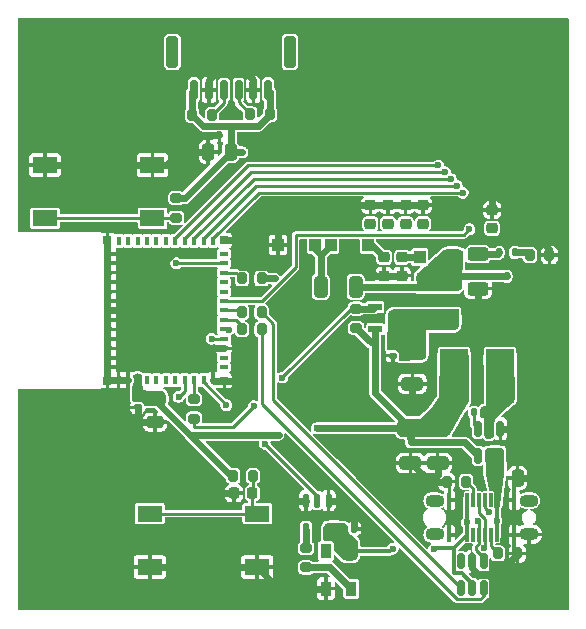
<source format=gtl>
%TF.GenerationSoftware,KiCad,Pcbnew,9.0.6*%
%TF.CreationDate,2025-12-09T15:41:04+01:00*%
%TF.ProjectId,CO2Monitor,434f324d-6f6e-4697-946f-722e6b696361,rev?*%
%TF.SameCoordinates,PX83b1de0PY8351ad0*%
%TF.FileFunction,Copper,L1,Top*%
%TF.FilePolarity,Positive*%
%FSLAX46Y46*%
G04 Gerber Fmt 4.6, Leading zero omitted, Abs format (unit mm)*
G04 Created by KiCad (PCBNEW 9.0.6) date 2025-12-09 15:41:04*
%MOMM*%
%LPD*%
G01*
G04 APERTURE LIST*
G04 Aperture macros list*
%AMRoundRect*
0 Rectangle with rounded corners*
0 $1 Rounding radius*
0 $2 $3 $4 $5 $6 $7 $8 $9 X,Y pos of 4 corners*
0 Add a 4 corners polygon primitive as box body*
4,1,4,$2,$3,$4,$5,$6,$7,$8,$9,$2,$3,0*
0 Add four circle primitives for the rounded corners*
1,1,$1+$1,$2,$3*
1,1,$1+$1,$4,$5*
1,1,$1+$1,$6,$7*
1,1,$1+$1,$8,$9*
0 Add four rect primitives between the rounded corners*
20,1,$1+$1,$2,$3,$4,$5,0*
20,1,$1+$1,$4,$5,$6,$7,0*
20,1,$1+$1,$6,$7,$8,$9,0*
20,1,$1+$1,$8,$9,$2,$3,0*%
%AMFreePoly0*
4,1,6,0.725000,-0.725000,-0.725000,-0.725000,-0.725000,0.125000,-0.125000,0.725000,0.725000,0.725000,0.725000,-0.725000,0.725000,-0.725000,$1*%
G04 Aperture macros list end*
%TA.AperFunction,SMDPad,CuDef*%
%ADD10R,2.350000X4.050000*%
%TD*%
%TA.AperFunction,ComponentPad*%
%ADD11C,5.500000*%
%TD*%
%TA.AperFunction,ComponentPad*%
%ADD12O,1.600000X1.100000*%
%TD*%
%TA.AperFunction,SMDPad,CuDef*%
%ADD13R,0.300000X1.150000*%
%TD*%
%TA.AperFunction,SMDPad,CuDef*%
%ADD14RoundRect,0.140000X-0.140000X-0.170000X0.140000X-0.170000X0.140000X0.170000X-0.140000X0.170000X0*%
%TD*%
%TA.AperFunction,SMDPad,CuDef*%
%ADD15RoundRect,0.200000X0.275000X-0.200000X0.275000X0.200000X-0.275000X0.200000X-0.275000X-0.200000X0*%
%TD*%
%TA.AperFunction,SMDPad,CuDef*%
%ADD16RoundRect,0.147500X-0.147500X0.457500X-0.147500X-0.457500X0.147500X-0.457500X0.147500X0.457500X0*%
%TD*%
%TA.AperFunction,SMDPad,CuDef*%
%ADD17R,0.900000X1.300000*%
%TD*%
%TA.AperFunction,SMDPad,CuDef*%
%ADD18RoundRect,0.200000X-0.200000X-0.275000X0.200000X-0.275000X0.200000X0.275000X-0.200000X0.275000X0*%
%TD*%
%TA.AperFunction,SMDPad,CuDef*%
%ADD19RoundRect,0.150000X0.150000X-0.512500X0.150000X0.512500X-0.150000X0.512500X-0.150000X-0.512500X0*%
%TD*%
%TA.AperFunction,SMDPad,CuDef*%
%ADD20RoundRect,0.250000X-0.250000X-0.475000X0.250000X-0.475000X0.250000X0.475000X-0.250000X0.475000X0*%
%TD*%
%TA.AperFunction,SMDPad,CuDef*%
%ADD21RoundRect,0.200000X0.200000X0.275000X-0.200000X0.275000X-0.200000X-0.275000X0.200000X-0.275000X0*%
%TD*%
%TA.AperFunction,SMDPad,CuDef*%
%ADD22RoundRect,0.225000X-0.250000X0.225000X-0.250000X-0.225000X0.250000X-0.225000X0.250000X0.225000X0*%
%TD*%
%TA.AperFunction,SMDPad,CuDef*%
%ADD23RoundRect,0.250000X0.250000X1.100000X-0.250000X1.100000X-0.250000X-1.100000X0.250000X-1.100000X0*%
%TD*%
%TA.AperFunction,SMDPad,CuDef*%
%ADD24RoundRect,0.150000X0.150000X0.700000X-0.150000X0.700000X-0.150000X-0.700000X0.150000X-0.700000X0*%
%TD*%
%TA.AperFunction,SMDPad,CuDef*%
%ADD25RoundRect,0.250000X-0.650000X0.325000X-0.650000X-0.325000X0.650000X-0.325000X0.650000X0.325000X0*%
%TD*%
%TA.AperFunction,SMDPad,CuDef*%
%ADD26RoundRect,0.150000X-0.150000X0.512500X-0.150000X-0.512500X0.150000X-0.512500X0.150000X0.512500X0*%
%TD*%
%TA.AperFunction,SMDPad,CuDef*%
%ADD27R,1.150000X0.600000*%
%TD*%
%TA.AperFunction,SMDPad,CuDef*%
%ADD28RoundRect,0.225000X0.250000X-0.225000X0.250000X0.225000X-0.250000X0.225000X-0.250000X-0.225000X0*%
%TD*%
%TA.AperFunction,SMDPad,CuDef*%
%ADD29R,1.000000X1.130000*%
%TD*%
%TA.AperFunction,SMDPad,CuDef*%
%ADD30R,3.600000X1.500000*%
%TD*%
%TA.AperFunction,SMDPad,CuDef*%
%ADD31RoundRect,0.200000X-0.275000X0.200000X-0.275000X-0.200000X0.275000X-0.200000X0.275000X0.200000X0*%
%TD*%
%TA.AperFunction,SMDPad,CuDef*%
%ADD32RoundRect,0.250000X0.250000X0.475000X-0.250000X0.475000X-0.250000X-0.475000X0.250000X-0.475000X0*%
%TD*%
%TA.AperFunction,SMDPad,CuDef*%
%ADD33RoundRect,0.250000X0.475000X-0.250000X0.475000X0.250000X-0.475000X0.250000X-0.475000X-0.250000X0*%
%TD*%
%TA.AperFunction,SMDPad,CuDef*%
%ADD34RoundRect,0.140000X-0.170000X0.140000X-0.170000X-0.140000X0.170000X-0.140000X0.170000X0.140000X0*%
%TD*%
%TA.AperFunction,SMDPad,CuDef*%
%ADD35R,2.100000X1.400000*%
%TD*%
%TA.AperFunction,SMDPad,CuDef*%
%ADD36RoundRect,0.250000X-0.325000X-0.650000X0.325000X-0.650000X0.325000X0.650000X-0.325000X0.650000X0*%
%TD*%
%TA.AperFunction,SMDPad,CuDef*%
%ADD37RoundRect,0.225000X-0.225000X-0.250000X0.225000X-0.250000X0.225000X0.250000X-0.225000X0.250000X0*%
%TD*%
%TA.AperFunction,SMDPad,CuDef*%
%ADD38RoundRect,0.140000X0.140000X0.170000X-0.140000X0.170000X-0.140000X-0.170000X0.140000X-0.170000X0*%
%TD*%
%TA.AperFunction,SMDPad,CuDef*%
%ADD39RoundRect,0.250000X-0.625000X0.312500X-0.625000X-0.312500X0.625000X-0.312500X0.625000X0.312500X0*%
%TD*%
%TA.AperFunction,SMDPad,CuDef*%
%ADD40R,0.700000X0.700000*%
%TD*%
%TA.AperFunction,SMDPad,CuDef*%
%ADD41R,1.450000X1.450000*%
%TD*%
%TA.AperFunction,SMDPad,CuDef*%
%ADD42FreePoly0,90.000000*%
%TD*%
%TA.AperFunction,SMDPad,CuDef*%
%ADD43R,0.800000X0.400000*%
%TD*%
%TA.AperFunction,SMDPad,CuDef*%
%ADD44R,0.400000X0.800000*%
%TD*%
%TA.AperFunction,SMDPad,CuDef*%
%ADD45RoundRect,0.112500X0.112500X0.237500X-0.112500X0.237500X-0.112500X-0.237500X0.112500X-0.237500X0*%
%TD*%
%TA.AperFunction,ViaPad*%
%ADD46C,0.600000*%
%TD*%
%TA.AperFunction,Conductor*%
%ADD47C,0.600000*%
%TD*%
%TA.AperFunction,Conductor*%
%ADD48C,0.250000*%
%TD*%
%TA.AperFunction,Conductor*%
%ADD49C,0.350000*%
%TD*%
%TA.AperFunction,Conductor*%
%ADD50C,0.200000*%
%TD*%
G04 APERTURE END LIST*
D10*
%TO.P,L2,2,2*%
%TO.N,+3.3V*%
X37452000Y20586000D03*
%TO.P,L2,1,1*%
%TO.N,Net-(U3-SW)*%
X41352000Y20586000D03*
%TD*%
D11*
%TO.P,H1,1,1*%
%TO.N,GND*%
X4975000Y4975000D03*
%TD*%
%TO.P,H3,1,1*%
%TO.N,GND*%
X42688000Y46185000D03*
%TD*%
%TO.P,H2,1,1*%
%TO.N,GND*%
X4975000Y46185000D03*
%TD*%
D12*
%TO.P,J2,S4*%
%TO.N,N/C*%
X35808001Y9805499D03*
%TO.P,J2,S3*%
X43808001Y9805499D03*
%TO.P,J2,S2*%
X35808001Y6945499D03*
%TO.P,J2,S1,SHIELD*%
%TO.N,GND*%
X43808001Y6945499D03*
D13*
%TO.P,J2,B1,GND*%
X37058001Y9860499D03*
%TO.P,J2,B4,VBUS*%
%TO.N,VBUS*%
X38558001Y9860499D03*
%TO.P,J2,B5,CC2*%
%TO.N,Net-(J2-CC2)*%
X39058001Y9860499D03*
%TO.P,J2,B6,D+*%
%TO.N,Net-(J2-D+-PadA6)*%
X39558001Y9860499D03*
%TO.P,J2,B7,D-*%
%TO.N,Net-(J2-D--PadA7)*%
X40058001Y9860499D03*
%TO.P,J2,B8,SBU2*%
%TO.N,unconnected-(J2-SBU2-PadB8)*%
X40558001Y9860499D03*
%TO.P,J2,B9,VBUS*%
%TO.N,VBUS*%
X41058001Y9860499D03*
%TO.P,J2,A12,GND*%
%TO.N,GND*%
X37058001Y6890499D03*
%TO.P,J2,A9,VBUS*%
%TO.N,VBUS*%
X38558001Y6890499D03*
%TO.P,J2,A8,SBU1*%
%TO.N,unconnected-(J2-SBU1-PadA8)*%
X39058001Y6890499D03*
%TO.P,J2,A7,D-*%
%TO.N,Net-(J2-D--PadA7)*%
X39558001Y6890499D03*
%TO.P,J2,A6,D+*%
%TO.N,Net-(J2-D+-PadA6)*%
X40058001Y6890499D03*
%TO.P,J2,A5,CC1*%
%TO.N,Net-(J2-CC1)*%
X40558001Y6890499D03*
%TO.P,J2,A4,VBUS*%
%TO.N,VBUS*%
X41058001Y6890499D03*
%TO.P,J2,B12,GND*%
%TO.N,GND*%
X42558001Y9860499D03*
%TO.P,J2,A1,GND*%
X42558001Y6890499D03*
%TD*%
D14*
%TO.P,C18,1*%
%TO.N,VBUS*%
X28048000Y7418000D03*
%TO.P,C18,2*%
%TO.N,GND*%
X29008000Y7418000D03*
%TD*%
D15*
%TO.P,R14,1*%
%TO.N,Net-(D4-DIN)*%
X24938000Y4138000D03*
%TO.P,R14,2*%
%TO.N,Net-(U2-Y)*%
X24938000Y5788000D03*
%TD*%
D16*
%TO.P,U2,1,~{OE}*%
%TO.N,GND*%
X26838000Y9803000D03*
%TO.P,U2,2,A*%
%TO.N,/GPIO5*%
X25888000Y9803000D03*
%TO.P,U2,3,GND*%
%TO.N,GND*%
X24938000Y9803000D03*
%TO.P,U2,4,Y*%
%TO.N,Net-(U2-Y)*%
X24938000Y7293000D03*
%TO.P,U2,5,VCC*%
%TO.N,VBUS*%
X26838000Y7293000D03*
%TD*%
D17*
%TO.P,D4,1,GND*%
%TO.N,GND*%
X26608000Y2348000D03*
%TO.P,D4,2,DIN*%
%TO.N,Net-(D4-DIN)*%
X28748000Y2348000D03*
%TO.P,D4,3,VDD*%
%TO.N,VBUS*%
X28748000Y5528000D03*
%TO.P,D4,4,DOUT*%
%TO.N,unconnected-(D4-DOUT-Pad4)*%
X26608000Y5528000D03*
%TD*%
D18*
%TO.P,R11,2*%
%TO.N,+3.3V*%
X21163000Y28608000D03*
%TO.P,R11,1*%
%TO.N,Net-(U4-GPIO8)*%
X19513000Y28608000D03*
%TD*%
%TO.P,R8,2*%
%TO.N,Net-(J3-Pin_4)*%
X16958000Y42473000D03*
%TO.P,R8,1*%
%TO.N,+3.3V*%
X15308000Y42473000D03*
%TD*%
D19*
%TO.P,U3,6,BST*%
%TO.N,Net-(U3-BST)*%
X39478000Y15878885D03*
%TO.P,U3,5,SW*%
%TO.N,Net-(U3-SW)*%
X40428000Y15878885D03*
%TO.P,U3,4,GND*%
%TO.N,GND*%
X41378000Y15878885D03*
%TO.P,U3,3,IN*%
%TO.N,VBUS*%
X41378000Y13603885D03*
%TO.P,U3,2,EN*%
X40428000Y13603885D03*
%TO.P,U3,1,FB*%
%TO.N,+3.3V*%
X39478000Y13603885D03*
%TD*%
D20*
%TO.P,C11,2*%
%TO.N,GND*%
X42843419Y11715284D03*
%TO.P,C11,1*%
%TO.N,VBUS*%
X40943419Y11715284D03*
%TD*%
D14*
%TO.P,C12,2*%
%TO.N,Net-(U3-SW)*%
X40108000Y17278885D03*
%TO.P,C12,1*%
%TO.N,Net-(U3-BST)*%
X39148000Y17278885D03*
%TD*%
D21*
%TO.P,R9,1*%
%TO.N,/D+*%
X21163000Y25768000D03*
%TO.P,R9,2*%
%TO.N,Net-(U4-GPIO13{slash}USB_D+)*%
X19513000Y25768000D03*
%TD*%
D22*
%TO.P,C1,1*%
%TO.N,GND*%
X40683000Y34410500D03*
%TO.P,C1,2*%
%TO.N,Net-(C1-Pad2)*%
X40683000Y32860500D03*
%TD*%
%TO.P,C3,1*%
%TO.N,GND*%
X33353000Y34810500D03*
%TO.P,C3,2*%
%TO.N,Net-(C3-Pad2)*%
X33353000Y33260500D03*
%TD*%
%TO.P,C2,1*%
%TO.N,GND*%
X34833000Y34810500D03*
%TO.P,C2,2*%
%TO.N,Net-(C2-Pad2)*%
X34833000Y33260500D03*
%TD*%
%TO.P,C4,1*%
%TO.N,GND*%
X30383000Y34810500D03*
%TO.P,C4,2*%
%TO.N,Net-(C4-Pad2)*%
X30383000Y33260500D03*
%TD*%
D23*
%TO.P,J3,MP*%
%TO.N,N/C*%
X13613000Y47788000D03*
X23563000Y47788000D03*
D24*
%TO.P,J3,6,Pin_6*%
%TO.N,+3.3V*%
X15463000Y44588000D03*
%TO.P,J3,5,Pin_5*%
%TO.N,GND*%
X16713000Y44588000D03*
%TO.P,J3,4,Pin_4*%
%TO.N,Net-(J3-Pin_4)*%
X17963000Y44588000D03*
%TO.P,J3,3,Pin_3*%
%TO.N,Net-(J3-Pin_3)*%
X19213000Y44588000D03*
%TO.P,J3,2,Pin_2*%
%TO.N,GND*%
X20463000Y44588000D03*
%TO.P,J3,1,Pin_1*%
%TO.N,+3.3V*%
X21713000Y44588000D03*
%TD*%
D25*
%TO.P,C20,1*%
%TO.N,+3.3V*%
X33768000Y15933000D03*
%TO.P,C20,2*%
%TO.N,GND*%
X33768000Y12983000D03*
%TD*%
%TO.P,C19,2*%
%TO.N,GND*%
X36068000Y12983000D03*
%TO.P,C19,1*%
%TO.N,+3.3V*%
X36068000Y15933000D03*
%TD*%
D26*
%TO.P,U1,1,I/O1*%
%TO.N,Net-(J2-D--PadA7)*%
X39958001Y4662999D03*
%TO.P,U1,2,GND*%
%TO.N,GND*%
X39008001Y4662999D03*
%TO.P,U1,3,I/O2*%
%TO.N,Net-(J2-D+-PadA6)*%
X38058001Y4662999D03*
%TO.P,U1,4,I/O2*%
%TO.N,/D+*%
X38058001Y2387999D03*
%TO.P,U1,5,VBUS*%
%TO.N,VBUS*%
X39008001Y2387999D03*
%TO.P,U1,6,I/O1*%
%TO.N,/D-*%
X39958001Y2387999D03*
%TD*%
D18*
%TO.P,R4,2*%
%TO.N,GND*%
X42833001Y5325499D03*
%TO.P,R4,1*%
%TO.N,Net-(J2-CC1)*%
X41183001Y5325499D03*
%TD*%
D21*
%TO.P,R3,1*%
%TO.N,Net-(J2-CC2)*%
X38483001Y11410500D03*
%TO.P,R3,2*%
%TO.N,GND*%
X36833001Y11410500D03*
%TD*%
D22*
%TO.P,C5,2*%
%TO.N,Net-(C5-Pad2)*%
X31883000Y33260500D03*
%TO.P,C5,1*%
%TO.N,GND*%
X31883000Y34810500D03*
%TD*%
D27*
%TO.P,Q2,3,D*%
%TO.N,Net-(Q2-D)*%
X32983000Y25260500D03*
%TO.P,Q2,2,S*%
%TO.N,+3.3V*%
X30783000Y24310500D03*
%TO.P,Q2,1,G*%
%TO.N,Net-(Q2-G)*%
X30783000Y26210500D03*
%TD*%
D28*
%TO.P,C6,2*%
%TO.N,Net-(D1-K)*%
X33033000Y30410500D03*
%TO.P,C6,1*%
%TO.N,GND*%
X33033000Y28860500D03*
%TD*%
D29*
%TO.P,D2,2,A*%
%TO.N,Net-(D2-A)*%
X30158000Y31460500D03*
%TO.P,D2,1,K*%
%TO.N,Net-(D2-K)*%
X27008000Y31460500D03*
%TD*%
D30*
%TO.P,L1,2,2*%
%TO.N,Net-(D1-A)*%
X36083000Y28285500D03*
%TO.P,L1,1,1*%
%TO.N,Net-(Q2-D)*%
X36083000Y25235500D03*
%TD*%
D28*
%TO.P,C7,2*%
%TO.N,Net-(D2-A)*%
X31533000Y30410500D03*
%TO.P,C7,1*%
%TO.N,GND*%
X31533000Y28860500D03*
%TD*%
D21*
%TO.P,R2,1*%
%TO.N,GND*%
X45533000Y30578000D03*
%TO.P,R2,2*%
%TO.N,Net-(Q1-G)*%
X43883000Y30578000D03*
%TD*%
D31*
%TO.P,R13,1*%
%TO.N,/GPIO4*%
X15448000Y18403000D03*
%TO.P,R13,2*%
%TO.N,Net-(Q2-G)*%
X15448000Y16753000D03*
%TD*%
D32*
%TO.P,C14,1*%
%TO.N,+3.3V*%
X18548000Y39308000D03*
%TO.P,C14,2*%
%TO.N,GND*%
X16648000Y39308000D03*
%TD*%
D15*
%TO.P,R12,2*%
%TO.N,Net-(Q2-G)*%
X29183000Y26060500D03*
%TO.P,R12,1*%
%TO.N,+3.3V*%
X29183000Y24410500D03*
%TD*%
D33*
%TO.P,C16,1*%
%TO.N,GND*%
X12148000Y16448000D03*
%TO.P,C16,2*%
%TO.N,+3.3V*%
X12148000Y18348000D03*
%TD*%
D34*
%TO.P,C10,2*%
%TO.N,GND*%
X32283000Y22080500D03*
%TO.P,C10,1*%
%TO.N,Net-(Q2-D)*%
X32283000Y23040500D03*
%TD*%
D35*
%TO.P,SW2,1*%
%TO.N,GND*%
X2825500Y38208000D03*
%TO.P,SW2,2*%
X11925500Y38208000D03*
%TO.P,SW2,3*%
%TO.N,/GPIO 9*%
X2825500Y33708000D03*
%TO.P,SW2,4*%
X11925500Y33708000D03*
%TD*%
D36*
%TO.P,C8,2*%
%TO.N,Net-(D1-A)*%
X29133000Y27910500D03*
%TO.P,C8,1*%
%TO.N,Net-(D2-K)*%
X26183000Y27910500D03*
%TD*%
D35*
%TO.P,SW1,1*%
%TO.N,GND*%
X20798000Y4198000D03*
%TO.P,SW1,2*%
X11698000Y4198000D03*
%TO.P,SW1,3*%
%TO.N,/EN*%
X20798000Y8698000D03*
%TO.P,SW1,4*%
X11698000Y8698000D03*
%TD*%
D37*
%TO.P,C13,1*%
%TO.N,GND*%
X18828000Y10428000D03*
%TO.P,C13,2*%
%TO.N,/EN*%
X20378000Y10428000D03*
%TD*%
D38*
%TO.P,C15,1*%
%TO.N,+3.3V*%
X18548000Y40748000D03*
%TO.P,C15,2*%
%TO.N,GND*%
X17588000Y40748000D03*
%TD*%
D39*
%TO.P,R1,2*%
%TO.N,GND*%
X39483000Y27748000D03*
%TO.P,R1,1*%
%TO.N,Net-(Q1-S)*%
X39483000Y30673000D03*
%TD*%
D31*
%TO.P,R6,1*%
%TO.N,+3.3V*%
X13948000Y35413000D03*
%TO.P,R6,2*%
%TO.N,/GPIO 9*%
X13948000Y33763000D03*
%TD*%
D29*
%TO.P,D1,2,A*%
%TO.N,Net-(D1-A)*%
X37708000Y30410500D03*
%TO.P,D1,1,K*%
%TO.N,Net-(D1-K)*%
X34558000Y30410500D03*
%TD*%
D34*
%TO.P,C17,1*%
%TO.N,+3.3V*%
X10668000Y18658000D03*
%TO.P,C17,2*%
%TO.N,GND*%
X10668000Y17698000D03*
%TD*%
D25*
%TO.P,C9,2*%
%TO.N,GND*%
X33933000Y19685500D03*
%TO.P,C9,1*%
%TO.N,Net-(Q2-D)*%
X33933000Y22635500D03*
%TD*%
D18*
%TO.P,R5,1*%
%TO.N,+3.3V*%
X18778000Y11898000D03*
%TO.P,R5,2*%
%TO.N,/EN*%
X20428000Y11898000D03*
%TD*%
D40*
%TO.P,U4,53,GND*%
%TO.N,GND*%
X8113000Y19948000D03*
%TO.P,U4,52,GND*%
X18013000Y19948000D03*
%TO.P,U4,51,GND*%
X18013000Y31848000D03*
%TO.P,U4,50,GND*%
X8113000Y31848000D03*
D41*
%TO.P,U4,49,GND*%
X15038000Y27873000D03*
X13063000Y27873000D03*
X11088000Y27873000D03*
X15038000Y25898000D03*
X13063000Y25898000D03*
X11088000Y25898000D03*
X15038000Y23923000D03*
X13063000Y23923000D03*
D42*
X11088000Y23923000D03*
D43*
%TO.P,U4,48,GND*%
X8163000Y21098000D03*
%TO.P,U4,47,GND*%
X8163000Y21898000D03*
%TO.P,U4,46,GND*%
X8163000Y22698000D03*
%TO.P,U4,45,GND*%
X8163000Y23498000D03*
%TO.P,U4,44,GND*%
X8163000Y24298000D03*
%TO.P,U4,43,GND*%
X8163000Y25098000D03*
%TO.P,U4,42,GND*%
X8163000Y25898000D03*
%TO.P,U4,41,GND*%
X8163000Y26698000D03*
%TO.P,U4,40,GND*%
X8163000Y27498000D03*
%TO.P,U4,39,GND*%
X8163000Y28298000D03*
%TO.P,U4,38,GND*%
X8163000Y29098000D03*
%TO.P,U4,37,GND*%
X8163000Y29898000D03*
%TO.P,U4,36,GND*%
X8163000Y30698000D03*
D44*
%TO.P,U4,35,NC*%
%TO.N,unconnected-(U4-NC-Pad35)*%
X9063000Y31798000D03*
%TO.P,U4,34,NC*%
%TO.N,unconnected-(U4-NC-Pad34)*%
X9863000Y31798000D03*
%TO.P,U4,33,NC*%
%TO.N,unconnected-(U4-NC-Pad33)*%
X10663000Y31798000D03*
%TO.P,U4,32,NC*%
%TO.N,unconnected-(U4-NC-Pad32)*%
X11463000Y31798000D03*
%TO.P,U4,31,U0TXD/GPIO16*%
%TO.N,unconnected-(U4-U0TXD{slash}GPIO16-Pad31)*%
X12263000Y31798000D03*
%TO.P,U4,30,U0RXD/GPIO17*%
%TO.N,unconnected-(U4-U0RXD{slash}GPIO17-Pad30)*%
X13063000Y31798000D03*
%TO.P,U4,29,GPIO23*%
%TO.N,Net-(U4-GPIO23)*%
X13863000Y31798000D03*
%TO.P,U4,28,GPIO22*%
%TO.N,Net-(U4-GPIO22)*%
X14663000Y31798000D03*
%TO.P,U4,27,GPIO21*%
%TO.N,Net-(U4-GPIO21)*%
X15463000Y31798000D03*
%TO.P,U4,26,GPIO20*%
%TO.N,Net-(U4-GPIO20)*%
X16263000Y31798000D03*
%TO.P,U4,25,GPIO19*%
%TO.N,Net-(U4-GPIO19)*%
X17063000Y31798000D03*
D43*
%TO.P,U4,24,GPIO18*%
%TO.N,unconnected-(U4-GPIO18-Pad24)*%
X17963000Y30698000D03*
%TO.P,U4,23,GPIO9*%
%TO.N,/GPIO 9*%
X17963000Y29898000D03*
%TO.P,U4,22,GPIO8*%
%TO.N,Net-(U4-GPIO8)*%
X17963000Y29098000D03*
%TO.P,U4,21,NC*%
%TO.N,unconnected-(U4-NC-Pad21)*%
X17963000Y28298000D03*
%TO.P,U4,20,GPIO15*%
%TO.N,unconnected-(U4-GPIO15-Pad20)*%
X17963000Y27498000D03*
%TO.P,U4,19,GPIO14*%
%TO.N,Net-(U4-GPIO14)*%
X17963000Y26698000D03*
%TO.P,U4,18,GPIO13/USB_D+*%
%TO.N,Net-(U4-GPIO13{slash}USB_D+)*%
X17963000Y25898000D03*
%TO.P,U4,17,GPIO12/USB_D-*%
%TO.N,Net-(U4-GPIO12{slash}USB_D-)*%
X17963000Y25098000D03*
%TO.P,U4,16,MTDO/GPIO7*%
%TO.N,Net-(J3-Pin_3)*%
X17963000Y24298000D03*
%TO.P,U4,15,MTCK/GPIO6/ADC1_CH6*%
%TO.N,Net-(J3-Pin_4)*%
X17963000Y23498000D03*
%TO.P,U4,14,GND*%
%TO.N,GND*%
X17963000Y22698000D03*
%TO.P,U4,13,GPIO1/ADC1_CH1/XTAL_32K_N*%
%TO.N,unconnected-(U4-GPIO1{slash}ADC1_CH1{slash}XTAL_32K_N-Pad13)*%
X17963000Y21898000D03*
%TO.P,U4,12,GPIO0/ADC1_CH0/XTAL_32K_P*%
%TO.N,unconnected-(U4-GPIO0{slash}ADC1_CH0{slash}XTAL_32K_P-Pad12)*%
X17963000Y21098000D03*
D44*
%TO.P,U4,11,GND*%
%TO.N,GND*%
X17063000Y19998000D03*
%TO.P,U4,10,MTDI/GPIO5/ADC1_CH5*%
%TO.N,/GPIO5*%
X16263000Y19998000D03*
%TO.P,U4,9,MTMS/GPIO4/ADC1_CH4*%
%TO.N,/GPIO4*%
X15463000Y19998000D03*
%TO.P,U4,8,EN/CHIP_PU*%
%TO.N,/EN*%
X14663000Y19998000D03*
%TO.P,U4,7,NC*%
%TO.N,unconnected-(U4-NC-Pad7)*%
X13863000Y19998000D03*
%TO.P,U4,6,GPIO3/ADC1_CH3*%
%TO.N,unconnected-(U4-GPIO3{slash}ADC1_CH3-Pad6)*%
X13063000Y19998000D03*
%TO.P,U4,5,GPIO2/ADC1_CH2*%
%TO.N,unconnected-(U4-GPIO2{slash}ADC1_CH2-Pad5)*%
X12263000Y19998000D03*
%TO.P,U4,4,NC*%
%TO.N,unconnected-(U4-NC-Pad4)*%
X11463000Y19998000D03*
%TO.P,U4,3,3V3*%
%TO.N,+3.3V*%
X10663000Y19998000D03*
%TO.P,U4,2,GND*%
%TO.N,GND*%
X9863000Y19998000D03*
%TO.P,U4,1,GND*%
X9063000Y19998000D03*
%TD*%
D21*
%TO.P,R10,2*%
%TO.N,Net-(U4-GPIO12{slash}USB_D-)*%
X19513000Y24298000D03*
%TO.P,R10,1*%
%TO.N,/D-*%
X21163000Y24298000D03*
%TD*%
%TO.P,R7,2*%
%TO.N,Net-(J3-Pin_3)*%
X20218000Y42508000D03*
%TO.P,R7,1*%
%TO.N,+3.3V*%
X21868000Y42508000D03*
%TD*%
D45*
%TO.P,Q1,3,D*%
%TO.N,Net-(D1-A)*%
X41930500Y28810500D03*
%TO.P,Q1,2,S*%
%TO.N,Net-(Q1-S)*%
X41280500Y30810500D03*
%TO.P,Q1,1,G*%
%TO.N,Net-(Q1-G)*%
X42580500Y30810500D03*
%TD*%
D29*
%TO.P,D3,2,A*%
%TO.N,Net-(D2-K)*%
X25708000Y31460500D03*
%TO.P,D3,1,K*%
%TO.N,GND*%
X22558000Y31460500D03*
%TD*%
D46*
%TO.N,GND*%
X801000Y10704000D03*
X801000Y40440000D03*
X46863000Y50360000D03*
X46861000Y40441750D03*
X46861000Y30529750D03*
X46861000Y20617750D03*
X46861000Y10705750D03*
X46846000Y808000D03*
X12312750Y802000D03*
X23829000Y800000D03*
X35351000Y800000D03*
X800000Y800000D03*
X35347250Y50360000D03*
X12315750Y50360000D03*
X23831500Y50360000D03*
X800000Y50360000D03*
X39628000Y33108000D03*
X33938000Y18498000D03*
X18598000Y46708000D03*
X13698000Y38798000D03*
X40678000Y35358000D03*
X44988000Y31618000D03*
X39468000Y26448000D03*
X29048000Y34818000D03*
X22548000Y32848000D03*
X19318000Y19948000D03*
X10718000Y16448000D03*
X17598000Y10448000D03*
X23788000Y9818000D03*
X28478000Y8968000D03*
X22718000Y2348000D03*
X35448000Y11388000D03*
X44108000Y11728000D03*
X41088000Y3528000D03*
X42808000Y15878000D03*
X11088000Y27873000D03*
X13063000Y27873000D03*
X15038000Y27873000D03*
X15038000Y25898000D03*
X13063000Y25898000D03*
X11088000Y25898000D03*
X11088000Y23923000D03*
X13063000Y23923000D03*
X15038000Y23923000D03*
%TO.N,VBUS*%
X38558001Y7968000D03*
X41058001Y8078000D03*
%TO.N,+3.3V*%
X19538000Y39288000D03*
%TO.N,Net-(J3-Pin_3)*%
X18418000Y24278000D03*
X20218000Y42508000D03*
%TO.N,Net-(J3-Pin_4)*%
X16958000Y42473000D03*
X16928000Y23498000D03*
%TO.N,/EN*%
X20428000Y11898000D03*
X14148000Y18578000D03*
%TO.N,/GPIO 9*%
X13948000Y33763000D03*
X13948000Y29898000D03*
%TO.N,/GPIO5*%
X21438000Y14628000D03*
X18183000Y17883000D03*
%TO.N,+3.3V*%
X30783000Y23198000D03*
X22278000Y28608000D03*
%TO.N,Net-(U4-GPIO23)*%
X36122338Y38178000D03*
%TO.N,Net-(U4-GPIO22)*%
X36699062Y37603000D03*
%TO.N,Net-(U4-GPIO21)*%
X37189519Y37028000D03*
%TO.N,Net-(U4-GPIO20)*%
X37695284Y36453000D03*
%TO.N,Net-(U4-GPIO19)*%
X38198000Y35878000D03*
%TO.N,Net-(U4-GPIO14)*%
X38765501Y32778121D03*
%TO.N,VBUS*%
X32268000Y5728000D03*
X35798000Y5738000D03*
%TO.N,Net-(Q2-G)*%
X22918000Y20218000D03*
X20488000Y17788000D03*
%TO.N,+3.3V*%
X25843000Y15933000D03*
X22598000Y15378000D03*
%TO.N,Net-(Q2-D)*%
X33933000Y22635500D03*
%TO.N,Net-(D2-A)*%
X31533000Y30410500D03*
%TO.N,Net-(C4-Pad2)*%
X30383000Y33260500D03*
%TO.N,Net-(C5-Pad2)*%
X31883000Y33260500D03*
%TO.N,Net-(C3-Pad2)*%
X33353000Y33260500D03*
%TO.N,Net-(C2-Pad2)*%
X34833000Y33260500D03*
%TO.N,Net-(D1-K)*%
X33033000Y30410500D03*
%TO.N,Net-(C1-Pad2)*%
X40683000Y32860500D03*
%TO.N,Net-(Q1-S)*%
X39483000Y30673000D03*
%TO.N,Net-(Q1-G)*%
X43883000Y30578000D03*
%TO.N,Net-(J2-D+-PadA6)*%
X38058001Y4662999D03*
X40010280Y5775499D03*
%TO.N,Net-(J2-D--PadA7)*%
X39451414Y8068912D03*
X40408001Y8838998D03*
%TO.N,GND*%
X30190502Y29483000D03*
%TD*%
D47*
%TO.N,GND*%
X21168000Y32848000D02*
X20168000Y31848000D01*
X22548000Y32848000D02*
X21168000Y32848000D01*
X18013000Y31848000D02*
X20168000Y31848000D01*
D48*
%TO.N,Net-(J2-CC2)*%
X39058000Y10835501D02*
X38483001Y11410500D01*
X39058000Y9860500D02*
X39058000Y10835501D01*
X39058001Y9860499D02*
X39058000Y9860500D01*
%TO.N,Net-(J2-D+-PadA6)*%
X40058001Y6035963D02*
X40010279Y5988241D01*
X40058001Y8275499D02*
X40058001Y6035963D01*
X39558001Y8775499D02*
X40058001Y8275499D01*
X39558001Y9860499D02*
X39558001Y8775499D01*
X40010279Y5988241D02*
X40010279Y5775500D01*
X40010279Y5775500D02*
X40010280Y5775499D01*
%TO.N,Net-(J2-D--PadA7)*%
X40058001Y9188998D02*
X40058001Y9860499D01*
X40408001Y8838998D02*
X40058001Y9188998D01*
D49*
%TO.N,VBUS*%
X41058001Y9860499D02*
X41058001Y6890498D01*
D47*
%TO.N,GND*%
X33933000Y18503000D02*
X33938000Y18498000D01*
X33933000Y19685500D02*
X33933000Y18503000D01*
X18588000Y46698000D02*
X18598000Y46708000D01*
X18588000Y45889000D02*
X18588000Y46698000D01*
X17164001Y45889000D02*
X18588000Y45889000D01*
X20463000Y45437999D02*
X20463000Y44588000D01*
X18588000Y45889000D02*
X20011999Y45889000D01*
X20011999Y45889000D02*
X20463000Y45437999D01*
X16713000Y45437999D02*
X17164001Y45889000D01*
X16713000Y44588000D02*
X16713000Y45437999D01*
X15648000Y40748000D02*
X14208000Y39308000D01*
X17588000Y40748000D02*
X15648000Y40748000D01*
X14208000Y39308000D02*
X13698000Y38798000D01*
X16648000Y39308000D02*
X14208000Y39308000D01*
X13108000Y38208000D02*
X13698000Y38798000D01*
X11925500Y38208000D02*
X13108000Y38208000D01*
X40683000Y35353000D02*
X40678000Y35358000D01*
X40683000Y34410500D02*
X40683000Y35353000D01*
X45533000Y31073000D02*
X44988000Y31618000D01*
X45533000Y30578000D02*
X45533000Y31073000D01*
X39483000Y26463000D02*
X39468000Y26448000D01*
X39483000Y27748000D02*
X39483000Y26463000D01*
X33033000Y28860500D02*
X31533000Y28860500D01*
X29055500Y34810500D02*
X29048000Y34818000D01*
X34833000Y34810500D02*
X29055500Y34810500D01*
X22558000Y32838000D02*
X22548000Y32848000D01*
X22558000Y31460500D02*
X22558000Y32838000D01*
X18013000Y19948000D02*
X19318000Y19948000D01*
X17113000Y19948000D02*
X17063000Y19998000D01*
X18013000Y19948000D02*
X17113000Y19948000D01*
X16263000Y22698000D02*
X15038000Y23923000D01*
X17963000Y22698000D02*
X16263000Y22698000D01*
X8163000Y25898000D02*
X11088000Y25898000D01*
X8163000Y19998000D02*
X8113000Y19948000D01*
X9863000Y19998000D02*
X8163000Y19998000D01*
X8113000Y31848000D02*
X8113000Y19948000D01*
X10668000Y16498000D02*
X10718000Y16448000D01*
X10668000Y17698000D02*
X10668000Y16498000D01*
X12148000Y16448000D02*
X10718000Y16448000D01*
X17618000Y10428000D02*
X17598000Y10448000D01*
X18828000Y10428000D02*
X17618000Y10428000D01*
X11698000Y4198000D02*
X20798000Y4198000D01*
X23803000Y9803000D02*
X23788000Y9818000D01*
X24938000Y9803000D02*
X23803000Y9803000D01*
X28478000Y8968000D02*
X29008000Y8438000D01*
X29008000Y8438000D02*
X29008000Y7418000D01*
X27643000Y9803000D02*
X28478000Y8968000D01*
X26838000Y9803000D02*
X27643000Y9803000D01*
X22718000Y2348000D02*
X26608000Y2348000D01*
X22648000Y2348000D02*
X22718000Y2348000D01*
X20798000Y4198000D02*
X22648000Y2348000D01*
D49*
X37058001Y6890498D02*
X37058001Y9860500D01*
X42558001Y6890498D02*
X42558001Y9860500D01*
D47*
X36068000Y12983000D02*
X36068000Y12008000D01*
X36068000Y12008000D02*
X35448000Y11388000D01*
X33768000Y12983000D02*
X33853000Y12983000D01*
X33853000Y12983000D02*
X35448000Y11388000D01*
X35470500Y11410500D02*
X35448000Y11388000D01*
X36833001Y11410500D02*
X35470500Y11410500D01*
X44095284Y11715284D02*
X44108000Y11728000D01*
X42843419Y11715284D02*
X44095284Y11715284D01*
D49*
X42558001Y11429866D02*
X42843419Y11715284D01*
X42558001Y9860500D02*
X42558001Y11429866D01*
X42558001Y5600499D02*
X42833001Y5325499D01*
X42558001Y6890498D02*
X42558001Y5600499D01*
D47*
X42833001Y5273001D02*
X41088000Y3528000D01*
X42833001Y5325499D02*
X42833001Y5273001D01*
X39576400Y3528000D02*
X41088000Y3528000D01*
X39008001Y4096399D02*
X39576400Y3528000D01*
X39008001Y4662999D02*
X39008001Y4096399D01*
X42807115Y15878885D02*
X42808000Y15878000D01*
X41378000Y15878885D02*
X42807115Y15878885D01*
X11925500Y38208000D02*
X2825500Y38208000D01*
%TO.N,+3.3V*%
X14653000Y35413000D02*
X13948000Y35413000D01*
X18548000Y39308000D02*
X14653000Y35413000D01*
X19518000Y39308000D02*
X19538000Y39288000D01*
X18548000Y39308000D02*
X19518000Y39308000D01*
D48*
%TO.N,Net-(J3-Pin_3)*%
X18398000Y24298000D02*
X18418000Y24278000D01*
X17963000Y24298000D02*
X18398000Y24298000D01*
%TO.N,Net-(J3-Pin_4)*%
X17963000Y23498000D02*
X16928000Y23498000D01*
D47*
%TO.N,+3.3V*%
X18548000Y39308000D02*
X18548000Y40748000D01*
X18548000Y41527000D02*
X18568000Y41547000D01*
X18548000Y40748000D02*
X18548000Y41527000D01*
X18568000Y41547000D02*
X20907000Y41547000D01*
D48*
%TO.N,Net-(J3-Pin_4)*%
X17963000Y43478000D02*
X17963000Y44588000D01*
X16958000Y42473000D02*
X17963000Y43478000D01*
%TO.N,Net-(J3-Pin_3)*%
X19213000Y43513000D02*
X19213000Y44588000D01*
X20218000Y42508000D02*
X19213000Y43513000D01*
D47*
%TO.N,+3.3V*%
X21868000Y44433000D02*
X21713000Y44588000D01*
X21868000Y42508000D02*
X21868000Y44433000D01*
X15308000Y44433000D02*
X15463000Y44588000D01*
X15308000Y42473000D02*
X15308000Y44433000D01*
X17748000Y41547000D02*
X18568000Y41547000D01*
X16234000Y41547000D02*
X17748000Y41547000D01*
X15308000Y42473000D02*
X16234000Y41547000D01*
X20907000Y41547000D02*
X21868000Y42508000D01*
X18588000Y11898000D02*
X18778000Y11898000D01*
X15118000Y15368000D02*
X18588000Y11898000D01*
X15118000Y15378000D02*
X15118000Y15368000D01*
%TO.N,Net-(U2-Y)*%
X24938000Y7293000D02*
X24938000Y5788000D01*
%TO.N,Net-(D4-DIN)*%
X26958000Y4138000D02*
X28748000Y2348000D01*
X24938000Y4138000D02*
X26958000Y4138000D01*
D48*
%TO.N,/GPIO5*%
X25888000Y10178000D02*
X25888000Y9803000D01*
%TO.N,/EN*%
X14663000Y19093000D02*
X14148000Y18578000D01*
X14663000Y19998000D02*
X14663000Y19093000D01*
%TO.N,/GPIO5*%
X16263000Y19803000D02*
X16263000Y19998000D01*
X18183000Y17883000D02*
X16263000Y19803000D01*
%TO.N,Net-(Q2-G)*%
X18738000Y16038000D02*
X20488000Y17788000D01*
X15468000Y16038000D02*
X18738000Y16038000D01*
X15448000Y16753000D02*
X15448000Y16058000D01*
X15448000Y16058000D02*
X15468000Y16038000D01*
%TO.N,/EN*%
X11698000Y8698000D02*
X20798000Y8698000D01*
X20378000Y9118000D02*
X20798000Y8698000D01*
X20378000Y10428000D02*
X20378000Y9118000D01*
X20428000Y10478000D02*
X20378000Y10428000D01*
X20428000Y11898000D02*
X20428000Y10478000D01*
%TO.N,/GPIO 9*%
X2825500Y33708000D02*
X11925500Y33708000D01*
X11980500Y33763000D02*
X11925500Y33708000D01*
X13948000Y33763000D02*
X11980500Y33763000D01*
X17963000Y29898000D02*
X13948000Y29898000D01*
%TO.N,/GPIO5*%
X21438000Y14628000D02*
X25888000Y10178000D01*
D47*
%TO.N,+3.3V*%
X15118000Y15378000D02*
X12148000Y18348000D01*
X21163000Y28608000D02*
X22278000Y28608000D01*
D48*
%TO.N,Net-(U4-GPIO8)*%
X19023000Y29098000D02*
X19513000Y28608000D01*
X17963000Y29098000D02*
X19023000Y29098000D01*
%TO.N,Net-(U4-GPIO22)*%
X20268000Y37603000D02*
X36699062Y37603000D01*
X14663000Y31998000D02*
X20268000Y37603000D01*
X14663000Y31798000D02*
X14663000Y31998000D01*
%TO.N,Net-(U4-GPIO21)*%
X20493000Y37028000D02*
X37189519Y37028000D01*
X15463000Y31998000D02*
X20493000Y37028000D01*
X15463000Y31798000D02*
X15463000Y31998000D01*
%TO.N,Net-(U4-GPIO20)*%
X20718000Y36453000D02*
X37695284Y36453000D01*
X16263000Y31998000D02*
X20718000Y36453000D01*
X16263000Y31798000D02*
X16263000Y31998000D01*
%TO.N,Net-(U4-GPIO14)*%
X21188000Y26698000D02*
X17963000Y26698000D01*
X24038000Y29548000D02*
X21188000Y26698000D01*
X24101500Y32301500D02*
X24038000Y32238000D01*
X38288880Y32301500D02*
X24101500Y32301500D01*
X38765501Y32778121D02*
X38288880Y32301500D01*
X24038000Y32238000D02*
X24038000Y29548000D01*
D47*
%TO.N,Net-(Q1-G)*%
X43650500Y30810500D02*
X42580500Y30810500D01*
X43883000Y30578000D02*
X43650500Y30810500D01*
D48*
X43883000Y30785500D02*
X43883000Y30578000D01*
X43858000Y30810500D02*
X43883000Y30785500D01*
D49*
%TO.N,VBUS*%
X32068000Y5528000D02*
X28748000Y5528000D01*
X32268000Y5728000D02*
X32068000Y5528000D01*
X35824498Y5764498D02*
X35798000Y5738000D01*
X37432001Y5764498D02*
X35824498Y5764498D01*
D48*
%TO.N,Net-(Q2-G)*%
X28740500Y26060500D02*
X29183000Y26060500D01*
X22918000Y20238000D02*
X28740500Y26060500D01*
X22918000Y20218000D02*
X22918000Y20238000D01*
%TO.N,/GPIO4*%
X15463000Y18418000D02*
X15448000Y18403000D01*
X15463000Y19998000D02*
X15463000Y18418000D01*
D47*
%TO.N,+3.3V*%
X22598000Y15378000D02*
X15118000Y15378000D01*
X25843000Y15933000D02*
X33768000Y15933000D01*
D48*
%TO.N,/D-*%
X39682000Y1449499D02*
X39958001Y1725500D01*
X37727389Y1449499D02*
X39682000Y1449499D01*
X39958001Y1725500D02*
X39958001Y2387999D01*
X21163000Y18013888D02*
X37727389Y1449499D01*
X21163000Y24298000D02*
X21163000Y18013888D01*
%TO.N,/D+*%
X22168000Y24763000D02*
X21163000Y25768000D01*
X38058001Y2387999D02*
X22168000Y18278000D01*
X22168000Y18278000D02*
X22168000Y24763000D01*
%TO.N,Net-(U4-GPIO12{slash}USB_D-)*%
X19038000Y25098000D02*
X19513000Y24623000D01*
X17963000Y25098000D02*
X19038000Y25098000D01*
X19513000Y24623000D02*
X19513000Y24298000D01*
%TO.N,Net-(U4-GPIO13{slash}USB_D+)*%
X19383000Y25898000D02*
X19513000Y25768000D01*
X17963000Y25898000D02*
X19383000Y25898000D01*
D47*
%TO.N,+3.3V*%
X30395500Y23198000D02*
X29183000Y24410500D01*
X30783000Y23198000D02*
X30395500Y23198000D01*
X30783000Y18918000D02*
X33768000Y15933000D01*
X30783000Y23198000D02*
X30783000Y18918000D01*
%TO.N,Net-(Q2-G)*%
X30633000Y26060500D02*
X30783000Y26210500D01*
X29183000Y26060500D02*
X30633000Y26060500D01*
%TO.N,Net-(D1-A)*%
X41918000Y28798000D02*
X41930500Y28810500D01*
X36595500Y28798000D02*
X41918000Y28798000D01*
X36083000Y28285500D02*
X36595500Y28798000D01*
X36155500Y28285500D02*
X36083000Y28285500D01*
%TO.N,Net-(D2-K)*%
X25708000Y31110500D02*
X26183000Y30635500D01*
X25708000Y31460500D02*
X25708000Y31110500D01*
X26183000Y30635500D02*
X27008000Y31460500D01*
X26183000Y27910500D02*
X26183000Y30635500D01*
%TO.N,Net-(D1-A)*%
X35708000Y27910500D02*
X29133000Y27910500D01*
X36083000Y28285500D02*
X35708000Y27910500D01*
%TO.N,Net-(D2-A)*%
X30483000Y31460500D02*
X31533000Y30410500D01*
X30158000Y31460500D02*
X30483000Y31460500D01*
%TO.N,Net-(Q1-S)*%
X41143000Y30673000D02*
X41280500Y30810500D01*
X39483000Y30673000D02*
X41143000Y30673000D01*
%TO.N,+3.3V*%
X38353885Y14728000D02*
X39478000Y13603885D01*
X33788000Y15098000D02*
X33788000Y14728000D01*
X33768000Y15118000D02*
X33788000Y15098000D01*
X33768000Y15933000D02*
X33768000Y15118000D01*
X33788000Y14728000D02*
X38353885Y14728000D01*
D48*
%TO.N,Net-(U3-BST)*%
X39148000Y16208885D02*
X39478000Y15878885D01*
X39148000Y17278885D02*
X39148000Y16208885D01*
D47*
%TO.N,Net-(D1-K)*%
X34558000Y30410500D02*
X33033000Y30410500D01*
D48*
%TO.N,Net-(D2-A)*%
X31533000Y30410500D02*
X31533000Y30613898D01*
D47*
%TO.N,Net-(Q2-D)*%
X35970500Y25260500D02*
X36058000Y25260500D01*
X36058000Y25260500D02*
X36083000Y25235500D01*
%TO.N,+3.3V*%
X30783000Y24310500D02*
X30783000Y23198000D01*
%TO.N,Net-(Q1-S)*%
X39620500Y30810500D02*
X39483000Y30673000D01*
D48*
%TO.N,Net-(Q1-G)*%
X42630500Y30760500D02*
X42580500Y30810500D01*
D49*
%TO.N,VBUS*%
X38134645Y3651177D02*
X39008001Y2777821D01*
X39008001Y2777821D02*
X39008001Y2387999D01*
X37432001Y3651177D02*
X38134645Y3651177D01*
X38558001Y6890498D02*
X37432001Y5764498D01*
X37432001Y5764498D02*
X37432001Y3651177D01*
D48*
%TO.N,Net-(J2-D--PadA7)*%
X39958001Y4982111D02*
X39958001Y4662999D01*
X39338613Y5601499D02*
X39958001Y4982111D01*
X39338613Y5918420D02*
X39338613Y5601499D01*
X39558001Y6890498D02*
X39558001Y6137808D01*
X39558001Y6137808D02*
X39338613Y5918420D01*
%TO.N,Net-(J2-CC1)*%
X40558002Y5950498D02*
X41183001Y5325499D01*
X40558002Y6890498D02*
X40558002Y5950498D01*
%TO.N,Net-(J2-D--PadA7)*%
X39558001Y7962325D02*
X39451414Y8068912D01*
X39558001Y6890498D02*
X39558001Y7962325D01*
%TO.N,GND*%
X37058001Y11185500D02*
X37058001Y9860500D01*
X36833001Y11410500D02*
X37058001Y11185500D01*
%TO.N,Net-(Q2-D)*%
X32313000Y23040500D02*
X32283000Y23040500D01*
D50*
%TO.N,Net-(U3-SW)*%
X41067582Y18839100D02*
X41042582Y18814100D01*
D48*
%TO.N,Net-(U4-GPIO19)*%
X38198000Y35878000D02*
X20943000Y35878000D01*
X20943000Y35878000D02*
X17063000Y31998000D01*
X17063000Y31998000D02*
X17063000Y31798000D01*
%TO.N,Net-(U4-GPIO23)*%
X36122338Y38178000D02*
X20043000Y38178000D01*
X20043000Y38178000D02*
X13863000Y31998000D01*
X13863000Y31998000D02*
X13863000Y31798000D01*
D49*
%TO.N,VBUS*%
X38558001Y9860500D02*
X38558001Y6890498D01*
D47*
%TO.N,GND*%
X31533000Y28860500D02*
X30813002Y28860500D01*
X30813002Y28860500D02*
X30190502Y29483000D01*
%TD*%
%TA.AperFunction,Conductor*%
%TO.N,GND*%
G36*
X25639506Y15472559D02*
G01*
X25649807Y15466612D01*
X25649814Y15466608D01*
X25777105Y15432501D01*
X25777106Y15432500D01*
X25777108Y15432500D01*
X25908892Y15432500D01*
X32418271Y15432500D01*
X32470597Y15410826D01*
X32486780Y15386474D01*
X32490625Y15377056D01*
X32492116Y15373996D01*
X32502443Y15352801D01*
X32502444Y15352800D01*
X32518553Y15324602D01*
X32518576Y15324566D01*
X32533437Y15302116D01*
X32533464Y15302078D01*
X32589449Y15228500D01*
X32592927Y15223929D01*
X32610634Y15203581D01*
X32610641Y15203574D01*
X32633514Y15180535D01*
X32633535Y15180515D01*
X32653739Y15162676D01*
X32653745Y15162671D01*
X32680869Y15141723D01*
X32731487Y15102629D01*
X32753865Y15087584D01*
X32753878Y15087575D01*
X32781953Y15071267D01*
X32781968Y15071258D01*
X32803269Y15060690D01*
X32806129Y15059271D01*
X32896792Y15021485D01*
X32922318Y15012764D01*
X32922344Y15012757D01*
X32953674Y15004304D01*
X32953676Y15004304D01*
X32953682Y15004302D01*
X32980134Y14999000D01*
X33085658Y14984973D01*
X33099089Y14983635D01*
X33115331Y14982554D01*
X33128817Y14982100D01*
X33213558Y14982034D01*
X33265867Y14960319D01*
X33287500Y14908034D01*
X33287500Y14662106D01*
X33321606Y14534819D01*
X33321610Y14534810D01*
X33360344Y14467721D01*
X33387500Y14420686D01*
X33480686Y14327500D01*
X33594814Y14261608D01*
X33722105Y14227501D01*
X33722106Y14227500D01*
X33722108Y14227500D01*
X38115919Y14227500D01*
X38168245Y14205826D01*
X38955826Y13418245D01*
X38977500Y13365919D01*
X38977500Y13058121D01*
X38987427Y12989992D01*
X38987427Y12989991D01*
X39038801Y12884903D01*
X39038802Y12884902D01*
X39121517Y12802187D01*
X39226607Y12750812D01*
X39294740Y12740885D01*
X39294746Y12740885D01*
X39661254Y12740885D01*
X39661260Y12740885D01*
X39729393Y12750812D01*
X39816001Y12793153D01*
X39872528Y12796662D01*
X39914981Y12759172D01*
X39922500Y12726671D01*
X39922500Y12188406D01*
X39922580Y12182643D01*
X39922772Y12175741D01*
X39923010Y12170056D01*
X39924550Y12142495D01*
X39925545Y12124695D01*
X39925546Y12124674D01*
X39925547Y12124670D01*
X39926501Y12113285D01*
X39928041Y12099529D01*
X39929636Y12088176D01*
X39937211Y12043367D01*
X39938249Y12037710D01*
X39939582Y12030971D01*
X39940786Y12025307D01*
X40249331Y10666384D01*
X40239781Y10610558D01*
X40193553Y10577836D01*
X40177168Y10575999D01*
X39894161Y10575999D01*
X39853179Y10567848D01*
X39849110Y10565129D01*
X39793561Y10554083D01*
X39766892Y10565129D01*
X39762822Y10567848D01*
X39721842Y10575999D01*
X39457500Y10575999D01*
X39405174Y10597673D01*
X39383500Y10649999D01*
X39383500Y10878356D01*
X39383499Y10878357D01*
X39378461Y10897158D01*
X39361318Y10961139D01*
X39318465Y11035363D01*
X39257862Y11095966D01*
X39105174Y11248654D01*
X39083500Y11300980D01*
X39083500Y11717020D01*
X39068647Y11810805D01*
X39068646Y11810807D01*
X39038771Y11869439D01*
X39011051Y11923842D01*
X38921343Y12013550D01*
X38808305Y12071146D01*
X38808303Y12071147D01*
X38808302Y12071147D01*
X38714520Y12086000D01*
X38251481Y12086000D01*
X38157696Y12071147D01*
X38157694Y12071146D01*
X38044658Y12013550D01*
X37954952Y11923844D01*
X37897354Y11810802D01*
X37882501Y11717020D01*
X37882501Y11103981D01*
X37897354Y11010196D01*
X37897355Y11010194D01*
X37934280Y10937727D01*
X37954951Y10897158D01*
X38044659Y10807450D01*
X38157697Y10749854D01*
X38251482Y10735000D01*
X38658500Y10735001D01*
X38710826Y10713327D01*
X38732500Y10661001D01*
X38732500Y10649999D01*
X38710826Y10597673D01*
X38658500Y10575999D01*
X38394161Y10575999D01*
X38353179Y10567848D01*
X38306706Y10536795D01*
X38306704Y10536793D01*
X38275652Y10490322D01*
X38267501Y10449340D01*
X38267501Y10128168D01*
X38257587Y10091168D01*
X38208091Y10005440D01*
X38208089Y10005435D01*
X38182501Y9909938D01*
X38182501Y8330966D01*
X38160827Y8278640D01*
X38157501Y8275315D01*
X38091611Y8161191D01*
X38091607Y8161182D01*
X38057501Y8033895D01*
X38057501Y7902106D01*
X38091607Y7774819D01*
X38091611Y7774810D01*
X38157501Y7660686D01*
X38160827Y7657360D01*
X38182501Y7605034D01*
X38182501Y7076688D01*
X38160827Y7024362D01*
X37634326Y6497862D01*
X37582000Y6476188D01*
X37529674Y6497862D01*
X37508000Y6550188D01*
X37508001Y6740499D01*
X37132001Y6740499D01*
X37079675Y6762173D01*
X37058001Y6814499D01*
X37058001Y6890499D01*
X36982001Y6890499D01*
X36929675Y6912173D01*
X36908001Y6964499D01*
X36908001Y7040499D01*
X37208001Y7040499D01*
X37508000Y7040499D01*
X37508000Y7510292D01*
X37505092Y7535368D01*
X37505090Y7535374D01*
X37459787Y7637978D01*
X37380479Y7717286D01*
X37277876Y7762589D01*
X37277877Y7762589D01*
X37252790Y7765499D01*
X37208001Y7765499D01*
X37208001Y7040499D01*
X36908001Y7040499D01*
X36908001Y7765499D01*
X36908000Y7765500D01*
X36863209Y7765499D01*
X36838132Y7762591D01*
X36838126Y7762589D01*
X36735522Y7717286D01*
X36656214Y7637978D01*
X36610911Y7535375D01*
X36609451Y7530006D01*
X36607867Y7530437D01*
X36602437Y7520693D01*
X36599011Y7503464D01*
X36589176Y7496893D01*
X36583420Y7486562D01*
X36566523Y7481758D01*
X36551918Y7471998D01*
X36540319Y7474306D01*
X36528943Y7471070D01*
X36496370Y7483047D01*
X36491109Y7486562D01*
X36421374Y7533158D01*
X36389908Y7580251D01*
X36400957Y7635799D01*
X36421373Y7656215D01*
X36503350Y7710989D01*
X36622511Y7830150D01*
X36716134Y7970268D01*
X36780624Y8125958D01*
X36813500Y8291238D01*
X36813500Y8309603D01*
X36813501Y8309605D01*
X36813501Y8375498D01*
X36813501Y8441390D01*
X36813499Y8441398D01*
X36813499Y8459757D01*
X36780623Y8625037D01*
X36770341Y8649859D01*
X36716134Y8780728D01*
X36622511Y8920847D01*
X36622510Y8920848D01*
X36573837Y8969521D01*
X36503350Y9040008D01*
X36503341Y9040014D01*
X36421374Y9094783D01*
X36413196Y9107023D01*
X36400957Y9115200D01*
X36398085Y9129638D01*
X36389908Y9141876D01*
X36392779Y9156312D01*
X36389908Y9170748D01*
X36398085Y9182987D01*
X36400957Y9197424D01*
X36421371Y9217839D01*
X36496372Y9267953D01*
X36551918Y9279001D01*
X36599011Y9247535D01*
X36608827Y9220830D01*
X36609449Y9220999D01*
X36610911Y9215625D01*
X36656214Y9113021D01*
X36735522Y9033713D01*
X36838125Y8988410D01*
X36838124Y8988410D01*
X36863211Y8985500D01*
X37208001Y8985500D01*
X37252793Y8985500D01*
X37277869Y8988408D01*
X37277875Y8988410D01*
X37380479Y9033713D01*
X37459787Y9113021D01*
X37505090Y9215624D01*
X37508001Y9240710D01*
X37508001Y9710499D01*
X37208001Y9710499D01*
X37208001Y8985500D01*
X36863211Y8985500D01*
X36908000Y8985501D01*
X36908001Y8985501D01*
X36908001Y9786499D01*
X36929675Y9838825D01*
X36982001Y9860499D01*
X37058001Y9860499D01*
X37058001Y9936499D01*
X37079675Y9988825D01*
X37132001Y10010499D01*
X37508000Y10010499D01*
X37508000Y10480292D01*
X37505092Y10505368D01*
X37505090Y10505374D01*
X37459787Y10607978D01*
X37392148Y10675617D01*
X37370474Y10727943D01*
X37388975Y10772609D01*
X37387018Y10774074D01*
X37476354Y10893412D01*
X37476355Y10893413D01*
X37526597Y11028120D01*
X37526598Y11028125D01*
X37533001Y11087672D01*
X37533001Y11260500D01*
X36133001Y11260500D01*
X36133001Y11087672D01*
X36139403Y11028125D01*
X36139404Y11028120D01*
X36189646Y10893413D01*
X36189647Y10893412D01*
X36275812Y10778312D01*
X36390912Y10692147D01*
X36390913Y10692146D01*
X36525620Y10641904D01*
X36525626Y10641902D01*
X36563906Y10637787D01*
X36613616Y10610645D01*
X36629573Y10556302D01*
X36623692Y10534322D01*
X36610912Y10505378D01*
X36610911Y10505376D01*
X36608001Y10480289D01*
X36608001Y10406902D01*
X36586327Y10354576D01*
X36534001Y10332902D01*
X36492889Y10345373D01*
X36469247Y10361170D01*
X36385075Y10417412D01*
X36385071Y10417414D01*
X36385069Y10417415D01*
X36385070Y10417415D01*
X36259416Y10469462D01*
X36259406Y10469465D01*
X36170073Y10487234D01*
X36126009Y10495999D01*
X35489993Y10495999D01*
X35452175Y10488477D01*
X35356595Y10469465D01*
X35356585Y10469462D01*
X35230931Y10417415D01*
X35117833Y10341846D01*
X35117832Y10341844D01*
X35021656Y10245668D01*
X35021654Y10245667D01*
X34946085Y10132569D01*
X34894038Y10006915D01*
X34894035Y10006905D01*
X34883313Y9953000D01*
X34867501Y9873507D01*
X34867501Y9737491D01*
X34876266Y9693427D01*
X34894035Y9604094D01*
X34894038Y9604084D01*
X34946085Y9478430D01*
X35015858Y9374006D01*
X35021655Y9365331D01*
X35117833Y9269153D01*
X35194628Y9217840D01*
X35226093Y9170750D01*
X35215044Y9115201D01*
X35194628Y9094785D01*
X35112657Y9040014D01*
X34993488Y8920845D01*
X34899866Y8780730D01*
X34835377Y8625039D01*
X34835375Y8625032D01*
X34802501Y8459757D01*
X34802501Y8406152D01*
X34802499Y8406146D01*
X34802499Y8291239D01*
X34835375Y8125963D01*
X34835378Y8125953D01*
X34899864Y7970269D01*
X34899865Y7970268D01*
X34899866Y7970266D01*
X34993491Y7830148D01*
X35112650Y7710990D01*
X35112652Y7710988D01*
X35194626Y7656215D01*
X35226092Y7609123D01*
X35215043Y7553574D01*
X35194627Y7533158D01*
X35150188Y7503464D01*
X35117830Y7481843D01*
X35021656Y7385668D01*
X35021654Y7385667D01*
X34946085Y7272569D01*
X34894038Y7146915D01*
X34894035Y7146905D01*
X34879405Y7073352D01*
X34867501Y7013507D01*
X34867501Y6877491D01*
X34873453Y6847567D01*
X34894035Y6744094D01*
X34894038Y6744084D01*
X34946085Y6618430D01*
X34946087Y6618427D01*
X34946088Y6618425D01*
X34975189Y6574872D01*
X34991682Y6550188D01*
X35021655Y6505331D01*
X35117833Y6409153D01*
X35230927Y6333586D01*
X35230932Y6333584D01*
X35230931Y6333584D01*
X35354586Y6282365D01*
X35356590Y6281535D01*
X35433059Y6266324D01*
X35451957Y6262565D01*
X35499049Y6231099D01*
X35510098Y6175550D01*
X35489846Y6137661D01*
X35397500Y6045315D01*
X35331610Y5931191D01*
X35331606Y5931182D01*
X35297500Y5803895D01*
X35297500Y5787479D01*
X35275826Y5735153D01*
X35223500Y5713479D01*
X35171174Y5735153D01*
X29172998Y11733329D01*
X36133001Y11733329D01*
X36133001Y11560500D01*
X37533001Y11560500D01*
X37533001Y11733329D01*
X37526598Y11792876D01*
X37526597Y11792881D01*
X37476355Y11927588D01*
X37476354Y11927589D01*
X37390189Y12042689D01*
X37275089Y12128854D01*
X37275088Y12128855D01*
X37159323Y12172032D01*
X37117870Y12210625D01*
X37115849Y12267226D01*
X37126220Y12286080D01*
X37201921Y12385906D01*
X37257385Y12526557D01*
X37268000Y12614939D01*
X37268000Y12833000D01*
X36218000Y12833000D01*
X36218000Y12108000D01*
X36233681Y12092319D01*
X36255355Y12039993D01*
X36240595Y11995646D01*
X36189647Y11927589D01*
X36189646Y11927588D01*
X36139404Y11792881D01*
X36139403Y11792876D01*
X36133001Y11733329D01*
X29172998Y11733329D01*
X28291388Y12614939D01*
X32568000Y12614939D01*
X32578614Y12526557D01*
X32634077Y12385908D01*
X32725435Y12265436D01*
X32845907Y12174078D01*
X32986556Y12118615D01*
X33074939Y12108000D01*
X33618000Y12108000D01*
X33918000Y12108000D01*
X34461061Y12108000D01*
X34549443Y12118615D01*
X34690092Y12174078D01*
X34810566Y12265437D01*
X34859036Y12329354D01*
X34907923Y12357952D01*
X34962713Y12343605D01*
X34976964Y12329354D01*
X35025433Y12265437D01*
X35145907Y12174078D01*
X35286556Y12118615D01*
X35374939Y12108000D01*
X35918000Y12108000D01*
X35918000Y12833000D01*
X33918000Y12833000D01*
X33918000Y12108000D01*
X33618000Y12108000D01*
X33618000Y12833000D01*
X32568000Y12833000D01*
X32568000Y12614939D01*
X28291388Y12614939D01*
X27555265Y13351062D01*
X32568000Y13351062D01*
X32568000Y13133000D01*
X33618000Y13133000D01*
X33918000Y13133000D01*
X35918000Y13133000D01*
X36218000Y13133000D01*
X37268000Y13133000D01*
X37268000Y13351062D01*
X37257385Y13439444D01*
X37201922Y13580093D01*
X37110564Y13700565D01*
X36990092Y13791923D01*
X36849443Y13847386D01*
X36761061Y13858000D01*
X36218000Y13858000D01*
X36218000Y13133000D01*
X35918000Y13133000D01*
X35918000Y13858000D01*
X35374939Y13858000D01*
X35286556Y13847386D01*
X35145907Y13791923D01*
X35025432Y13700563D01*
X34976963Y13636647D01*
X34928076Y13608050D01*
X34873286Y13622398D01*
X34859037Y13636647D01*
X34810567Y13700563D01*
X34690092Y13791923D01*
X34549443Y13847386D01*
X34461061Y13858000D01*
X33918000Y13858000D01*
X33918000Y13133000D01*
X33618000Y13133000D01*
X33618000Y13858000D01*
X33074939Y13858000D01*
X32986556Y13847386D01*
X32845907Y13791923D01*
X32725435Y13700565D01*
X32634077Y13580093D01*
X32578614Y13439444D01*
X32568000Y13351062D01*
X27555265Y13351062D01*
X25550179Y15356148D01*
X25542786Y15373996D01*
X25531026Y15389322D01*
X25532331Y15399237D01*
X25528505Y15408474D01*
X25535898Y15426323D01*
X25538420Y15445475D01*
X25546352Y15451562D01*
X25550179Y15460800D01*
X25568026Y15468193D01*
X25583353Y15479953D01*
X25593267Y15478648D01*
X25602505Y15482474D01*
X25639506Y15472559D01*
G37*
%TD.AperFunction*%
%TA.AperFunction,Conductor*%
G36*
X47140826Y50637826D02*
G01*
X47162500Y50585500D01*
X47162500Y574500D01*
X47140826Y522174D01*
X47088500Y500500D01*
X574500Y500500D01*
X522174Y522174D01*
X500500Y574500D01*
X500500Y1653208D01*
X25858001Y1653208D01*
X25860908Y1628132D01*
X25860910Y1628126D01*
X25906213Y1525522D01*
X25985521Y1446214D01*
X26088124Y1400911D01*
X26088123Y1400911D01*
X26113210Y1398001D01*
X26458000Y1398001D01*
X26758000Y1398001D01*
X27102792Y1398001D01*
X27127868Y1400909D01*
X27127874Y1400911D01*
X27230478Y1446214D01*
X27309786Y1525522D01*
X27355089Y1628125D01*
X27358000Y1653211D01*
X27358000Y2198000D01*
X26758000Y2198000D01*
X26758000Y1398001D01*
X26458000Y1398001D01*
X26458000Y2198000D01*
X25858001Y2198000D01*
X25858001Y1653208D01*
X500500Y1653208D01*
X500500Y3042790D01*
X25858000Y3042790D01*
X25858000Y2498000D01*
X26458000Y2498000D01*
X26458000Y3298000D01*
X26113207Y3298000D01*
X26088131Y3295092D01*
X26088125Y3295090D01*
X25985521Y3249787D01*
X25906213Y3170479D01*
X25860910Y3067876D01*
X25858000Y3042790D01*
X500500Y3042790D01*
X500500Y3453208D01*
X10348001Y3453208D01*
X10350908Y3428132D01*
X10350910Y3428126D01*
X10396213Y3325522D01*
X10475521Y3246214D01*
X10578124Y3200911D01*
X10578123Y3200911D01*
X10603210Y3198001D01*
X11548000Y3198001D01*
X11848000Y3198001D01*
X12792792Y3198001D01*
X12817868Y3200909D01*
X12817874Y3200911D01*
X12920478Y3246214D01*
X12999786Y3325522D01*
X13045089Y3428125D01*
X13048000Y3453208D01*
X19448001Y3453208D01*
X19450908Y3428132D01*
X19450910Y3428126D01*
X19496213Y3325522D01*
X19575521Y3246214D01*
X19678124Y3200911D01*
X19678123Y3200911D01*
X19703210Y3198001D01*
X20648000Y3198001D01*
X20948000Y3198001D01*
X21892792Y3198001D01*
X21917868Y3200909D01*
X21917874Y3200911D01*
X22020478Y3246214D01*
X22099786Y3325522D01*
X22145089Y3428125D01*
X22148000Y3453211D01*
X22148000Y4048000D01*
X20948000Y4048000D01*
X20948000Y3198001D01*
X20648000Y3198001D01*
X20648000Y4048000D01*
X19448001Y4048000D01*
X19448001Y3453208D01*
X13048000Y3453208D01*
X13048000Y3453211D01*
X13048000Y4048000D01*
X11848000Y4048000D01*
X11848000Y3198001D01*
X11548000Y3198001D01*
X11548000Y4048000D01*
X10348001Y4048000D01*
X10348001Y3453208D01*
X500500Y3453208D01*
X500500Y4942790D01*
X10348000Y4942790D01*
X10348000Y4348000D01*
X11548000Y4348000D01*
X11848000Y4348000D01*
X13047999Y4348000D01*
X13047999Y4942790D01*
X19448000Y4942790D01*
X19448000Y4348000D01*
X20648000Y4348000D01*
X20948000Y4348000D01*
X22147999Y4348000D01*
X22147999Y4942793D01*
X22145091Y4967869D01*
X22145089Y4967875D01*
X22099786Y5070479D01*
X22020478Y5149787D01*
X21917875Y5195090D01*
X21917876Y5195090D01*
X21892789Y5198000D01*
X20948000Y5198000D01*
X20948000Y4348000D01*
X20648000Y4348000D01*
X20648000Y5198000D01*
X19703207Y5198000D01*
X19678131Y5195092D01*
X19678125Y5195090D01*
X19575521Y5149787D01*
X19496213Y5070479D01*
X19450910Y4967876D01*
X19448000Y4942790D01*
X13047999Y4942790D01*
X13047999Y4942793D01*
X13045091Y4967869D01*
X13045089Y4967875D01*
X12999786Y5070479D01*
X12920478Y5149787D01*
X12817875Y5195090D01*
X12817876Y5195090D01*
X12792789Y5198000D01*
X11848000Y5198000D01*
X11848000Y4348000D01*
X11548000Y4348000D01*
X11548000Y5198000D01*
X10603207Y5198000D01*
X10578131Y5195092D01*
X10578125Y5195090D01*
X10475521Y5149787D01*
X10396213Y5070479D01*
X10350910Y4967876D01*
X10348000Y4942790D01*
X500500Y4942790D01*
X500500Y6019520D01*
X24262500Y6019520D01*
X24262500Y5556481D01*
X24277353Y5462696D01*
X24277354Y5462694D01*
X24308463Y5401641D01*
X24334950Y5349658D01*
X24424658Y5259950D01*
X24537696Y5202354D01*
X24631481Y5187500D01*
X25244518Y5187501D01*
X25244519Y5187501D01*
X25338304Y5202354D01*
X25338306Y5202355D01*
X25364744Y5215826D01*
X25451342Y5259950D01*
X25541050Y5349658D01*
X25598646Y5462696D01*
X25613500Y5556481D01*
X25613499Y6019518D01*
X25612999Y6022673D01*
X25598646Y6113305D01*
X25598645Y6113307D01*
X25565467Y6178421D01*
X25541050Y6226342D01*
X25460174Y6307218D01*
X25438500Y6359544D01*
X25438500Y7358893D01*
X25436021Y7368145D01*
X25433500Y7387296D01*
X25433500Y7783522D01*
X25433500Y7783528D01*
X25423645Y7851170D01*
X25372636Y7955511D01*
X25290511Y8037636D01*
X25290510Y8037637D01*
X25186171Y8088645D01*
X25118532Y8098500D01*
X25118528Y8098500D01*
X24757472Y8098500D01*
X24757467Y8098500D01*
X24689829Y8088645D01*
X24689828Y8088645D01*
X24585489Y8037637D01*
X24503363Y7955511D01*
X24452355Y7851172D01*
X24452355Y7851171D01*
X24442500Y7783533D01*
X24442500Y7387296D01*
X24439979Y7368145D01*
X24437500Y7358893D01*
X24437500Y6359544D01*
X24415826Y6307218D01*
X24334951Y6226344D01*
X24277353Y6113302D01*
X24262500Y6019520D01*
X500500Y6019520D01*
X500500Y9417748D01*
X10447500Y9417748D01*
X10447500Y7978252D01*
X10452024Y7955510D01*
X10459133Y7919768D01*
X10482492Y7884810D01*
X10503448Y7853448D01*
X10547560Y7823973D01*
X10569767Y7809134D01*
X10569768Y7809134D01*
X10569769Y7809133D01*
X10628252Y7797500D01*
X10628254Y7797500D01*
X12767746Y7797500D01*
X12767748Y7797500D01*
X12826231Y7809133D01*
X12892552Y7853448D01*
X12936867Y7919769D01*
X12948500Y7978252D01*
X12948500Y8298500D01*
X12970174Y8350826D01*
X13022500Y8372500D01*
X19473500Y8372500D01*
X19525826Y8350826D01*
X19547500Y8298500D01*
X19547500Y7978252D01*
X19552024Y7955510D01*
X19559133Y7919768D01*
X19582492Y7884810D01*
X19603448Y7853448D01*
X19647560Y7823973D01*
X19669767Y7809134D01*
X19669768Y7809134D01*
X19669769Y7809133D01*
X19728252Y7797500D01*
X19728254Y7797500D01*
X21867746Y7797500D01*
X21867748Y7797500D01*
X21926231Y7809133D01*
X21992552Y7853448D01*
X22036867Y7919769D01*
X22048500Y7978252D01*
X22048500Y9291601D01*
X24343000Y9291601D01*
X24345835Y9261364D01*
X24345837Y9261356D01*
X24390387Y9134038D01*
X24470494Y9025496D01*
X24470495Y9025495D01*
X24579037Y8945388D01*
X24579036Y8945388D01*
X24706355Y8900838D01*
X24706363Y8900836D01*
X24736600Y8898001D01*
X24736602Y8898000D01*
X24788000Y8898000D01*
X24788000Y9653000D01*
X24343000Y9653000D01*
X24343000Y9291601D01*
X22048500Y9291601D01*
X22048500Y9417748D01*
X22036867Y9476231D01*
X21992552Y9542552D01*
X21970343Y9557392D01*
X21926232Y9586867D01*
X21926233Y9586867D01*
X21896989Y9592684D01*
X21867748Y9598500D01*
X21867746Y9598500D01*
X20777500Y9598500D01*
X20725174Y9620174D01*
X20703500Y9672500D01*
X20703500Y9706310D01*
X20725174Y9758636D01*
X20743904Y9772244D01*
X20761728Y9781326D01*
X20856220Y9829472D01*
X20951528Y9924780D01*
X21012719Y10044874D01*
X21028500Y10144512D01*
X21028500Y10711488D01*
X21022423Y10749854D01*
X21012719Y10811126D01*
X21012718Y10811127D01*
X21011986Y10812563D01*
X20951528Y10931220D01*
X20856220Y11026528D01*
X20793904Y11058280D01*
X20786172Y11067333D01*
X20775174Y11071888D01*
X20768480Y11088048D01*
X20757122Y11101347D01*
X20753500Y11124214D01*
X20753500Y11192108D01*
X20775174Y11244434D01*
X20793897Y11258038D01*
X20866342Y11294950D01*
X20956050Y11384658D01*
X21013646Y11497696D01*
X21028500Y11591481D01*
X21028499Y12204518D01*
X21023933Y12233346D01*
X21013646Y12298305D01*
X21013645Y12298307D01*
X20969009Y12385908D01*
X20956050Y12411342D01*
X20866342Y12501050D01*
X20753304Y12558646D01*
X20753302Y12558647D01*
X20753301Y12558647D01*
X20659519Y12573500D01*
X20196480Y12573500D01*
X20102695Y12558647D01*
X20102693Y12558646D01*
X19989657Y12501050D01*
X19899951Y12411344D01*
X19842353Y12298302D01*
X19827500Y12204520D01*
X19827500Y11591481D01*
X19842353Y11497696D01*
X19842354Y11497694D01*
X19899950Y11384658D01*
X19989658Y11294950D01*
X20062097Y11258041D01*
X20069827Y11248990D01*
X20080826Y11244434D01*
X20087518Y11228276D01*
X20098878Y11214976D01*
X20102500Y11192108D01*
X20102500Y11164008D01*
X20080826Y11111682D01*
X20040077Y11090919D01*
X20019877Y11087720D01*
X20019871Y11087718D01*
X19899780Y11026529D01*
X19804471Y10931220D01*
X19743281Y10811127D01*
X19743280Y10811126D01*
X19727500Y10711489D01*
X19727500Y10144512D01*
X19743280Y10044875D01*
X19743281Y10044874D01*
X19801136Y9931326D01*
X19804472Y9924780D01*
X19899780Y9829472D01*
X19994272Y9781326D01*
X20012096Y9772244D01*
X20019827Y9763192D01*
X20030826Y9758636D01*
X20037519Y9742477D01*
X20048878Y9729177D01*
X20052500Y9706310D01*
X20052500Y9672500D01*
X20030826Y9620174D01*
X19978500Y9598500D01*
X19728252Y9598500D01*
X19699010Y9592684D01*
X19669767Y9586867D01*
X19603449Y9542553D01*
X19603447Y9542551D01*
X19559133Y9476233D01*
X19547500Y9417747D01*
X19547500Y9097500D01*
X19525826Y9045174D01*
X19473500Y9023500D01*
X13022500Y9023500D01*
X12970174Y9045174D01*
X12948500Y9097500D01*
X12948500Y9417747D01*
X12948500Y9417748D01*
X12936867Y9476231D01*
X12892552Y9542552D01*
X12870343Y9557392D01*
X12826232Y9586867D01*
X12826233Y9586867D01*
X12796989Y9592684D01*
X12767748Y9598500D01*
X10628252Y9598500D01*
X10599010Y9592684D01*
X10569767Y9586867D01*
X10503449Y9542553D01*
X10503447Y9542551D01*
X10459133Y9476233D01*
X10459133Y9476231D01*
X10447500Y9417748D01*
X500500Y9417748D01*
X500500Y10136897D01*
X18078000Y10136897D01*
X18088132Y10052530D01*
X18141075Y9918274D01*
X18228278Y9803280D01*
X18228279Y9803279D01*
X18343273Y9716076D01*
X18477529Y9663133D01*
X18561897Y9653000D01*
X18678000Y9653000D01*
X18978000Y9653000D01*
X19094103Y9653000D01*
X19178470Y9663133D01*
X19312726Y9716076D01*
X19427720Y9803279D01*
X19427721Y9803280D01*
X19514924Y9918274D01*
X19567867Y10052530D01*
X19578000Y10136897D01*
X19578000Y10278000D01*
X18978000Y10278000D01*
X18978000Y9653000D01*
X18678000Y9653000D01*
X18678000Y10278000D01*
X18078000Y10278000D01*
X18078000Y10136897D01*
X500500Y10136897D01*
X500500Y16154939D01*
X11123000Y16154939D01*
X11133614Y16066557D01*
X11189077Y15925908D01*
X11280435Y15805436D01*
X11400907Y15714078D01*
X11541556Y15658615D01*
X11629939Y15648000D01*
X11998000Y15648000D01*
X12298000Y15648000D01*
X12666061Y15648000D01*
X12754443Y15658615D01*
X12895092Y15714078D01*
X13015564Y15805436D01*
X13106922Y15925908D01*
X13162385Y16066557D01*
X13173000Y16154939D01*
X13173000Y16298000D01*
X12298000Y16298000D01*
X12298000Y15648000D01*
X11998000Y15648000D01*
X11998000Y16298000D01*
X11123000Y16298000D01*
X11123000Y16154939D01*
X500500Y16154939D01*
X500500Y16741062D01*
X11123000Y16741062D01*
X11123000Y16598000D01*
X11998000Y16598000D01*
X11998000Y17248000D01*
X11629939Y17248000D01*
X11541556Y17237386D01*
X11400907Y17181923D01*
X11280435Y17090565D01*
X11189077Y16970093D01*
X11133614Y16829444D01*
X11123000Y16741062D01*
X500500Y16741062D01*
X500500Y17504993D01*
X10058001Y17504993D01*
X10060786Y17475279D01*
X10060787Y17475272D01*
X10104594Y17350081D01*
X10183358Y17243360D01*
X10183359Y17243359D01*
X10290080Y17164595D01*
X10415268Y17120789D01*
X10415273Y17120788D01*
X10445002Y17118001D01*
X10518000Y17118001D01*
X10518000Y17548000D01*
X10058001Y17548000D01*
X10058001Y17504993D01*
X500500Y17504993D01*
X500500Y19141029D01*
X522174Y19193355D01*
X574243Y19215029D01*
X949799Y19216322D01*
X1618089Y19218621D01*
X7542000Y19239000D01*
X7541983Y19253998D01*
X7563596Y19306345D01*
X7615898Y19328079D01*
X7645872Y19321774D01*
X7693124Y19300911D01*
X7693123Y19300911D01*
X7718210Y19298001D01*
X7963000Y19298001D01*
X7963000Y19798000D01*
X8263000Y19798000D01*
X8263000Y19298001D01*
X8507792Y19298001D01*
X8532868Y19300909D01*
X8532873Y19300911D01*
X8633109Y19345168D01*
X8689731Y19346476D01*
X8692889Y19345168D01*
X8793124Y19300911D01*
X8793123Y19300911D01*
X8818210Y19298001D01*
X8913000Y19298001D01*
X9213000Y19298001D01*
X9307792Y19298001D01*
X9332868Y19300909D01*
X9332873Y19300911D01*
X9433109Y19345168D01*
X9489731Y19346476D01*
X9492889Y19345168D01*
X9593124Y19300911D01*
X9593123Y19300911D01*
X9618210Y19298001D01*
X9713000Y19298001D01*
X9713000Y19848000D01*
X9213000Y19848000D01*
X9213000Y19298001D01*
X8913000Y19298001D01*
X8913000Y19848000D01*
X8843000Y19848000D01*
X8826029Y19831030D01*
X8821326Y19819674D01*
X8769000Y19798000D01*
X8263000Y19798000D01*
X7963000Y19798000D01*
X7963000Y20518000D01*
X8263000Y20518000D01*
X8263000Y20098000D01*
X8483000Y20098000D01*
X8499970Y20114971D01*
X8504674Y20126326D01*
X8557000Y20148000D01*
X8913000Y20148000D01*
X9213000Y20148000D01*
X9713000Y20148000D01*
X9713000Y20698000D01*
X9618207Y20698000D01*
X9593131Y20695092D01*
X9593122Y20695089D01*
X9492889Y20650833D01*
X9436267Y20649525D01*
X9433111Y20650833D01*
X9332877Y20695089D01*
X9332876Y20695090D01*
X9307789Y20698000D01*
X9213000Y20698000D01*
X9213000Y20148000D01*
X8913000Y20148000D01*
X8913000Y20687191D01*
X8877560Y20708889D01*
X8872236Y20716211D01*
X8863874Y20719674D01*
X8856138Y20738349D01*
X8844251Y20754697D01*
X8845663Y20763639D01*
X8842200Y20772000D01*
X8848506Y20801892D01*
X8860089Y20828125D01*
X8863000Y20853211D01*
X8863000Y20948000D01*
X8313000Y20948000D01*
X8313000Y20592000D01*
X8291326Y20539674D01*
X8279970Y20534971D01*
X8263000Y20518000D01*
X7963000Y20518000D01*
X7963000Y20604000D01*
X7984674Y20656326D01*
X7996029Y20661030D01*
X8013000Y20678000D01*
X8013000Y21248000D01*
X8313000Y21248000D01*
X8862999Y21248000D01*
X8862999Y21342793D01*
X8860091Y21367869D01*
X8860089Y21367875D01*
X8815832Y21468110D01*
X8814524Y21524732D01*
X8815832Y21527890D01*
X8860089Y21628125D01*
X8863000Y21653211D01*
X8863000Y21748000D01*
X8313000Y21748000D01*
X8313000Y21248000D01*
X8013000Y21248000D01*
X8013000Y22048000D01*
X8313000Y22048000D01*
X8862999Y22048000D01*
X8862999Y22142793D01*
X8860091Y22167869D01*
X8860089Y22167875D01*
X8815832Y22268110D01*
X8814524Y22324732D01*
X8815832Y22327890D01*
X8860089Y22428125D01*
X8863000Y22453211D01*
X8863000Y22548000D01*
X8313000Y22548000D01*
X8313000Y22048000D01*
X8013000Y22048000D01*
X8013000Y22848000D01*
X8313000Y22848000D01*
X8862999Y22848000D01*
X8862999Y22942793D01*
X8860091Y22967869D01*
X8860089Y22967875D01*
X8815832Y23068110D01*
X8814524Y23124732D01*
X8815832Y23127890D01*
X8860089Y23228125D01*
X8863000Y23253211D01*
X8863000Y23348000D01*
X8313000Y23348000D01*
X8313000Y22848000D01*
X8013000Y22848000D01*
X8013000Y23648000D01*
X8313000Y23648000D01*
X8862999Y23648000D01*
X8862999Y23742793D01*
X8860091Y23767869D01*
X8860089Y23767875D01*
X8815832Y23868110D01*
X8814524Y23924732D01*
X8815832Y23927890D01*
X8860089Y24028125D01*
X8863000Y24053211D01*
X8863000Y24148000D01*
X8313000Y24148000D01*
X8313000Y23648000D01*
X8013000Y23648000D01*
X8013000Y24448000D01*
X8313000Y24448000D01*
X8862999Y24448000D01*
X8862999Y24542793D01*
X8860091Y24567869D01*
X8860089Y24567875D01*
X8815832Y24668110D01*
X8814524Y24724732D01*
X8815832Y24727890D01*
X8860089Y24828125D01*
X8863000Y24853211D01*
X8863000Y24948000D01*
X8313000Y24948000D01*
X8313000Y24448000D01*
X8013000Y24448000D01*
X8013000Y25248000D01*
X8313000Y25248000D01*
X8862999Y25248000D01*
X8862999Y25342793D01*
X8860091Y25367869D01*
X8860089Y25367875D01*
X8815832Y25468110D01*
X8814524Y25524732D01*
X8815832Y25527890D01*
X8860089Y25628125D01*
X8863000Y25653211D01*
X8863000Y25748000D01*
X8313000Y25748000D01*
X8313000Y25248000D01*
X8013000Y25248000D01*
X8013000Y26048000D01*
X8313000Y26048000D01*
X8862999Y26048000D01*
X8862999Y26142793D01*
X8860091Y26167869D01*
X8860089Y26167875D01*
X8815832Y26268110D01*
X8814524Y26324732D01*
X8815832Y26327890D01*
X8860089Y26428125D01*
X8863000Y26453211D01*
X8863000Y26548000D01*
X8313000Y26548000D01*
X8313000Y26048000D01*
X8013000Y26048000D01*
X8013000Y26848000D01*
X8313000Y26848000D01*
X8862999Y26848000D01*
X8862999Y26942793D01*
X8860091Y26967869D01*
X8860089Y26967875D01*
X8815832Y27068110D01*
X8814524Y27124732D01*
X8815832Y27127890D01*
X8860089Y27228125D01*
X8863000Y27253211D01*
X8863000Y27348000D01*
X8313000Y27348000D01*
X8313000Y26848000D01*
X8013000Y26848000D01*
X8013000Y27648000D01*
X8313000Y27648000D01*
X8862999Y27648000D01*
X8862999Y27742793D01*
X8860091Y27767869D01*
X8860089Y27767875D01*
X8815832Y27868110D01*
X8814524Y27924732D01*
X8815832Y27927890D01*
X8860089Y28028125D01*
X8863000Y28053211D01*
X8863000Y28148000D01*
X8313000Y28148000D01*
X8313000Y27648000D01*
X8013000Y27648000D01*
X8013000Y28448000D01*
X8313000Y28448000D01*
X8862999Y28448000D01*
X8862999Y28542793D01*
X8860091Y28567869D01*
X8860089Y28567875D01*
X8815832Y28668110D01*
X8814524Y28724732D01*
X8815832Y28727890D01*
X8860089Y28828125D01*
X8863000Y28853211D01*
X8863000Y28948000D01*
X8313000Y28948000D01*
X8313000Y28448000D01*
X8013000Y28448000D01*
X8013000Y29248000D01*
X8313000Y29248000D01*
X8862999Y29248000D01*
X8862999Y29342793D01*
X8860091Y29367869D01*
X8860089Y29367875D01*
X8815832Y29468110D01*
X8814524Y29524732D01*
X8815832Y29527890D01*
X8860089Y29628125D01*
X8863000Y29653211D01*
X8863000Y29748000D01*
X8313000Y29748000D01*
X8313000Y29248000D01*
X8013000Y29248000D01*
X8013000Y30048000D01*
X8313000Y30048000D01*
X8862999Y30048000D01*
X8862999Y30142793D01*
X8860091Y30167869D01*
X8860089Y30167875D01*
X8815832Y30268110D01*
X8814524Y30324732D01*
X8815832Y30327890D01*
X8860089Y30428125D01*
X8863000Y30453211D01*
X8863000Y30548000D01*
X8313000Y30548000D01*
X8313000Y30048000D01*
X8013000Y30048000D01*
X8013000Y31118000D01*
X7996029Y31134971D01*
X7984674Y31139674D01*
X7963000Y31192000D01*
X7963000Y32498000D01*
X7718207Y32498000D01*
X7693131Y32495092D01*
X7693122Y32495089D01*
X7630907Y32467619D01*
X7574285Y32466311D01*
X7533323Y32505425D01*
X7527018Y32535231D01*
X7527000Y32551000D01*
X7526999Y32551001D01*
X574451Y32555646D01*
X522139Y32577355D01*
X500500Y32629646D01*
X500500Y34427748D01*
X1575000Y34427748D01*
X1575000Y32988252D01*
X1579724Y32964505D01*
X1586633Y32929768D01*
X1595690Y32916214D01*
X1630948Y32863448D01*
X1660030Y32844016D01*
X1697267Y32819134D01*
X1697268Y32819134D01*
X1697269Y32819133D01*
X1755752Y32807500D01*
X1755754Y32807500D01*
X3895246Y32807500D01*
X3895248Y32807500D01*
X3953731Y32819133D01*
X4020052Y32863448D01*
X4064367Y32929769D01*
X4076000Y32988252D01*
X4076000Y33308500D01*
X4097674Y33360826D01*
X4150000Y33382500D01*
X10601000Y33382500D01*
X10653326Y33360826D01*
X10675000Y33308500D01*
X10675000Y32988252D01*
X10679724Y32964505D01*
X10686633Y32929768D01*
X10695690Y32916214D01*
X10730948Y32863448D01*
X10760030Y32844016D01*
X10797267Y32819134D01*
X10797268Y32819134D01*
X10797269Y32819133D01*
X10855752Y32807500D01*
X10855754Y32807500D01*
X12995246Y32807500D01*
X12995248Y32807500D01*
X13053731Y32819133D01*
X13120052Y32863448D01*
X13164367Y32929769D01*
X13176000Y32988252D01*
X13176000Y33348011D01*
X13197674Y33400337D01*
X13250000Y33422011D01*
X13302326Y33400337D01*
X13315929Y33381614D01*
X13344950Y33324658D01*
X13434658Y33234950D01*
X13547696Y33177354D01*
X13641481Y33162500D01*
X14254518Y33162501D01*
X14254519Y33162501D01*
X14348304Y33177354D01*
X14408534Y33208044D01*
X14464995Y33212488D01*
X14508063Y33175705D01*
X14512508Y33119243D01*
X14494455Y33089783D01*
X13824847Y32420174D01*
X13772521Y32398500D01*
X13643252Y32398500D01*
X13614010Y32392684D01*
X13584767Y32386867D01*
X13518449Y32342553D01*
X13515326Y32339429D01*
X13463000Y32317755D01*
X13410674Y32339429D01*
X13407554Y32342549D01*
X13407552Y32342552D01*
X13359045Y32374964D01*
X13341232Y32386867D01*
X13341233Y32386867D01*
X13311989Y32392684D01*
X13282748Y32398500D01*
X12843252Y32398500D01*
X12814010Y32392684D01*
X12784767Y32386867D01*
X12718449Y32342553D01*
X12715326Y32339429D01*
X12663000Y32317755D01*
X12610674Y32339429D01*
X12607554Y32342549D01*
X12607552Y32342552D01*
X12559045Y32374964D01*
X12541232Y32386867D01*
X12541233Y32386867D01*
X12511989Y32392684D01*
X12482748Y32398500D01*
X12043252Y32398500D01*
X12014010Y32392684D01*
X11984767Y32386867D01*
X11918449Y32342553D01*
X11915326Y32339429D01*
X11863000Y32317755D01*
X11810674Y32339429D01*
X11807554Y32342549D01*
X11807552Y32342552D01*
X11759045Y32374964D01*
X11741232Y32386867D01*
X11741233Y32386867D01*
X11711989Y32392684D01*
X11682748Y32398500D01*
X11243252Y32398500D01*
X11214010Y32392684D01*
X11184767Y32386867D01*
X11118449Y32342553D01*
X11115326Y32339429D01*
X11063000Y32317755D01*
X11010674Y32339429D01*
X11007554Y32342549D01*
X11007552Y32342552D01*
X10959045Y32374964D01*
X10941232Y32386867D01*
X10941233Y32386867D01*
X10911989Y32392684D01*
X10882748Y32398500D01*
X10443252Y32398500D01*
X10414010Y32392684D01*
X10384767Y32386867D01*
X10318449Y32342553D01*
X10315326Y32339429D01*
X10263000Y32317755D01*
X10210674Y32339429D01*
X10207554Y32342549D01*
X10207552Y32342552D01*
X10159045Y32374964D01*
X10141232Y32386867D01*
X10141233Y32386867D01*
X10111989Y32392684D01*
X10082748Y32398500D01*
X9643252Y32398500D01*
X9614010Y32392684D01*
X9584767Y32386867D01*
X9518449Y32342553D01*
X9515326Y32339429D01*
X9463000Y32317755D01*
X9410674Y32339429D01*
X9407554Y32342549D01*
X9407552Y32342552D01*
X9359045Y32374964D01*
X9341232Y32386867D01*
X9341233Y32386867D01*
X9311989Y32392684D01*
X9282748Y32398500D01*
X8843252Y32398500D01*
X8814010Y32392684D01*
X8784767Y32386867D01*
X8784766Y32386867D01*
X8783482Y32386008D01*
X8781967Y32385707D01*
X8778035Y32384078D01*
X8777710Y32384861D01*
X8727932Y32374964D01*
X8690050Y32395215D01*
X8635478Y32449787D01*
X8532875Y32495090D01*
X8532876Y32495090D01*
X8507789Y32498000D01*
X8263000Y32498000D01*
X8263000Y31278000D01*
X8279970Y31261030D01*
X8291326Y31256326D01*
X8313000Y31204000D01*
X8313000Y30848000D01*
X8862999Y30848000D01*
X8862999Y30942793D01*
X8860091Y30967869D01*
X8860089Y30967875D01*
X8814786Y31070479D01*
X8814091Y31071174D01*
X8813754Y31071987D01*
X8810912Y31076136D01*
X8811787Y31076736D01*
X8792417Y31123500D01*
X8814091Y31175826D01*
X8866417Y31197500D01*
X9282746Y31197500D01*
X9282748Y31197500D01*
X9341231Y31209133D01*
X9407552Y31253448D01*
X9407556Y31253455D01*
X9410674Y31256571D01*
X9463000Y31278245D01*
X9515326Y31256571D01*
X9518445Y31253452D01*
X9518448Y31253448D01*
X9553094Y31230298D01*
X9584767Y31209134D01*
X9584768Y31209134D01*
X9584769Y31209133D01*
X9643252Y31197500D01*
X9643254Y31197500D01*
X10082746Y31197500D01*
X10082748Y31197500D01*
X10141231Y31209133D01*
X10207552Y31253448D01*
X10207556Y31253455D01*
X10210674Y31256571D01*
X10263000Y31278245D01*
X10315326Y31256571D01*
X10318445Y31253452D01*
X10318448Y31253448D01*
X10353094Y31230298D01*
X10384767Y31209134D01*
X10384768Y31209134D01*
X10384769Y31209133D01*
X10443252Y31197500D01*
X10443254Y31197500D01*
X10882746Y31197500D01*
X10882748Y31197500D01*
X10941231Y31209133D01*
X11007552Y31253448D01*
X11007556Y31253455D01*
X11010674Y31256571D01*
X11063000Y31278245D01*
X11115326Y31256571D01*
X11118445Y31253452D01*
X11118448Y31253448D01*
X11153094Y31230298D01*
X11184767Y31209134D01*
X11184768Y31209134D01*
X11184769Y31209133D01*
X11243252Y31197500D01*
X11243254Y31197500D01*
X11682746Y31197500D01*
X11682748Y31197500D01*
X11741231Y31209133D01*
X11807552Y31253448D01*
X11807556Y31253455D01*
X11810674Y31256571D01*
X11863000Y31278245D01*
X11915326Y31256571D01*
X11918445Y31253452D01*
X11918448Y31253448D01*
X11953094Y31230298D01*
X11984767Y31209134D01*
X11984768Y31209134D01*
X11984769Y31209133D01*
X12043252Y31197500D01*
X12043254Y31197500D01*
X12482746Y31197500D01*
X12482748Y31197500D01*
X12541231Y31209133D01*
X12607552Y31253448D01*
X12607556Y31253455D01*
X12610674Y31256571D01*
X12663000Y31278245D01*
X12715326Y31256571D01*
X12718445Y31253452D01*
X12718448Y31253448D01*
X12753094Y31230298D01*
X12784767Y31209134D01*
X12784768Y31209134D01*
X12784769Y31209133D01*
X12843252Y31197500D01*
X12843254Y31197500D01*
X13282746Y31197500D01*
X13282748Y31197500D01*
X13341231Y31209133D01*
X13407552Y31253448D01*
X13407556Y31253455D01*
X13410674Y31256571D01*
X13463000Y31278245D01*
X13515326Y31256571D01*
X13518445Y31253452D01*
X13518448Y31253448D01*
X13553094Y31230298D01*
X13584767Y31209134D01*
X13584768Y31209134D01*
X13584769Y31209133D01*
X13643252Y31197500D01*
X13643254Y31197500D01*
X14082746Y31197500D01*
X14082748Y31197500D01*
X14141231Y31209133D01*
X14207552Y31253448D01*
X14207556Y31253455D01*
X14210674Y31256571D01*
X14263000Y31278245D01*
X14315326Y31256571D01*
X14318445Y31253452D01*
X14318448Y31253448D01*
X14353094Y31230298D01*
X14384767Y31209134D01*
X14384768Y31209134D01*
X14384769Y31209133D01*
X14443252Y31197500D01*
X14443254Y31197500D01*
X14882746Y31197500D01*
X14882748Y31197500D01*
X14941231Y31209133D01*
X15007552Y31253448D01*
X15007556Y31253455D01*
X15010674Y31256571D01*
X15063000Y31278245D01*
X15115326Y31256571D01*
X15118445Y31253452D01*
X15118448Y31253448D01*
X15153094Y31230298D01*
X15184767Y31209134D01*
X15184768Y31209134D01*
X15184769Y31209133D01*
X15243252Y31197500D01*
X15243254Y31197500D01*
X15682746Y31197500D01*
X15682748Y31197500D01*
X15741231Y31209133D01*
X15807552Y31253448D01*
X15807556Y31253455D01*
X15810674Y31256571D01*
X15863000Y31278245D01*
X15915326Y31256571D01*
X15918445Y31253452D01*
X15918448Y31253448D01*
X15953094Y31230298D01*
X15984767Y31209134D01*
X15984768Y31209134D01*
X15984769Y31209133D01*
X16043252Y31197500D01*
X16043254Y31197500D01*
X16482746Y31197500D01*
X16482748Y31197500D01*
X16541231Y31209133D01*
X16607552Y31253448D01*
X16607556Y31253455D01*
X16610674Y31256571D01*
X16663000Y31278245D01*
X16715326Y31256571D01*
X16718445Y31253452D01*
X16718448Y31253448D01*
X16753094Y31230298D01*
X16784767Y31209134D01*
X16784768Y31209134D01*
X16784769Y31209133D01*
X16843252Y31197500D01*
X16843254Y31197500D01*
X17282746Y31197500D01*
X17282748Y31197500D01*
X17341231Y31209133D01*
X17402577Y31250125D01*
X17458125Y31261174D01*
X17476451Y31254949D01*
X17526187Y31230392D01*
X17543880Y31210197D01*
X17562429Y31190772D01*
X17562389Y31189071D01*
X17563510Y31187792D01*
X17561741Y31161001D01*
X17561121Y31134150D01*
X17559891Y31132976D01*
X17559779Y31131278D01*
X17539583Y31113585D01*
X17520159Y31095036D01*
X17517545Y31094277D01*
X17517179Y31093955D01*
X17516577Y31093995D01*
X17507864Y31091461D01*
X17484767Y31086867D01*
X17418449Y31042553D01*
X17418447Y31042551D01*
X17374133Y30976233D01*
X17362500Y30917747D01*
X17362500Y30478254D01*
X17374133Y30419768D01*
X17388990Y30397534D01*
X17418448Y30353448D01*
X17418451Y30353446D01*
X17421570Y30350327D01*
X17432347Y30324309D01*
X17443244Y30298075D01*
X17443228Y30298038D01*
X17443244Y30298001D01*
X17421622Y30245727D01*
X17421122Y30245226D01*
X17368818Y30223500D01*
X14360966Y30223500D01*
X14308640Y30245174D01*
X14255314Y30298500D01*
X14141190Y30364390D01*
X14141181Y30364394D01*
X14013894Y30398500D01*
X14013892Y30398500D01*
X13882108Y30398500D01*
X13882106Y30398500D01*
X13754818Y30364394D01*
X13754809Y30364390D01*
X13640685Y30298500D01*
X13547500Y30205315D01*
X13481610Y30091191D01*
X13481606Y30091182D01*
X13447500Y29963895D01*
X13447500Y29832106D01*
X13481606Y29704819D01*
X13481610Y29704810D01*
X13528655Y29623326D01*
X13547500Y29590686D01*
X13640686Y29497500D01*
X13754814Y29431608D01*
X13882105Y29397501D01*
X13882106Y29397500D01*
X13882108Y29397500D01*
X14013894Y29397500D01*
X14013894Y29397501D01*
X14141186Y29431608D01*
X14255314Y29497500D01*
X14308640Y29550826D01*
X14360966Y29572500D01*
X17368744Y29572500D01*
X17421070Y29550826D01*
X17421570Y29550326D01*
X17443244Y29498000D01*
X17421573Y29445677D01*
X17418448Y29442552D01*
X17374133Y29376233D01*
X17370599Y29358465D01*
X17362500Y29317748D01*
X17362500Y28878252D01*
X17366847Y28856398D01*
X17374133Y28819768D01*
X17403608Y28775657D01*
X17418448Y28753448D01*
X17418451Y28753446D01*
X17421571Y28750326D01*
X17443245Y28698000D01*
X17421571Y28645674D01*
X17418447Y28642551D01*
X17374133Y28576233D01*
X17371350Y28562242D01*
X17362500Y28517748D01*
X17362500Y28078252D01*
X17367481Y28053211D01*
X17374133Y28019768D01*
X17399922Y27981174D01*
X17418448Y27953448D01*
X17418451Y27953446D01*
X17421571Y27950326D01*
X17443245Y27898000D01*
X17421571Y27845674D01*
X17418447Y27842551D01*
X17374133Y27776233D01*
X17362500Y27717747D01*
X17362500Y27278254D01*
X17374133Y27219768D01*
X17403512Y27175801D01*
X17418448Y27153448D01*
X17418451Y27153446D01*
X17421571Y27150326D01*
X17443245Y27098000D01*
X17421571Y27045674D01*
X17418447Y27042551D01*
X17374133Y26976233D01*
X17362500Y26917747D01*
X17362500Y26478254D01*
X17374133Y26419768D01*
X17396828Y26385804D01*
X17418448Y26353448D01*
X17418451Y26353446D01*
X17421571Y26350326D01*
X17443245Y26298000D01*
X17421571Y26245674D01*
X17418447Y26242551D01*
X17374133Y26176233D01*
X17367482Y26142793D01*
X17362500Y26117748D01*
X17362500Y25678252D01*
X17366131Y25660000D01*
X17374133Y25619768D01*
X17383231Y25606153D01*
X17418448Y25553448D01*
X17418451Y25553446D01*
X17421571Y25550326D01*
X17443245Y25498000D01*
X17421571Y25445674D01*
X17418447Y25442551D01*
X17374133Y25376233D01*
X17362500Y25317747D01*
X17362500Y24878254D01*
X17374133Y24819768D01*
X17387765Y24799367D01*
X17418448Y24753448D01*
X17418451Y24753446D01*
X17421571Y24750326D01*
X17443245Y24698000D01*
X17421571Y24645674D01*
X17418447Y24642551D01*
X17374133Y24576233D01*
X17362500Y24517747D01*
X17362500Y24078254D01*
X17374133Y24019768D01*
X17393034Y23991482D01*
X17418448Y23953448D01*
X17418451Y23953446D01*
X17421570Y23950327D01*
X17432347Y23924309D01*
X17443244Y23898075D01*
X17443228Y23898038D01*
X17443244Y23898001D01*
X17421622Y23845727D01*
X17421122Y23845226D01*
X17368818Y23823500D01*
X17340966Y23823500D01*
X17288640Y23845174D01*
X17235314Y23898500D01*
X17121190Y23964390D01*
X17121181Y23964394D01*
X16993894Y23998500D01*
X16993892Y23998500D01*
X16862108Y23998500D01*
X16862106Y23998500D01*
X16734818Y23964394D01*
X16734809Y23964390D01*
X16620685Y23898500D01*
X16527500Y23805315D01*
X16461610Y23691191D01*
X16461606Y23691182D01*
X16427500Y23563895D01*
X16427500Y23432106D01*
X16461606Y23304819D01*
X16461610Y23304810D01*
X16514598Y23213032D01*
X16527500Y23190686D01*
X16620686Y23097500D01*
X16734814Y23031608D01*
X16862105Y22997501D01*
X16862106Y22997500D01*
X16862108Y22997500D01*
X16993894Y22997500D01*
X16993894Y22997501D01*
X17121186Y23031608D01*
X17157888Y23052799D01*
X17214041Y23060192D01*
X17258974Y23025714D01*
X17265851Y22973485D01*
X17266552Y22973403D01*
X17266228Y22970618D01*
X17266368Y22969561D01*
X17266296Y22969295D01*
X17265911Y22967880D01*
X17263000Y22942790D01*
X17263000Y22848000D01*
X18662999Y22848000D01*
X18662999Y22942793D01*
X18660091Y22967869D01*
X18660089Y22967875D01*
X18614785Y23070481D01*
X18560215Y23125050D01*
X18538540Y23177375D01*
X18549325Y23212929D01*
X18549077Y23213032D01*
X18550123Y23215559D01*
X18551013Y23218491D01*
X18551867Y23219769D01*
X18563500Y23278252D01*
X18563500Y23717748D01*
X18561709Y23726749D01*
X18572755Y23782296D01*
X18607709Y23807330D01*
X18606706Y23809753D01*
X18611179Y23811607D01*
X18611186Y23811608D01*
X18725314Y23877500D01*
X18799796Y23951983D01*
X18852121Y23973656D01*
X18904447Y23951982D01*
X18925210Y23911232D01*
X18927354Y23897696D01*
X18927354Y23897694D01*
X18978900Y23796532D01*
X18984950Y23784658D01*
X19074658Y23694950D01*
X19187696Y23637354D01*
X19281481Y23622500D01*
X19744518Y23622501D01*
X19744519Y23622501D01*
X19838304Y23637354D01*
X19838306Y23637355D01*
X19878908Y23658043D01*
X19951342Y23694950D01*
X20041050Y23784658D01*
X20098646Y23897696D01*
X20113500Y23991481D01*
X20113499Y24604518D01*
X20112517Y24610716D01*
X20098646Y24698305D01*
X20098645Y24698307D01*
X20060841Y24772500D01*
X20041050Y24811342D01*
X19951342Y24901050D01*
X19838304Y24958646D01*
X19838300Y24958647D01*
X19838298Y24958648D01*
X19838299Y24958648D01*
X19830312Y24959913D01*
X19782022Y24989508D01*
X19768804Y25044581D01*
X19798399Y25092871D01*
X19830317Y25106090D01*
X19838304Y25107354D01*
X19951342Y25164950D01*
X20041050Y25254658D01*
X20098646Y25367696D01*
X20113500Y25461481D01*
X20113499Y26074518D01*
X20108436Y26106485D01*
X20098646Y26168305D01*
X20098645Y26168307D01*
X20049426Y26264904D01*
X20044982Y26321367D01*
X20081764Y26364434D01*
X20115360Y26372500D01*
X20560641Y26372500D01*
X20612967Y26350826D01*
X20634641Y26298500D01*
X20626575Y26264907D01*
X20615185Y26242551D01*
X20577353Y26168303D01*
X20562500Y26074520D01*
X20562500Y25461481D01*
X20577353Y25367696D01*
X20577354Y25367694D01*
X20602804Y25317747D01*
X20634950Y25254658D01*
X20724658Y25164950D01*
X20837696Y25107354D01*
X20845670Y25106091D01*
X20845683Y25106089D01*
X20893974Y25076496D01*
X20907196Y25021424D01*
X20877603Y24973133D01*
X20845683Y24959911D01*
X20837695Y24958646D01*
X20837693Y24958646D01*
X20724657Y24901050D01*
X20634951Y24811344D01*
X20577353Y24698302D01*
X20562500Y24604520D01*
X20562500Y23991481D01*
X20577353Y23897696D01*
X20577354Y23897694D01*
X20628900Y23796532D01*
X20634950Y23784658D01*
X20724658Y23694950D01*
X20797097Y23658041D01*
X20833878Y23614976D01*
X20837500Y23592108D01*
X20837500Y18292316D01*
X20815826Y18239990D01*
X20763500Y18218316D01*
X20726500Y18228230D01*
X20681190Y18254390D01*
X20681181Y18254394D01*
X20553894Y18288500D01*
X20553892Y18288500D01*
X20422108Y18288500D01*
X20422106Y18288500D01*
X20294818Y18254394D01*
X20294809Y18254390D01*
X20180685Y18188500D01*
X20087500Y18095315D01*
X20021610Y17981191D01*
X20021606Y17981182D01*
X19987500Y17853895D01*
X19987500Y17778479D01*
X19965826Y17726153D01*
X18624847Y16385174D01*
X18572521Y16363500D01*
X16185121Y16363500D01*
X16132795Y16385174D01*
X16111121Y16437500D01*
X16112032Y16449076D01*
X16112998Y16455174D01*
X16123500Y16521481D01*
X16123499Y16984518D01*
X16108646Y17078304D01*
X16108646Y17078305D01*
X16108645Y17078307D01*
X16051049Y17191343D01*
X15961343Y17281049D01*
X15961342Y17281050D01*
X15848304Y17338646D01*
X15848302Y17338647D01*
X15848301Y17338647D01*
X15754519Y17353500D01*
X15141480Y17353500D01*
X15047695Y17338647D01*
X15047693Y17338646D01*
X14934657Y17281050D01*
X14844951Y17191344D01*
X14787353Y17078302D01*
X14772500Y16984520D01*
X14772500Y16609965D01*
X14750826Y16557639D01*
X14698500Y16535965D01*
X14646174Y16557639D01*
X13966427Y17237386D01*
X13251151Y17952663D01*
X13229477Y18004989D01*
X13235185Y18033487D01*
X13254049Y18078693D01*
X13254049Y18078695D01*
X13254056Y18078710D01*
X13262810Y18104315D01*
X13271299Y18135776D01*
X13271302Y18135792D01*
X13271305Y18135803D01*
X13276612Y18162304D01*
X13276612Y18162305D01*
X13276613Y18162309D01*
X13290643Y18268160D01*
X13291979Y18281633D01*
X13293054Y18297926D01*
X13293500Y18311455D01*
X13293500Y18604975D01*
X13293066Y18618326D01*
X13292019Y18634408D01*
X13290717Y18647708D01*
X13277048Y18752215D01*
X13271871Y18778418D01*
X13263599Y18809498D01*
X13263261Y18810500D01*
X13255069Y18834801D01*
X13252379Y18841343D01*
X13218080Y18924745D01*
X13206339Y18948732D01*
X13190352Y18976640D01*
X13175598Y18998903D01*
X13140636Y19044868D01*
X13116732Y19076295D01*
X13116720Y19076309D01*
X13099215Y19096461D01*
X13099213Y19096462D01*
X13099208Y19096468D01*
X13076582Y19119325D01*
X13056599Y19137044D01*
X13032239Y19155966D01*
X13002599Y19178990D01*
X12979796Y19196703D01*
X12979795Y19196704D01*
X12979783Y19196713D01*
X12964367Y19207155D01*
X12957685Y19211681D01*
X12929942Y19227950D01*
X12906073Y19239935D01*
X12906066Y19239938D01*
X12906058Y19239942D01*
X12906050Y19239945D01*
X12869644Y19255350D01*
X12829901Y19295702D01*
X12830331Y19352337D01*
X12870683Y19392080D01*
X12898481Y19397500D01*
X13282746Y19397500D01*
X13282748Y19397500D01*
X13341231Y19409133D01*
X13407552Y19453448D01*
X13407556Y19453455D01*
X13410674Y19456571D01*
X13463000Y19478245D01*
X13515326Y19456571D01*
X13518445Y19453452D01*
X13518448Y19453448D01*
X13543832Y19436487D01*
X13584767Y19409134D01*
X13584768Y19409134D01*
X13584769Y19409133D01*
X13643252Y19397500D01*
X13643254Y19397500D01*
X14082746Y19397500D01*
X14082748Y19397500D01*
X14141231Y19409133D01*
X14207552Y19453448D01*
X14207556Y19453455D01*
X14210670Y19456568D01*
X14210672Y19456569D01*
X14210673Y19456571D01*
X14237602Y19467726D01*
X14262995Y19478245D01*
X14262999Y19478245D01*
X14288388Y19467729D01*
X14315322Y19456574D01*
X14315826Y19456070D01*
X14337500Y19403744D01*
X14337500Y19258479D01*
X14315826Y19206153D01*
X14209847Y19100174D01*
X14157521Y19078500D01*
X14082106Y19078500D01*
X13954818Y19044394D01*
X13954809Y19044390D01*
X13840685Y18978500D01*
X13747500Y18885315D01*
X13681610Y18771191D01*
X13681606Y18771182D01*
X13647500Y18643895D01*
X13647500Y18512106D01*
X13681606Y18384819D01*
X13681610Y18384810D01*
X13702058Y18349394D01*
X13747500Y18270686D01*
X13840686Y18177500D01*
X13954814Y18111608D01*
X14082105Y18077501D01*
X14082106Y18077500D01*
X14082108Y18077500D01*
X14213894Y18077500D01*
X14213894Y18077501D01*
X14341186Y18111608D01*
X14455314Y18177500D01*
X14548500Y18270686D01*
X14614392Y18384814D01*
X14627022Y18431952D01*
X14661500Y18476884D01*
X14717652Y18484277D01*
X14762586Y18449798D01*
X14772500Y18412798D01*
X14772500Y18171481D01*
X14787353Y18077696D01*
X14787354Y18077694D01*
X14841026Y17972360D01*
X14844950Y17964658D01*
X14934658Y17874950D01*
X15047696Y17817354D01*
X15141481Y17802500D01*
X15754518Y17802501D01*
X15754519Y17802501D01*
X15848304Y17817354D01*
X15848306Y17817355D01*
X15871333Y17829088D01*
X15961342Y17874950D01*
X16051050Y17964658D01*
X16108646Y18077696D01*
X16123500Y18171481D01*
X16123499Y18634518D01*
X16122454Y18641115D01*
X16108646Y18728305D01*
X16108645Y18728307D01*
X16061356Y18821115D01*
X16051050Y18841342D01*
X15961342Y18931050D01*
X15848304Y18988646D01*
X15848300Y18988647D01*
X15848298Y18988648D01*
X15842762Y18990447D01*
X15843515Y18992765D01*
X15802620Y19017842D01*
X15788500Y19061321D01*
X15788500Y19403744D01*
X15810122Y19456018D01*
X15810622Y19456519D01*
X15862926Y19478245D01*
X15915274Y19456623D01*
X15918445Y19453452D01*
X15918448Y19453448D01*
X15943832Y19436487D01*
X15984767Y19409134D01*
X15984768Y19409134D01*
X15984769Y19409133D01*
X16043252Y19397500D01*
X16177521Y19397500D01*
X16229847Y19375826D01*
X17660826Y17944847D01*
X17682500Y17892521D01*
X17682500Y17817106D01*
X17716606Y17689819D01*
X17716610Y17689810D01*
X17767338Y17601948D01*
X17782500Y17575686D01*
X17875686Y17482500D01*
X17989814Y17416608D01*
X18117105Y17382501D01*
X18117106Y17382500D01*
X18117108Y17382500D01*
X18248894Y17382500D01*
X18248894Y17382501D01*
X18376186Y17416608D01*
X18490314Y17482500D01*
X18583500Y17575686D01*
X18649392Y17689814D01*
X18683499Y17817106D01*
X18683500Y17817106D01*
X18683500Y17948894D01*
X18683499Y17948895D01*
X18682489Y17952663D01*
X18649392Y18076186D01*
X18583500Y18190314D01*
X18490314Y18283500D01*
X18465350Y18297913D01*
X18376190Y18349390D01*
X18376181Y18349394D01*
X18248894Y18383500D01*
X18248892Y18383500D01*
X18173479Y18383500D01*
X18121153Y18405174D01*
X17334717Y19191610D01*
X17329399Y19204449D01*
X17319348Y19214046D01*
X17318989Y19229581D01*
X17313043Y19243936D01*
X17318360Y19256775D01*
X17318040Y19270669D01*
X17328771Y19281908D01*
X17334717Y19296262D01*
X17357153Y19311631D01*
X17433109Y19345168D01*
X17489732Y19346476D01*
X17492889Y19345168D01*
X17593124Y19300911D01*
X17593123Y19300911D01*
X17618210Y19298001D01*
X17863000Y19298001D01*
X18163000Y19298001D01*
X18407792Y19298001D01*
X18432868Y19300909D01*
X18432874Y19300911D01*
X18535478Y19346214D01*
X18614786Y19425522D01*
X18660089Y19528125D01*
X18663000Y19553211D01*
X18663000Y19798000D01*
X18163000Y19798000D01*
X18163000Y19298001D01*
X17863000Y19298001D01*
X17863000Y19798000D01*
X17357000Y19798000D01*
X17304674Y19819674D01*
X17299970Y19831030D01*
X17283000Y19848000D01*
X17137000Y19848000D01*
X17084674Y19869674D01*
X17063000Y19922000D01*
X17063000Y19998000D01*
X16987000Y19998000D01*
X16934674Y20019674D01*
X16913000Y20072000D01*
X16913000Y20698000D01*
X17213000Y20698000D01*
X17213000Y20148000D01*
X17569000Y20148000D01*
X17621326Y20126326D01*
X17626029Y20114971D01*
X17643000Y20098000D01*
X18662999Y20098000D01*
X18662999Y20342793D01*
X18660091Y20367869D01*
X18660089Y20367875D01*
X18614786Y20470479D01*
X18535478Y20549787D01*
X18458343Y20583845D01*
X18419230Y20624808D01*
X18420538Y20681430D01*
X18447120Y20713068D01*
X18457006Y20719674D01*
X18507552Y20753448D01*
X18551867Y20819769D01*
X18563500Y20878252D01*
X18563500Y21317748D01*
X18551867Y21376231D01*
X18507552Y21442552D01*
X18507548Y21442555D01*
X18504429Y21445674D01*
X18482755Y21498000D01*
X18504429Y21550326D01*
X18507545Y21553444D01*
X18507552Y21553448D01*
X18551867Y21619769D01*
X18563500Y21678252D01*
X18563500Y22117748D01*
X18551867Y22176231D01*
X18551010Y22177513D01*
X18550710Y22179025D01*
X18549078Y22182965D01*
X18549861Y22183290D01*
X18539962Y22233061D01*
X18560215Y22270950D01*
X18614785Y22325520D01*
X18660089Y22428125D01*
X18663000Y22453211D01*
X18663000Y22548000D01*
X17263001Y22548000D01*
X17263001Y22453208D01*
X17265908Y22428132D01*
X17265910Y22428126D01*
X17311213Y22325522D01*
X17365785Y22270950D01*
X17387459Y22218624D01*
X17376675Y22183068D01*
X17376922Y22182965D01*
X17375883Y22180459D01*
X17374992Y22177518D01*
X17374133Y22176234D01*
X17374133Y22176233D01*
X17371559Y22163291D01*
X17362779Y22119148D01*
X17362500Y22117747D01*
X17362500Y21678254D01*
X17374133Y21619768D01*
X17391303Y21594073D01*
X17418448Y21553448D01*
X17418451Y21553446D01*
X17421571Y21550326D01*
X17443245Y21498000D01*
X17421571Y21445674D01*
X17418447Y21442551D01*
X17374133Y21376233D01*
X17362500Y21317747D01*
X17362500Y20878254D01*
X17374133Y20819767D01*
X17378998Y20812487D01*
X17390048Y20756938D01*
X17358583Y20709846D01*
X17309936Y20698102D01*
X17309923Y20697877D01*
X17309182Y20697920D01*
X17308955Y20697865D01*
X17307790Y20698000D01*
X17213000Y20698000D01*
X16913000Y20698000D01*
X16818207Y20698000D01*
X16793131Y20695092D01*
X16793125Y20695090D01*
X16690519Y20649786D01*
X16635948Y20595215D01*
X16583622Y20573541D01*
X16548067Y20584327D01*
X16547965Y20584078D01*
X16545446Y20585122D01*
X16542513Y20586011D01*
X16541232Y20586867D01*
X16521736Y20590745D01*
X16482748Y20598500D01*
X16043252Y20598500D01*
X16014010Y20592684D01*
X15984767Y20586867D01*
X15918449Y20542553D01*
X15915326Y20539429D01*
X15863000Y20517755D01*
X15810674Y20539429D01*
X15807554Y20542549D01*
X15807552Y20542552D01*
X15775072Y20564255D01*
X15741232Y20586867D01*
X15741233Y20586867D01*
X15711989Y20592684D01*
X15682748Y20598500D01*
X15243252Y20598500D01*
X15214010Y20592684D01*
X15184767Y20586867D01*
X15118449Y20542553D01*
X15115326Y20539429D01*
X15063000Y20517755D01*
X15010674Y20539429D01*
X15007554Y20542549D01*
X15007552Y20542552D01*
X14975072Y20564255D01*
X14941232Y20586867D01*
X14941233Y20586867D01*
X14911989Y20592684D01*
X14882748Y20598500D01*
X14443252Y20598500D01*
X14414010Y20592684D01*
X14384767Y20586867D01*
X14318449Y20542553D01*
X14315326Y20539429D01*
X14263000Y20517755D01*
X14210674Y20539429D01*
X14207554Y20542549D01*
X14207552Y20542552D01*
X14175072Y20564255D01*
X14141232Y20586867D01*
X14141233Y20586867D01*
X14111989Y20592684D01*
X14082748Y20598500D01*
X13643252Y20598500D01*
X13614010Y20592684D01*
X13584767Y20586867D01*
X13518449Y20542553D01*
X13515326Y20539429D01*
X13463000Y20517755D01*
X13410674Y20539429D01*
X13407554Y20542549D01*
X13407552Y20542552D01*
X13375072Y20564255D01*
X13341232Y20586867D01*
X13341233Y20586867D01*
X13311989Y20592684D01*
X13282748Y20598500D01*
X12843252Y20598500D01*
X12814010Y20592684D01*
X12784767Y20586867D01*
X12718449Y20542553D01*
X12715326Y20539429D01*
X12663000Y20517755D01*
X12610674Y20539429D01*
X12607554Y20542549D01*
X12607552Y20542552D01*
X12575072Y20564255D01*
X12541232Y20586867D01*
X12541233Y20586867D01*
X12511989Y20592684D01*
X12482748Y20598500D01*
X12043252Y20598500D01*
X12014010Y20592684D01*
X11984767Y20586867D01*
X11918449Y20542553D01*
X11915326Y20539429D01*
X11863000Y20517755D01*
X11810674Y20539429D01*
X11807554Y20542549D01*
X11807552Y20542552D01*
X11775072Y20564255D01*
X11741232Y20586867D01*
X11741233Y20586867D01*
X11711989Y20592684D01*
X11682748Y20598500D01*
X11243252Y20598500D01*
X11184769Y20586867D01*
X11184768Y20586867D01*
X11177621Y20585445D01*
X11177069Y20588218D01*
X11168875Y20583922D01*
X11154147Y20589259D01*
X11133856Y20589269D01*
X11114810Y20600796D01*
X11112246Y20602935D01*
X11091701Y20623480D01*
X11069544Y20642680D01*
X11041290Y20663831D01*
X11037483Y20665571D01*
X11037688Y20665851D01*
X11035780Y20667237D01*
X11021701Y20675864D01*
X11008304Y20684073D01*
X11008301Y20684074D01*
X11008302Y20684074D01*
X11008298Y20684076D01*
X10917848Y20730162D01*
X10888057Y20742502D01*
X10888053Y20742504D01*
X10888049Y20742505D01*
X10851172Y20754487D01*
X10851168Y20754489D01*
X10851162Y20754490D01*
X10847363Y20755402D01*
X10819818Y20762016D01*
X10819798Y20762020D01*
X10719579Y20777893D01*
X10719565Y20777895D01*
X10687391Y20780424D01*
X10687389Y20780424D01*
X10687379Y20780424D01*
X10648544Y20780419D01*
X10616368Y20777878D01*
X10516353Y20761999D01*
X10484936Y20754438D01*
X10447963Y20742395D01*
X10447943Y20742388D01*
X10418122Y20730004D01*
X10418116Y20730001D01*
X10327969Y20683946D01*
X10327953Y20683937D01*
X10300421Y20667016D01*
X10295654Y20663542D01*
X10240599Y20650247D01*
X10222188Y20655656D01*
X10132877Y20695089D01*
X10132876Y20695090D01*
X10107789Y20698000D01*
X10013000Y20698000D01*
X10013000Y19273614D01*
X10017277Y19263341D01*
X10019646Y18612302D01*
X10020672Y18329886D01*
X10021352Y18313931D01*
X10022920Y18294729D01*
X10024840Y18278851D01*
X10032244Y18232761D01*
X10034885Y18219238D01*
X10035097Y18218316D01*
X10038615Y18203046D01*
X10051611Y18172539D01*
X10052518Y18169074D01*
X10060360Y18145189D01*
X10082066Y18113653D01*
X10082469Y18112859D01*
X10092186Y18097997D01*
X10102678Y18042340D01*
X10100095Y18033063D01*
X10060788Y17920733D01*
X10060787Y17920727D01*
X10058000Y17890998D01*
X10058000Y17848000D01*
X10594000Y17848000D01*
X10646326Y17826326D01*
X10668000Y17774000D01*
X10668000Y17698000D01*
X10744000Y17698000D01*
X10796326Y17676326D01*
X10818000Y17624000D01*
X10818000Y17118001D01*
X10890993Y17118001D01*
X10891007Y17118002D01*
X10920721Y17120787D01*
X10920728Y17120788D01*
X11045919Y17164595D01*
X11152640Y17243359D01*
X11152641Y17243360D01*
X11231405Y17350081D01*
X11275211Y17475269D01*
X11275212Y17475274D01*
X11277999Y17505003D01*
X11277999Y17536693D01*
X11299672Y17589019D01*
X11351997Y17610695D01*
X11352720Y17610692D01*
X12156041Y17602265D01*
X12207591Y17580595D01*
X12413860Y17374326D01*
X12435534Y17322000D01*
X12413860Y17269674D01*
X12361534Y17248000D01*
X12298000Y17248000D01*
X12298000Y16598000D01*
X13159535Y16598000D01*
X13211859Y16576327D01*
X13454687Y16333500D01*
X14696949Y15091238D01*
X14708709Y15075912D01*
X14717497Y15060690D01*
X14717498Y15060689D01*
X14717500Y15060686D01*
X16645186Y13133000D01*
X18158766Y11619420D01*
X18179529Y11578670D01*
X18192354Y11497696D01*
X18192354Y11497694D01*
X18249950Y11384658D01*
X18339658Y11294950D01*
X18366452Y11281298D01*
X18403235Y11238232D01*
X18398792Y11181770D01*
X18360007Y11146525D01*
X18343277Y11139927D01*
X18343276Y11139927D01*
X18228279Y11052722D01*
X18228278Y11052721D01*
X18141075Y10937727D01*
X18088132Y10803471D01*
X18078000Y10719104D01*
X18078000Y10578000D01*
X19578000Y10578000D01*
X19578000Y10719104D01*
X19567867Y10803471D01*
X19514924Y10937727D01*
X19427721Y11052721D01*
X19427720Y11052722D01*
X19312726Y11139925D01*
X19237369Y11169641D01*
X19196642Y11209000D01*
X19195675Y11265629D01*
X19214043Y11289013D01*
X19212224Y11290832D01*
X19222372Y11300980D01*
X19306050Y11384658D01*
X19363646Y11497696D01*
X19378500Y11591481D01*
X19378499Y12204518D01*
X19373933Y12233346D01*
X19363646Y12298305D01*
X19363645Y12298307D01*
X19319009Y12385908D01*
X19306050Y12411342D01*
X19216342Y12501050D01*
X19103304Y12558646D01*
X19103302Y12558647D01*
X19103301Y12558647D01*
X19009520Y12573500D01*
X19009519Y12573500D01*
X18650966Y12573500D01*
X18598640Y12595174D01*
X16442640Y14751174D01*
X16420966Y14803500D01*
X16442640Y14855826D01*
X16494966Y14877500D01*
X20890259Y14877500D01*
X20942585Y14855826D01*
X20964259Y14803500D01*
X20961737Y14784347D01*
X20937500Y14693895D01*
X20937500Y14562106D01*
X20971606Y14434819D01*
X20971610Y14434810D01*
X21026700Y14339392D01*
X21037500Y14320686D01*
X21130686Y14227500D01*
X21244814Y14161608D01*
X21372105Y14127501D01*
X21372106Y14127500D01*
X21372108Y14127500D01*
X21447521Y14127500D01*
X21499847Y14105826D01*
X24772557Y10833116D01*
X24794231Y10780790D01*
X24772557Y10728464D01*
X24727141Y10707113D01*
X24706363Y10705165D01*
X24706355Y10705163D01*
X24579037Y10660613D01*
X24470495Y10580506D01*
X24470494Y10580505D01*
X24390387Y10471963D01*
X24345837Y10344645D01*
X24345835Y10344637D01*
X24343000Y10314400D01*
X24343000Y9953000D01*
X24864000Y9953000D01*
X24916326Y9931326D01*
X24938000Y9879000D01*
X24938000Y9803000D01*
X25014000Y9803000D01*
X25066326Y9781326D01*
X25088000Y9729000D01*
X25088000Y8898000D01*
X25139398Y8898000D01*
X25139399Y8898001D01*
X25169636Y8900836D01*
X25169644Y8900838D01*
X25296962Y8945388D01*
X25405501Y9025493D01*
X25423593Y9050007D01*
X25472103Y9079239D01*
X25527076Y9065608D01*
X25535461Y9058392D01*
X25535489Y9058364D01*
X25639830Y9007355D01*
X25707472Y8997500D01*
X25707478Y8997500D01*
X26068522Y8997500D01*
X26068528Y8997500D01*
X26136170Y9007355D01*
X26240511Y9058364D01*
X26240534Y9058388D01*
X26240555Y9058397D01*
X26245499Y9061926D01*
X26246315Y9060783D01*
X26292855Y9080066D01*
X26345183Y9058398D01*
X26352403Y9050008D01*
X26370491Y9025499D01*
X26370495Y9025495D01*
X26479037Y8945388D01*
X26479036Y8945388D01*
X26606355Y8900838D01*
X26606363Y8900836D01*
X26636600Y8898001D01*
X26636602Y8898000D01*
X26688000Y8898000D01*
X26988000Y8898000D01*
X27039398Y8898000D01*
X27039399Y8898001D01*
X27069636Y8900836D01*
X27069644Y8900838D01*
X27196962Y8945388D01*
X27305504Y9025495D01*
X27305505Y9025496D01*
X27385612Y9134038D01*
X27430162Y9261356D01*
X27430164Y9261364D01*
X27432999Y9291601D01*
X27433000Y9291602D01*
X27433000Y9653000D01*
X26988000Y9653000D01*
X26988000Y8898000D01*
X26688000Y8898000D01*
X26688000Y9953000D01*
X26988000Y9953000D01*
X27433000Y9953000D01*
X27433000Y10314399D01*
X27432999Y10314400D01*
X27430164Y10344637D01*
X27430162Y10344645D01*
X27385612Y10471963D01*
X27305505Y10580505D01*
X27305504Y10580506D01*
X27196962Y10660613D01*
X27196963Y10660613D01*
X27069644Y10705163D01*
X27069636Y10705165D01*
X27039399Y10708000D01*
X26988000Y10708000D01*
X26988000Y9953000D01*
X26688000Y9953000D01*
X26688000Y10708000D01*
X26636601Y10708000D01*
X26606363Y10705165D01*
X26606355Y10705163D01*
X26479037Y10660613D01*
X26370494Y10580505D01*
X26370491Y10580501D01*
X26352402Y10555992D01*
X26303890Y10526762D01*
X26248919Y10540397D01*
X26240537Y10547610D01*
X26240510Y10547637D01*
X26136171Y10598645D01*
X26068532Y10608500D01*
X26068528Y10608500D01*
X25948479Y10608500D01*
X25896153Y10630174D01*
X21960174Y14566153D01*
X21938500Y14618479D01*
X21938500Y14693894D01*
X21938499Y14693895D01*
X21914263Y14784347D01*
X21921655Y14840500D01*
X21966588Y14874978D01*
X21985741Y14877500D01*
X22663894Y14877500D01*
X22663894Y14877501D01*
X22791186Y14911608D01*
X22905314Y14977500D01*
X22998500Y15070686D01*
X23064392Y15184814D01*
X23098499Y15312106D01*
X23098500Y15312106D01*
X23098500Y15439410D01*
X23120174Y15491736D01*
X23172500Y15513410D01*
X23224826Y15491736D01*
X32361736Y6354826D01*
X32383410Y6302500D01*
X32361736Y6250174D01*
X32309410Y6228500D01*
X32202106Y6228500D01*
X32074818Y6194394D01*
X32074809Y6194390D01*
X31960685Y6128500D01*
X31867500Y6035315D01*
X31812759Y5940500D01*
X31767825Y5906021D01*
X31748673Y5903500D01*
X29610182Y5903500D01*
X29557856Y5925174D01*
X29536183Y5977070D01*
X29534863Y6204221D01*
X29534263Y6218756D01*
X29532920Y6236250D01*
X29531294Y6250707D01*
X29530473Y6256233D01*
X29514452Y6364120D01*
X29509775Y6385209D01*
X29508156Y6392511D01*
X29504842Y6403654D01*
X29498189Y6426029D01*
X29498188Y6426032D01*
X29498180Y6426059D01*
X29487942Y6453270D01*
X29443784Y6549394D01*
X29443349Y6550188D01*
X29429819Y6574872D01*
X29429801Y6574902D01*
X29428097Y6577548D01*
X29410855Y6604315D01*
X29393420Y6627583D01*
X29318343Y6714253D01*
X29318337Y6714260D01*
X29308441Y6724898D01*
X29308432Y6724908D01*
X29307910Y6725431D01*
X29307881Y6725500D01*
X29307539Y6725868D01*
X29307676Y6725996D01*
X29286273Y6777770D01*
X29307983Y6830081D01*
X29335835Y6847567D01*
X29355919Y6854595D01*
X29462640Y6933359D01*
X29462641Y6933360D01*
X29541405Y7040081D01*
X29585211Y7165269D01*
X29585212Y7165274D01*
X29587999Y7195003D01*
X29588000Y7195004D01*
X29588000Y7268000D01*
X29082000Y7268000D01*
X29029674Y7289674D01*
X29008000Y7342000D01*
X29008000Y7418000D01*
X28932000Y7418000D01*
X28879674Y7439674D01*
X28858000Y7492000D01*
X28858000Y7568000D01*
X29158000Y7568000D01*
X29587999Y7568000D01*
X29587999Y7640993D01*
X29587998Y7641008D01*
X29585213Y7670722D01*
X29585212Y7670729D01*
X29541405Y7795920D01*
X29462641Y7902641D01*
X29462640Y7902642D01*
X29355919Y7981406D01*
X29230731Y8025212D01*
X29230726Y8025213D01*
X29200997Y8028000D01*
X29158000Y8028000D01*
X29158000Y7568000D01*
X28858000Y7568000D01*
X28858000Y8028000D01*
X28857999Y8028001D01*
X28815007Y8028000D01*
X28814993Y8027999D01*
X28785277Y8025214D01*
X28785271Y8025213D01*
X28660080Y7981407D01*
X28607434Y7942552D01*
X28552462Y7928920D01*
X28510768Y7950169D01*
X28490525Y7970725D01*
X28490517Y7970732D01*
X28490514Y7970735D01*
X28466078Y7991919D01*
X28466052Y7991939D01*
X28434728Y8015037D01*
X28434725Y8015039D01*
X28418372Y8025212D01*
X28407256Y8032128D01*
X28407247Y8032133D01*
X28407245Y8032134D01*
X28343504Y8065137D01*
X28343472Y8065152D01*
X28313684Y8077709D01*
X28313660Y8077718D01*
X28276721Y8089963D01*
X28276718Y8089964D01*
X28276711Y8089966D01*
X28245284Y8097699D01*
X28232086Y8099862D01*
X28164634Y8110917D01*
X28148569Y8112903D01*
X28133968Y8114127D01*
X28129103Y8114534D01*
X28126308Y8114658D01*
X28112910Y8115251D01*
X27331855Y8118987D01*
X26899517Y8121057D01*
X26886022Y8120678D01*
X26871677Y8119803D01*
X26869813Y8119689D01*
X26866710Y8119398D01*
X26856392Y8118429D01*
X26750816Y8105000D01*
X26732169Y8101372D01*
X26724411Y8099862D01*
X26710281Y8098500D01*
X26657467Y8098500D01*
X26589829Y8088645D01*
X26589828Y8088645D01*
X26485489Y8037637D01*
X26403363Y7955510D01*
X26403362Y7955509D01*
X26378423Y7904497D01*
X26367476Y7888090D01*
X26362517Y7882460D01*
X26302595Y7804689D01*
X26302581Y7804670D01*
X26287566Y7782283D01*
X26271298Y7754205D01*
X26271293Y7754196D01*
X26267082Y7745686D01*
X26259334Y7730031D01*
X26221663Y7639392D01*
X26221661Y7639387D01*
X26212969Y7613868D01*
X26204544Y7582524D01*
X26204539Y7582504D01*
X26199265Y7556069D01*
X26199263Y7556052D01*
X26185335Y7450585D01*
X26184009Y7437172D01*
X26182941Y7420916D01*
X26182500Y7407454D01*
X26182500Y6660158D01*
X26182966Y6646326D01*
X26184088Y6629687D01*
X26185484Y6615915D01*
X26200133Y6507799D01*
X26200135Y6507788D01*
X26205685Y6480690D01*
X26205688Y6480680D01*
X26208031Y6472193D01*
X26201064Y6415986D01*
X26156393Y6381169D01*
X26141839Y6379197D01*
X26141873Y6378857D01*
X26138257Y6378501D01*
X26079767Y6366867D01*
X26013449Y6322553D01*
X26013447Y6322551D01*
X25969133Y6256233D01*
X25964134Y6231099D01*
X25957500Y6197748D01*
X25957500Y4858252D01*
X25958231Y4854579D01*
X25969133Y4799768D01*
X25999974Y4753613D01*
X26011024Y4698065D01*
X25979559Y4650972D01*
X25938446Y4638500D01*
X25509544Y4638500D01*
X25457218Y4660174D01*
X25451343Y4666049D01*
X25451342Y4666050D01*
X25338304Y4723646D01*
X25338302Y4723647D01*
X25338301Y4723647D01*
X25244519Y4738500D01*
X24631480Y4738500D01*
X24537695Y4723647D01*
X24537693Y4723646D01*
X24424657Y4666050D01*
X24334951Y4576344D01*
X24277353Y4463302D01*
X24262500Y4369520D01*
X24262500Y3906481D01*
X24277353Y3812696D01*
X24277354Y3812694D01*
X24283823Y3799999D01*
X24334950Y3699658D01*
X24424658Y3609950D01*
X24537696Y3552354D01*
X24631481Y3537500D01*
X25244518Y3537501D01*
X25244519Y3537501D01*
X25338304Y3552354D01*
X25338306Y3552355D01*
X25382209Y3574725D01*
X25451342Y3609950D01*
X25457218Y3615826D01*
X25509544Y3637500D01*
X26720034Y3637500D01*
X26772360Y3615826D01*
X26963860Y3424326D01*
X26985534Y3372000D01*
X26963860Y3319674D01*
X26911534Y3298000D01*
X26758000Y3298000D01*
X26758000Y2498000D01*
X27357999Y2498000D01*
X27357999Y2851536D01*
X27379673Y2903862D01*
X27431999Y2925536D01*
X27484325Y2903862D01*
X28075826Y2312361D01*
X28097500Y2260035D01*
X28097500Y1678254D01*
X28109133Y1619768D01*
X28131495Y1586302D01*
X28153448Y1553448D01*
X28189308Y1529487D01*
X28219767Y1509134D01*
X28219768Y1509134D01*
X28219769Y1509133D01*
X28278252Y1497500D01*
X28278254Y1497500D01*
X29217746Y1497500D01*
X29217748Y1497500D01*
X29276231Y1509133D01*
X29342552Y1553448D01*
X29386867Y1619769D01*
X29398500Y1678252D01*
X29398500Y3017748D01*
X29386867Y3076231D01*
X29342552Y3142552D01*
X29300757Y3170479D01*
X29276232Y3186867D01*
X29276233Y3186867D01*
X29246989Y3192684D01*
X29217748Y3198500D01*
X29217746Y3198500D01*
X28635965Y3198500D01*
X28583639Y3220174D01*
X27939168Y3864645D01*
X27265314Y4538500D01*
X27199770Y4576342D01*
X27178184Y4588805D01*
X27143706Y4633739D01*
X27151099Y4689892D01*
X27174069Y4714417D01*
X27202552Y4733448D01*
X27246867Y4799769D01*
X27258500Y4858252D01*
X27258500Y5148891D01*
X27280174Y5201217D01*
X27332500Y5222891D01*
X27383623Y5202393D01*
X27895382Y4713378D01*
X27905099Y4704666D01*
X27905106Y4704660D01*
X27917143Y4694538D01*
X27927131Y4686668D01*
X27927401Y4686455D01*
X28010327Y4625283D01*
X28032276Y4611153D01*
X28059734Y4595850D01*
X28083296Y4584616D01*
X28083302Y4584614D01*
X28083310Y4584610D01*
X28171534Y4549235D01*
X28171539Y4549233D01*
X28196330Y4541078D01*
X28196337Y4541076D01*
X28196343Y4541074D01*
X28196349Y4541073D01*
X28196354Y4541071D01*
X28200131Y4540090D01*
X28226770Y4533168D01*
X28252397Y4528222D01*
X28354603Y4515159D01*
X28367598Y4513916D01*
X28383319Y4512915D01*
X28396377Y4512500D01*
X28396389Y4512500D01*
X28826928Y4512500D01*
X28826929Y4512500D01*
X28840424Y4512944D01*
X28856668Y4514013D01*
X28858860Y4514230D01*
X28870091Y4515339D01*
X28911347Y4520792D01*
X28975640Y4529288D01*
X29002097Y4534571D01*
X29033470Y4543010D01*
X29059007Y4551713D01*
X29149710Y4589438D01*
X29173887Y4601412D01*
X29173897Y4601419D01*
X29173900Y4601419D01*
X29201976Y4617702D01*
X29201992Y4617711D01*
X29224392Y4632749D01*
X29302181Y4692738D01*
X29302190Y4692747D01*
X29302200Y4692754D01*
X29322403Y4710568D01*
X29322417Y4710580D01*
X29345324Y4733620D01*
X29363051Y4753962D01*
X29363058Y4753971D01*
X29422568Y4832072D01*
X29422575Y4832083D01*
X29422588Y4832099D01*
X29437496Y4854586D01*
X29453632Y4882786D01*
X29465465Y4907033D01*
X29502662Y4997953D01*
X29509692Y5018980D01*
X29511217Y5023540D01*
X29511217Y5023542D01*
X29519474Y5054965D01*
X29524603Y5081455D01*
X29525400Y5087768D01*
X29553456Y5136967D01*
X29598817Y5152500D01*
X32117436Y5152500D01*
X32165186Y5165295D01*
X32212938Y5178090D01*
X32284702Y5219524D01*
X32288241Y5221099D01*
X32295134Y5221281D01*
X32318347Y5227500D01*
X32333894Y5227500D01*
X32333894Y5227501D01*
X32461186Y5261608D01*
X32575314Y5327500D01*
X32668500Y5420686D01*
X32734392Y5534814D01*
X32768499Y5662106D01*
X32768500Y5662106D01*
X32768500Y5769410D01*
X32790174Y5821736D01*
X32842500Y5843410D01*
X32894826Y5821736D01*
X37464335Y1252227D01*
X37464340Y1252221D01*
X37466924Y1249637D01*
X37527527Y1189034D01*
X37581861Y1157664D01*
X37601747Y1146183D01*
X37601751Y1146181D01*
X37601752Y1146181D01*
X37601754Y1146180D01*
X37643144Y1135090D01*
X37684534Y1123999D01*
X37684535Y1123998D01*
X37684537Y1123998D01*
X37774772Y1123998D01*
X37774788Y1123999D01*
X39724851Y1123999D01*
X39724853Y1123999D01*
X39807639Y1146181D01*
X39881862Y1189034D01*
X40218466Y1525638D01*
X40218469Y1525645D01*
X40221419Y1529487D01*
X40222184Y1528900D01*
X40249795Y1554678D01*
X40314484Y1586301D01*
X40397199Y1669016D01*
X40448574Y1774106D01*
X40458501Y1842239D01*
X40458501Y2933759D01*
X40448574Y3001892D01*
X40397199Y3106982D01*
X40314484Y3189697D01*
X40314483Y3189698D01*
X40209395Y3241072D01*
X40141265Y3250999D01*
X40141261Y3250999D01*
X39774741Y3250999D01*
X39774736Y3250999D01*
X39706607Y3241072D01*
X39706606Y3241072D01*
X39601518Y3189698D01*
X39535327Y3123506D01*
X39483001Y3101832D01*
X39430675Y3123506D01*
X39364483Y3189698D01*
X39259395Y3241072D01*
X39191265Y3250999D01*
X39191261Y3250999D01*
X39096512Y3250999D01*
X39044186Y3272673D01*
X38742134Y3574725D01*
X38720460Y3627051D01*
X38742134Y3679377D01*
X38794460Y3701051D01*
X38801380Y3700727D01*
X38803806Y3700500D01*
X38858000Y3700501D01*
X38858001Y3700501D01*
X38858001Y5625499D01*
X38858000Y5625500D01*
X38803808Y5625499D01*
X38803794Y5625498D01*
X38773398Y5622649D01*
X38773389Y5622647D01*
X38645357Y5577847D01*
X38536209Y5497292D01*
X38521702Y5477636D01*
X38473190Y5448407D01*
X38419164Y5461355D01*
X38414486Y5464695D01*
X38414484Y5464697D01*
X38388017Y5477636D01*
X38309395Y5516072D01*
X38241265Y5525999D01*
X38241261Y5525999D01*
X37903191Y5525999D01*
X37850865Y5547673D01*
X37829191Y5599999D01*
X37850865Y5652325D01*
X37967950Y5769410D01*
X38351865Y6153327D01*
X38404187Y6175000D01*
X38721841Y6175000D01*
X38762822Y6183150D01*
X38766885Y6185866D01*
X38822433Y6196918D01*
X38849116Y6185866D01*
X38853180Y6183150D01*
X38894160Y6174999D01*
X38982722Y6175000D01*
X39035047Y6153326D01*
X39056722Y6101001D01*
X39051572Y6073877D01*
X39049555Y6068760D01*
X39035295Y6044059D01*
X39026751Y6012170D01*
X39025664Y6008115D01*
X39025663Y6008111D01*
X39013113Y5961275D01*
X39013113Y5961273D01*
X39013113Y5644352D01*
X39013113Y5558646D01*
X39035295Y5475860D01*
X39035296Y5475858D01*
X39035297Y5475856D01*
X39078145Y5401641D01*
X39078146Y5401640D01*
X39078148Y5401637D01*
X39136327Y5343458D01*
X39158001Y5291133D01*
X39158001Y3700500D01*
X39212195Y3700500D01*
X39212206Y3700501D01*
X39242603Y3703350D01*
X39242612Y3703352D01*
X39370644Y3748152D01*
X39479790Y3828706D01*
X39494296Y3848360D01*
X39542807Y3877591D01*
X39596834Y3864645D01*
X39601518Y3861301D01*
X39706608Y3809926D01*
X39774741Y3799999D01*
X39774747Y3799999D01*
X40141255Y3799999D01*
X40141261Y3799999D01*
X40209394Y3809926D01*
X40314484Y3861301D01*
X40397199Y3944016D01*
X40448574Y4049106D01*
X40458501Y4117239D01*
X40458501Y4889479D01*
X40480175Y4941805D01*
X40532501Y4963479D01*
X40584827Y4941805D01*
X40598435Y4923075D01*
X40631463Y4858254D01*
X40654951Y4812157D01*
X40744659Y4722449D01*
X40857697Y4664853D01*
X40951482Y4649999D01*
X41414519Y4650000D01*
X41414520Y4650000D01*
X41508305Y4664853D01*
X41508307Y4664854D01*
X41533126Y4677500D01*
X41621343Y4722449D01*
X41711051Y4812157D01*
X41768647Y4925195D01*
X41780918Y5002671D01*
X42133001Y5002671D01*
X42139403Y4943124D01*
X42139404Y4943119D01*
X42189646Y4808412D01*
X42189647Y4808411D01*
X42275812Y4693311D01*
X42390912Y4607146D01*
X42390913Y4607145D01*
X42525620Y4556903D01*
X42525625Y4556902D01*
X42585172Y4550499D01*
X42683001Y4550499D01*
X42983001Y4550499D01*
X43080830Y4550499D01*
X43140376Y4556902D01*
X43140381Y4556903D01*
X43275088Y4607145D01*
X43275089Y4607146D01*
X43390189Y4693311D01*
X43476354Y4808411D01*
X43476355Y4808412D01*
X43526597Y4943119D01*
X43526598Y4943124D01*
X43533001Y5002671D01*
X43533001Y5175499D01*
X42983001Y5175499D01*
X42983001Y4550499D01*
X42683001Y4550499D01*
X42683001Y5175499D01*
X42133001Y5175499D01*
X42133001Y5002671D01*
X41780918Y5002671D01*
X41783501Y5018980D01*
X41783500Y5327500D01*
X41783500Y5632019D01*
X41768647Y5725804D01*
X41768646Y5725806D01*
X41711050Y5838842D01*
X41621344Y5928548D01*
X41621343Y5928549D01*
X41508305Y5986145D01*
X41508303Y5986146D01*
X41508302Y5986146D01*
X41414521Y6000999D01*
X41414520Y6000999D01*
X40998480Y6000999D01*
X40946154Y6022673D01*
X40920153Y6048674D01*
X40898479Y6101000D01*
X40920153Y6153326D01*
X40972477Y6175000D01*
X41221841Y6175000D01*
X41262822Y6183150D01*
X41309296Y6214204D01*
X41340350Y6260678D01*
X41348501Y6301658D01*
X41348500Y6622831D01*
X41358414Y6659830D01*
X41358474Y6659935D01*
X41358476Y6659936D01*
X41407911Y6745560D01*
X41412127Y6761294D01*
X41419899Y6790298D01*
X41419900Y6790303D01*
X41433501Y6841064D01*
X41433501Y7510289D01*
X42108001Y7510289D01*
X42108001Y7040499D01*
X42408001Y7040499D01*
X42408001Y7765499D01*
X42408000Y7765500D01*
X42363209Y7765499D01*
X42338132Y7762591D01*
X42338126Y7762589D01*
X42235522Y7717286D01*
X42156214Y7637978D01*
X42110911Y7535375D01*
X42108001Y7510289D01*
X41433501Y7510289D01*
X41433501Y7715034D01*
X41455175Y7767360D01*
X41458501Y7770686D01*
X41524393Y7884814D01*
X41558500Y8012106D01*
X41558501Y8012106D01*
X41558501Y8143894D01*
X41558500Y8143895D01*
X41529029Y8253882D01*
X41524393Y8271186D01*
X41458501Y8385314D01*
X41455175Y8388640D01*
X41433501Y8440966D01*
X41433501Y9103324D01*
X41449965Y9149859D01*
X41475440Y9181358D01*
X41475449Y9181369D01*
X41496192Y9212410D01*
X41511583Y9240707D01*
X42108002Y9240707D01*
X42110909Y9215631D01*
X42110911Y9215625D01*
X42156214Y9113021D01*
X42235522Y9033713D01*
X42338125Y8988410D01*
X42338124Y8988410D01*
X42363211Y8985500D01*
X42408000Y8985501D01*
X42408001Y8985501D01*
X42408001Y9710499D01*
X42108002Y9710499D01*
X42108002Y9240707D01*
X41511583Y9240707D01*
X41517630Y9251825D01*
X41521744Y9261364D01*
X41532411Y9286094D01*
X41532411Y9286098D01*
X41532415Y9286104D01*
X41555287Y9356002D01*
X41560284Y9374006D01*
X41565316Y9395963D01*
X41568658Y9414348D01*
X41602278Y9663133D01*
X41614160Y9751061D01*
X41809587Y11197223D01*
X42043419Y11197223D01*
X42054033Y11108841D01*
X42109496Y10968192D01*
X42200854Y10847720D01*
X42247215Y10812563D01*
X42275812Y10763675D01*
X42261465Y10708885D01*
X42240430Y10692254D01*
X42241179Y10691161D01*
X42235525Y10687289D01*
X42156214Y10607978D01*
X42110911Y10505375D01*
X42108001Y10480289D01*
X42108001Y10010499D01*
X42484001Y10010499D01*
X42536327Y9988825D01*
X42558001Y9936499D01*
X42558001Y9860499D01*
X42634001Y9860499D01*
X42686327Y9838825D01*
X42708001Y9786499D01*
X42708001Y8985500D01*
X42752793Y8985500D01*
X42777869Y8988408D01*
X42777875Y8988410D01*
X42880479Y9033713D01*
X42959787Y9113021D01*
X43005090Y9215624D01*
X43006551Y9220992D01*
X43008138Y9220561D01*
X43032568Y9264427D01*
X43087041Y9279931D01*
X43119629Y9267953D01*
X43230927Y9193586D01*
X43230932Y9193584D01*
X43230931Y9193584D01*
X43355767Y9141876D01*
X43356590Y9141535D01*
X43489993Y9114999D01*
X43489995Y9114999D01*
X43666294Y9114999D01*
X43718620Y9093325D01*
X43740294Y9040999D01*
X43718620Y8988673D01*
X43685447Y8969521D01*
X43574289Y8939737D01*
X43436214Y8860020D01*
X43323480Y8747286D01*
X43243763Y8609211D01*
X43202501Y8455218D01*
X43202501Y8295781D01*
X43243763Y8141788D01*
X43323480Y8003713D01*
X43424274Y7902919D01*
X43445948Y7850593D01*
X43424274Y7798267D01*
X43386385Y7778015D01*
X43310070Y7762836D01*
X43310064Y7762834D01*
X43155374Y7698759D01*
X43052188Y7629812D01*
X42996639Y7618763D01*
X42958750Y7639015D01*
X42880479Y7717286D01*
X42777876Y7762589D01*
X42777877Y7762589D01*
X42752790Y7765499D01*
X42708001Y7765499D01*
X42708001Y7095499D01*
X43298193Y7095499D01*
X43278445Y7061295D01*
X43258001Y6984995D01*
X43258001Y6906003D01*
X43278445Y6829703D01*
X43298193Y6795499D01*
X43088001Y6795499D01*
X43074566Y6782065D01*
X43066327Y6762173D01*
X43014001Y6740499D01*
X42108002Y6740499D01*
X42108002Y6270707D01*
X42110909Y6245631D01*
X42110911Y6245625D01*
X42156214Y6143021D01*
X42235522Y6063713D01*
X42240355Y6061579D01*
X42279470Y6020618D01*
X42278164Y5963996D01*
X42269708Y5949536D01*
X42189647Y5842588D01*
X42189646Y5842587D01*
X42139404Y5707880D01*
X42139403Y5707875D01*
X42133001Y5648328D01*
X42133001Y5475499D01*
X43533001Y5475499D01*
X43533001Y5648328D01*
X43526598Y5707875D01*
X43526597Y5707880D01*
X43476355Y5842587D01*
X43476354Y5842588D01*
X43390190Y5957688D01*
X43370128Y5972706D01*
X43341228Y6021415D01*
X43355235Y6076293D01*
X43403944Y6105193D01*
X43428911Y6104524D01*
X43474284Y6095499D01*
X43658001Y6095499D01*
X43658001Y6645499D01*
X43958001Y6645499D01*
X43958001Y6095499D01*
X44141717Y6095499D01*
X44305931Y6128163D01*
X44305937Y6128165D01*
X44460627Y6192240D01*
X44599844Y6285261D01*
X44599846Y6285262D01*
X44718238Y6403654D01*
X44718239Y6403656D01*
X44811260Y6542873D01*
X44875335Y6697563D01*
X44875337Y6697569D01*
X44894816Y6795499D01*
X44317809Y6795499D01*
X44337557Y6829703D01*
X44358001Y6906003D01*
X44358001Y6984995D01*
X44337557Y7061295D01*
X44317809Y7095499D01*
X44894817Y7095499D01*
X44894816Y7095500D01*
X44875337Y7193430D01*
X44875335Y7193436D01*
X44811260Y7348126D01*
X44718239Y7487343D01*
X44599844Y7605738D01*
X44460627Y7698759D01*
X44305937Y7762834D01*
X44305930Y7762836D01*
X44229617Y7778015D01*
X44182524Y7809481D01*
X44171475Y7865029D01*
X44191725Y7902917D01*
X44292522Y8003713D01*
X44372237Y8141785D01*
X44372803Y8143895D01*
X44398487Y8239751D01*
X44413500Y8295781D01*
X44413501Y8295781D01*
X44413501Y8455217D01*
X44413500Y8455218D01*
X44409696Y8469413D01*
X44387531Y8552135D01*
X44372238Y8609211D01*
X44372237Y8609213D01*
X44292522Y8747285D01*
X44179787Y8860020D01*
X44109091Y8900836D01*
X44041712Y8939737D01*
X43930555Y8969521D01*
X43885622Y9003999D01*
X43878230Y9060152D01*
X43912708Y9105085D01*
X43949708Y9114999D01*
X44126007Y9114999D01*
X44126009Y9114999D01*
X44259412Y9141535D01*
X44385075Y9193586D01*
X44498169Y9269153D01*
X44594347Y9365331D01*
X44669914Y9478425D01*
X44721965Y9604088D01*
X44748501Y9737491D01*
X44748501Y9873507D01*
X44721965Y10006910D01*
X44706240Y10044874D01*
X44669916Y10132569D01*
X44669915Y10132571D01*
X44669914Y10132573D01*
X44594347Y10245667D01*
X44498169Y10341845D01*
X44493990Y10344637D01*
X44462333Y10365790D01*
X44385075Y10417412D01*
X44385071Y10417414D01*
X44385069Y10417415D01*
X44385070Y10417415D01*
X44259416Y10469462D01*
X44259406Y10469465D01*
X44170073Y10487234D01*
X44126009Y10495999D01*
X43489993Y10495999D01*
X43452175Y10488477D01*
X43356595Y10469465D01*
X43356585Y10469462D01*
X43230931Y10417415D01*
X43123112Y10345373D01*
X43067563Y10334324D01*
X43020471Y10365790D01*
X43008000Y10406902D01*
X43008000Y10480292D01*
X43005092Y10505368D01*
X43005090Y10505374D01*
X42969317Y10586394D01*
X42968009Y10643016D01*
X43007122Y10683979D01*
X43037012Y10690284D01*
X43136480Y10690284D01*
X43224862Y10700899D01*
X43365511Y10756362D01*
X43485983Y10847720D01*
X43577341Y10968192D01*
X43632804Y11108841D01*
X43643419Y11197223D01*
X43643419Y11565284D01*
X42043419Y11565284D01*
X42043419Y11197223D01*
X41809587Y11197223D01*
X41864806Y11605846D01*
X41896946Y11843682D01*
X41925432Y11892634D01*
X41980189Y11907105D01*
X42022605Y11886098D01*
X42043419Y11865284D01*
X42693419Y11865284D01*
X42993419Y11865284D01*
X43643419Y11865284D01*
X43643419Y12233346D01*
X43632804Y12321728D01*
X43577341Y12462377D01*
X43485983Y12582849D01*
X43365511Y12674207D01*
X43224862Y12729670D01*
X43136480Y12740284D01*
X42993419Y12740284D01*
X42993419Y11865284D01*
X42693419Y11865284D01*
X42693419Y12740284D01*
X42550358Y12740284D01*
X42461975Y12729670D01*
X42321326Y12674207D01*
X42200854Y12582849D01*
X42109496Y12462377D01*
X42070321Y12363032D01*
X42030962Y12322305D01*
X41974333Y12321338D01*
X41933606Y12360697D01*
X41927500Y12388459D01*
X41895020Y13785677D01*
X41894037Y13801523D01*
X41894036Y13801540D01*
X41892110Y13820614D01*
X41889903Y13836356D01*
X41879669Y13893242D01*
X41878500Y13906344D01*
X41878500Y14149639D01*
X41878500Y14149645D01*
X41868573Y14217778D01*
X41817198Y14322868D01*
X41734483Y14405583D01*
X41734482Y14405584D01*
X41629394Y14456958D01*
X41561264Y14466885D01*
X41561260Y14466885D01*
X41323341Y14466885D01*
X41311936Y14467769D01*
X41230663Y14480448D01*
X41226511Y14480933D01*
X41214868Y14482290D01*
X41195757Y14483771D01*
X41190459Y14483976D01*
X41179875Y14484385D01*
X40636126Y14484385D01*
X40636112Y14484385D01*
X40622685Y14483946D01*
X40606518Y14482886D01*
X40593111Y14481566D01*
X40486753Y14467563D01*
X40486735Y14467700D01*
X40476822Y14466885D01*
X40244735Y14466885D01*
X40176606Y14456958D01*
X40176605Y14456958D01*
X40071517Y14405584D01*
X40005326Y14339392D01*
X39953000Y14317718D01*
X39900674Y14339392D01*
X39834482Y14405584D01*
X39729394Y14456958D01*
X39661264Y14466885D01*
X39661260Y14466885D01*
X39353466Y14466885D01*
X39301140Y14488559D01*
X38661199Y15128500D01*
X38547075Y15194390D01*
X38547066Y15194394D01*
X38419779Y15228500D01*
X38419777Y15228500D01*
X37333448Y15228500D01*
X37281122Y15250174D01*
X37259448Y15302500D01*
X37269862Y15340352D01*
X37805593Y16240315D01*
X38429289Y17288049D01*
X38429289Y17288050D01*
X38529914Y17457090D01*
X38575303Y17490964D01*
X38631352Y17482823D01*
X38665228Y17437433D01*
X38667500Y17419236D01*
X38667500Y17068986D01*
X38674027Y17019400D01*
X38674028Y17019398D01*
X38724776Y16910569D01*
X38800826Y16834519D01*
X38822500Y16782193D01*
X38822500Y16251738D01*
X38822500Y16166032D01*
X38844682Y16083246D01*
X38844683Y16083244D01*
X38844684Y16083242D01*
X38887532Y16009027D01*
X38887533Y16009026D01*
X38887535Y16009023D01*
X38955826Y15940732D01*
X38977500Y15888407D01*
X38977500Y15333121D01*
X38987427Y15264992D01*
X38987427Y15264991D01*
X39038801Y15159903D01*
X39038802Y15159902D01*
X39121517Y15077187D01*
X39226607Y15025812D01*
X39294740Y15015885D01*
X39294746Y15015885D01*
X39661254Y15015885D01*
X39661260Y15015885D01*
X39729393Y15025812D01*
X39834483Y15077187D01*
X39834486Y15077191D01*
X39838861Y15079329D01*
X39895389Y15082839D01*
X39927630Y15060909D01*
X39929029Y15059271D01*
X39932520Y15055184D01*
X40004298Y14983406D01*
X40028818Y14962463D01*
X40028831Y14962454D01*
X40028837Y14962449D01*
X40060197Y14939664D01*
X40060216Y14939651D01*
X40082081Y14926254D01*
X40087701Y14922810D01*
X40178151Y14876724D01*
X40207943Y14864384D01*
X40244839Y14852396D01*
X40244852Y14852393D01*
X40244855Y14852392D01*
X40248917Y14851417D01*
X40276194Y14844868D01*
X40276211Y14844866D01*
X40276217Y14844864D01*
X40310652Y14839411D01*
X40376526Y14828977D01*
X40408551Y14826447D01*
X40446849Y14826425D01*
X40447189Y14826424D01*
X40447189Y14826425D01*
X40447204Y14826424D01*
X40479237Y14828917D01*
X40580331Y14844808D01*
X40608898Y14851416D01*
X40642629Y14861803D01*
X40642642Y14861811D01*
X40644314Y14862528D01*
X40647959Y14863977D01*
X40648077Y14864026D01*
X40648097Y14864032D01*
X40677731Y14876204D01*
X40678755Y14876721D01*
X40740742Y14908034D01*
X40769138Y14922378D01*
X40796499Y14938993D01*
X40827759Y14961484D01*
X40852206Y14982144D01*
X40866435Y14996210D01*
X40918884Y15017581D01*
X40962400Y15003122D01*
X41015356Y14964038D01*
X41143385Y14919239D01*
X41143393Y14919237D01*
X41173802Y14916386D01*
X41528000Y14916386D01*
X41582194Y14916386D01*
X41582205Y14916387D01*
X41612602Y14919236D01*
X41612611Y14919238D01*
X41740643Y14964038D01*
X41849791Y15044593D01*
X41849792Y15044594D01*
X41930347Y15153742D01*
X41975146Y15281771D01*
X41975148Y15281779D01*
X41977999Y15312187D01*
X41978000Y15312188D01*
X41978000Y15728885D01*
X41528000Y15728885D01*
X41528000Y14916386D01*
X41173802Y14916386D01*
X41227999Y14916387D01*
X41228000Y14916387D01*
X41228000Y15804885D01*
X41249674Y15857211D01*
X41302000Y15878885D01*
X41378000Y15878885D01*
X41378000Y15954885D01*
X41399674Y16007211D01*
X41452000Y16028885D01*
X41977999Y16028885D01*
X41977999Y16445579D01*
X41977998Y16445591D01*
X41975149Y16475988D01*
X41975147Y16475997D01*
X41930347Y16604029D01*
X41849792Y16713177D01*
X41849791Y16713178D01*
X41740643Y16793733D01*
X41740644Y16793733D01*
X41612614Y16838532D01*
X41612606Y16838534D01*
X41582198Y16841385D01*
X41520516Y16841385D01*
X41468190Y16863059D01*
X41446516Y16915385D01*
X41468190Y16967711D01*
X41472411Y16971616D01*
X42550804Y17893597D01*
X42561777Y17903690D01*
X42574554Y17916328D01*
X42584757Y17927180D01*
X42662040Y18015586D01*
X42679965Y18039369D01*
X42699411Y18069487D01*
X42713712Y18095617D01*
X42758699Y18194167D01*
X42758702Y18194176D01*
X42758706Y18194184D01*
X42769070Y18222084D01*
X42769069Y18222084D01*
X42769073Y18222092D01*
X42779089Y18256515D01*
X42785316Y18285639D01*
X42801481Y18401947D01*
X42802995Y18416767D01*
X42804173Y18434701D01*
X42804610Y18449601D01*
X42779041Y22120242D01*
X42778506Y22133703D01*
X42777329Y22149902D01*
X42775914Y22163288D01*
X42761299Y22268488D01*
X42755858Y22294846D01*
X42747240Y22326094D01*
X42738398Y22351521D01*
X42733346Y22363464D01*
X42727500Y22392292D01*
X42727500Y22630747D01*
X42723006Y22653341D01*
X42715867Y22689231D01*
X42671552Y22755552D01*
X42649343Y22770392D01*
X42605232Y22799867D01*
X42605233Y22799867D01*
X42575989Y22805684D01*
X42546748Y22811500D01*
X42546746Y22811500D01*
X42224962Y22811500D01*
X42211170Y22812797D01*
X42207468Y22813500D01*
X42207450Y22813502D01*
X42102046Y22826423D01*
X42088603Y22827626D01*
X42072397Y22828541D01*
X42058957Y22828859D01*
X40657705Y22816109D01*
X40644317Y22815550D01*
X40628132Y22814342D01*
X40614790Y22812906D01*
X40610984Y22812370D01*
X40609942Y22812223D01*
X40599623Y22811500D01*
X40157252Y22811500D01*
X40128010Y22805684D01*
X40098767Y22799867D01*
X40032449Y22755553D01*
X40032447Y22755551D01*
X39988133Y22689233D01*
X39976500Y22630747D01*
X39976500Y22301665D01*
X39974135Y22283108D01*
X39971085Y22271335D01*
X39971083Y22271327D01*
X39966063Y22244962D01*
X39966060Y22244938D01*
X39953245Y22141034D01*
X39953084Y22139730D01*
X39952540Y22133703D01*
X39951876Y22126353D01*
X39950948Y22110208D01*
X39950617Y22096746D01*
X39950617Y22096741D01*
X39963592Y20494423D01*
X39976498Y18900687D01*
X39976500Y18900088D01*
X39976500Y18541254D01*
X39978169Y18532861D01*
X39979588Y18519027D01*
X39983287Y18062284D01*
X39962037Y18009785D01*
X39918024Y17988202D01*
X39910167Y17987269D01*
X39898492Y17985881D01*
X39898486Y17985881D01*
X39898469Y17985878D01*
X39878882Y17982583D01*
X39878862Y17982579D01*
X39815822Y17968805D01*
X39777997Y17956607D01*
X39734216Y17937642D01*
X39734211Y17937639D01*
X39699448Y17918394D01*
X39656383Y17888777D01*
X39625964Y17863192D01*
X39625953Y17863182D01*
X39592595Y17829098D01*
X39592578Y17829080D01*
X39567673Y17798144D01*
X39567662Y17798129D01*
X39550533Y17772042D01*
X39503695Y17740199D01*
X39457404Y17745592D01*
X39377487Y17782857D01*
X39377485Y17782858D01*
X39340955Y17787667D01*
X39327901Y17789385D01*
X39327899Y17789385D01*
X38968100Y17789385D01*
X38918514Y17782858D01*
X38918511Y17782857D01*
X38866798Y17758742D01*
X38810214Y17756272D01*
X38768457Y17794535D01*
X38765987Y17851119D01*
X38771938Y17863661D01*
X38778659Y17874951D01*
X38809401Y17926594D01*
X38816097Y17938758D01*
X38823673Y17953696D01*
X38829533Y17966288D01*
X38862880Y18044775D01*
X38872352Y18067068D01*
X38872352Y18067071D01*
X38872358Y18067083D01*
X38881463Y18093307D01*
X38890268Y18125551D01*
X38890569Y18127041D01*
X38893097Y18139585D01*
X38895755Y18152764D01*
X38910102Y18261332D01*
X38911455Y18275151D01*
X38912523Y18291867D01*
X38912940Y18305751D01*
X38912639Y18384819D01*
X38899440Y21857779D01*
X38898447Y22119164D01*
X38897950Y22132682D01*
X38896815Y22148954D01*
X38895431Y22162403D01*
X38881029Y22268087D01*
X38875626Y22294572D01*
X38867035Y22325971D01*
X38858200Y22351521D01*
X38833304Y22410616D01*
X38827500Y22439344D01*
X38827500Y22630747D01*
X38823006Y22653341D01*
X38815867Y22689231D01*
X38771552Y22755552D01*
X38749343Y22770392D01*
X38705232Y22799867D01*
X38705233Y22799867D01*
X38675989Y22805684D01*
X38646748Y22811500D01*
X38646746Y22811500D01*
X38350745Y22811500D01*
X38337149Y22812760D01*
X38325017Y22815028D01*
X38320650Y22815550D01*
X38286301Y22819656D01*
X38219102Y22827689D01*
X38219099Y22827690D01*
X38219093Y22827690D01*
X38205621Y22828853D01*
X38189345Y22829719D01*
X38175824Y22829993D01*
X38175819Y22829993D01*
X38175817Y22829993D01*
X36741916Y22811837D01*
X36737296Y22811598D01*
X36733484Y22811500D01*
X36257252Y22811500D01*
X36228010Y22805684D01*
X36198767Y22799867D01*
X36132449Y22755553D01*
X36132447Y22755551D01*
X36088133Y22689233D01*
X36076500Y22630747D01*
X36076500Y22345582D01*
X36072869Y22322686D01*
X36067235Y22305374D01*
X36059748Y22274353D01*
X36039821Y22150178D01*
X36037907Y22134344D01*
X36036342Y22115156D01*
X36035664Y22099220D01*
X36023093Y18664661D01*
X36009329Y18621948D01*
X35346764Y17693453D01*
X35334502Y17680095D01*
X34493573Y16964061D01*
X34445311Y16946404D01*
X34445310Y16946405D01*
X34445310Y16946404D01*
X34445052Y16946406D01*
X34398949Y16946585D01*
X34388442Y16946626D01*
X34388343Y16946626D01*
X34388085Y16946627D01*
X34388077Y16946627D01*
X34363776Y16946722D01*
X34363689Y16946722D01*
X34363400Y16946723D01*
X33489039Y16950139D01*
X33437002Y16971812D01*
X31305174Y19103640D01*
X31283500Y19155966D01*
X31283500Y19317439D01*
X32733000Y19317439D01*
X32743614Y19229057D01*
X32799077Y19088408D01*
X32890435Y18967936D01*
X33010907Y18876578D01*
X33151556Y18821115D01*
X33239939Y18810500D01*
X33783000Y18810500D01*
X34083000Y18810500D01*
X34626061Y18810500D01*
X34714443Y18821115D01*
X34855092Y18876578D01*
X34975564Y18967936D01*
X35066922Y19088408D01*
X35122385Y19229057D01*
X35133000Y19317439D01*
X35133000Y19535500D01*
X34083000Y19535500D01*
X34083000Y18810500D01*
X33783000Y18810500D01*
X33783000Y19535500D01*
X32733000Y19535500D01*
X32733000Y19317439D01*
X31283500Y19317439D01*
X31283500Y20053562D01*
X32733000Y20053562D01*
X32733000Y19835500D01*
X33783000Y19835500D01*
X34083000Y19835500D01*
X35133000Y19835500D01*
X35133000Y20053562D01*
X35122385Y20141944D01*
X35066922Y20282593D01*
X34975564Y20403065D01*
X34855092Y20494423D01*
X34714443Y20549886D01*
X34626061Y20560500D01*
X34083000Y20560500D01*
X34083000Y19835500D01*
X33783000Y19835500D01*
X33783000Y20560500D01*
X33239939Y20560500D01*
X33151556Y20549886D01*
X33010907Y20494423D01*
X32890435Y20403065D01*
X32799077Y20282593D01*
X32743614Y20141944D01*
X32733000Y20053562D01*
X31283500Y20053562D01*
X31283500Y21887493D01*
X31673001Y21887493D01*
X31675786Y21857779D01*
X31675787Y21857772D01*
X31719594Y21732581D01*
X31798358Y21625860D01*
X31798359Y21625859D01*
X31905080Y21547095D01*
X32030268Y21503289D01*
X32030273Y21503288D01*
X32060002Y21500501D01*
X32133000Y21500501D01*
X32133000Y21930500D01*
X31673001Y21930500D01*
X31673001Y21887493D01*
X31283500Y21887493D01*
X31283500Y23736000D01*
X31305174Y23788326D01*
X31357500Y23810000D01*
X31377746Y23810000D01*
X31377748Y23810000D01*
X31436231Y23821633D01*
X31502270Y23865760D01*
X31557816Y23876809D01*
X31604909Y23845345D01*
X31617375Y23803381D01*
X31616495Y23726746D01*
X31604155Y22653164D01*
X31604155Y22653153D01*
X31606180Y22621912D01*
X31611474Y22584623D01*
X31625262Y22548000D01*
X31642941Y22501040D01*
X31681179Y22442562D01*
X31681187Y22442551D01*
X31681190Y22442547D01*
X31687191Y22434492D01*
X31701071Y22379583D01*
X31697697Y22365842D01*
X31675787Y22303228D01*
X31675787Y22303227D01*
X31673000Y22273498D01*
X31673000Y22230500D01*
X32209000Y22230500D01*
X32261326Y22208826D01*
X32283000Y22156500D01*
X32283000Y22080500D01*
X32359000Y22080500D01*
X32411326Y22058826D01*
X32433000Y22006500D01*
X32433000Y21500501D01*
X32505993Y21500501D01*
X32506007Y21500502D01*
X32535721Y21503287D01*
X32535725Y21503288D01*
X32613135Y21530375D01*
X32669684Y21527200D01*
X32682088Y21518418D01*
X32682584Y21519082D01*
X32686823Y21515921D01*
X32767172Y21472246D01*
X32767174Y21472246D01*
X32767177Y21472244D01*
X32834450Y21453373D01*
X32892444Y21445751D01*
X34600807Y21466459D01*
X34616716Y21467269D01*
X34635849Y21468989D01*
X34635858Y21468991D01*
X34635867Y21468991D01*
X34651633Y21471028D01*
X34651634Y21471029D01*
X34651648Y21471030D01*
X34775335Y21491905D01*
X34775342Y21491907D01*
X34775349Y21491908D01*
X34806202Y21499613D01*
X34806210Y21499615D01*
X34806210Y21499616D01*
X34806222Y21499618D01*
X34842555Y21511750D01*
X34871881Y21524143D01*
X34974637Y21577293D01*
X35001699Y21594067D01*
X35032596Y21616710D01*
X35056739Y21637460D01*
X35138366Y21719432D01*
X35159013Y21743661D01*
X35181525Y21774652D01*
X35198185Y21801784D01*
X35250902Y21904763D01*
X35263171Y21934141D01*
X35275150Y21970525D01*
X35282734Y22001445D01*
X35303088Y22125221D01*
X35305062Y22141034D01*
X35305822Y22149902D01*
X35306700Y22160160D01*
X35306846Y22163288D01*
X35307444Y22176083D01*
X35321309Y23930087D01*
X35343396Y23982238D01*
X35395037Y24003500D01*
X37385271Y24010684D01*
X37398625Y24011167D01*
X37414711Y24012273D01*
X37428016Y24013624D01*
X37532534Y24027686D01*
X37558733Y24032964D01*
X37589801Y24041358D01*
X37615089Y24049990D01*
X37704934Y24087342D01*
X37728887Y24099181D01*
X37756747Y24115285D01*
X37778966Y24130136D01*
X37856183Y24189356D01*
X37856192Y24189365D01*
X37856206Y24189375D01*
X37876276Y24206955D01*
X37876295Y24206973D01*
X37899049Y24229680D01*
X37899061Y24229693D01*
X37899064Y24229696D01*
X37916710Y24249760D01*
X37936808Y24275857D01*
X37956348Y24290817D01*
X37955169Y24292582D01*
X37972939Y24304457D01*
X38027552Y24340948D01*
X38071867Y24407269D01*
X38083500Y24465752D01*
X38083500Y24600699D01*
X38084181Y24610716D01*
X38088457Y24642018D01*
X38093314Y24677566D01*
X38094692Y24690867D01*
X38095831Y24706952D01*
X38096341Y24720306D01*
X38100609Y25475861D01*
X38100241Y25489357D01*
X38099264Y25505605D01*
X38098013Y25519037D01*
X38084666Y25624645D01*
X38084663Y25624658D01*
X38084477Y25625825D01*
X38084516Y25625832D01*
X38084514Y25625850D01*
X38084639Y25625866D01*
X38083500Y25637764D01*
X38083500Y26005247D01*
X38074996Y26048000D01*
X38071867Y26063731D01*
X38027552Y26130052D01*
X38005343Y26144892D01*
X37961232Y26174367D01*
X37961233Y26174367D01*
X37931989Y26180184D01*
X37902748Y26186000D01*
X37902746Y26186000D01*
X37470317Y26186000D01*
X37460624Y26186638D01*
X37447531Y26188368D01*
X37447511Y26188371D01*
X37430169Y26190662D01*
X37425877Y26191086D01*
X37416733Y26191989D01*
X37406257Y26192678D01*
X37400478Y26193058D01*
X37387008Y26193500D01*
X37387007Y26193500D01*
X32350356Y26193500D01*
X32350353Y26193500D01*
X32337025Y26193068D01*
X32320977Y26192026D01*
X32307650Y26190723D01*
X32203235Y26177077D01*
X32177053Y26171908D01*
X32146017Y26163655D01*
X32146002Y26163651D01*
X32120723Y26155137D01*
X32120717Y26155135D01*
X32030838Y26118208D01*
X32006858Y26106483D01*
X31978966Y26090521D01*
X31978962Y26090519D01*
X31956748Y26075813D01*
X31956728Y26075799D01*
X31879345Y26017007D01*
X31859191Y25999520D01*
X31836364Y25976954D01*
X31836337Y25976926D01*
X31818640Y25956998D01*
X31758955Y25880285D01*
X31743967Y25858200D01*
X31727706Y25830527D01*
X31727700Y25830516D01*
X31715699Y25806672D01*
X31677738Y25717213D01*
X31668932Y25692025D01*
X31668930Y25692019D01*
X31660328Y25661107D01*
X31660317Y25661062D01*
X31654854Y25634972D01*
X31654851Y25634954D01*
X31640009Y25530710D01*
X31638557Y25517445D01*
X31637326Y25501387D01*
X31636975Y25493381D01*
X31636740Y25488046D01*
X31632010Y25076496D01*
X31628906Y24806493D01*
X31606632Y24754420D01*
X31554060Y24733349D01*
X31509381Y24752157D01*
X31508611Y24751003D01*
X31502631Y24754999D01*
X31502585Y24755018D01*
X31502554Y24755049D01*
X31502552Y24755052D01*
X31476440Y24772500D01*
X31436232Y24799367D01*
X31436233Y24799367D01*
X31406989Y24805184D01*
X31377748Y24811000D01*
X30188252Y24811000D01*
X30159010Y24805184D01*
X30129767Y24799367D01*
X30063449Y24755053D01*
X30063447Y24755051D01*
X30019133Y24688733D01*
X30007500Y24630247D01*
X30007500Y24472466D01*
X29985826Y24420140D01*
X29933500Y24398466D01*
X29881174Y24420140D01*
X29880173Y24421141D01*
X29858499Y24473467D01*
X29858499Y24642020D01*
X29843646Y24735805D01*
X29843645Y24735807D01*
X29807953Y24805855D01*
X29786050Y24848842D01*
X29696342Y24938550D01*
X29583304Y24996146D01*
X29583302Y24996147D01*
X29583301Y24996147D01*
X29489519Y25011000D01*
X28876480Y25011000D01*
X28782695Y24996147D01*
X28782693Y24996146D01*
X28669657Y24938550D01*
X28579951Y24848844D01*
X28522353Y24735802D01*
X28507500Y24642020D01*
X28507500Y24178981D01*
X28522353Y24085196D01*
X28522354Y24085194D01*
X28560319Y24010685D01*
X28579950Y23972158D01*
X28669658Y23882450D01*
X28782696Y23824854D01*
X28876481Y23810000D01*
X29045033Y23810001D01*
X29097359Y23788327D01*
X29995000Y22890686D01*
X30088186Y22797500D01*
X30202314Y22731608D01*
X30227652Y22724819D01*
X30272585Y22690342D01*
X30282500Y22653341D01*
X30282500Y18852106D01*
X30316606Y18724819D01*
X30316610Y18724810D01*
X30382500Y18610686D01*
X32433360Y16559826D01*
X32455034Y16507500D01*
X32433360Y16455174D01*
X32381034Y16433500D01*
X25777106Y16433500D01*
X25649818Y16399394D01*
X25649809Y16399390D01*
X25535685Y16333500D01*
X25442500Y16240315D01*
X25376610Y16126191D01*
X25376606Y16126182D01*
X25342500Y15998895D01*
X25342500Y15867106D01*
X25376606Y15739819D01*
X25376611Y15739806D01*
X25382559Y15729505D01*
X25389951Y15673353D01*
X25355472Y15628420D01*
X25299320Y15621028D01*
X25266147Y15640180D01*
X22515174Y18391153D01*
X22493500Y18443479D01*
X22493500Y19757363D01*
X22515174Y19809689D01*
X22567500Y19831363D01*
X22605618Y19818423D01*
X22606486Y19819925D01*
X22610685Y19817501D01*
X22610686Y19817500D01*
X22724814Y19751608D01*
X22852105Y19717501D01*
X22852106Y19717500D01*
X22852108Y19717500D01*
X22983894Y19717500D01*
X22983894Y19717501D01*
X23111186Y19751608D01*
X23225314Y19817500D01*
X23318500Y19910686D01*
X23384392Y20024814D01*
X23418499Y20152106D01*
X23418500Y20152106D01*
X23418500Y20247522D01*
X23440173Y20299847D01*
X28633707Y25493382D01*
X28686032Y25515055D01*
X28719626Y25506991D01*
X28782696Y25474854D01*
X28876481Y25460000D01*
X29489518Y25460001D01*
X29489519Y25460001D01*
X29583304Y25474854D01*
X29583306Y25474855D01*
X29585419Y25475932D01*
X29696342Y25532450D01*
X29702218Y25538326D01*
X29754544Y25560000D01*
X30698894Y25560000D01*
X30698894Y25560001D01*
X30826186Y25594108D01*
X30940314Y25660000D01*
X30968640Y25688326D01*
X31020966Y25710000D01*
X31377746Y25710000D01*
X31377748Y25710000D01*
X31436231Y25721633D01*
X31502552Y25765948D01*
X31546867Y25832269D01*
X31558500Y25890752D01*
X31558500Y26530248D01*
X31546867Y26588731D01*
X31502552Y26655052D01*
X31480343Y26669892D01*
X31436232Y26699367D01*
X31436233Y26699367D01*
X31406989Y26705184D01*
X31377748Y26711000D01*
X30188252Y26711000D01*
X30159010Y26705184D01*
X30129767Y26699367D01*
X30063449Y26655053D01*
X30063447Y26655051D01*
X30022578Y26593887D01*
X29975486Y26562422D01*
X29961050Y26561000D01*
X29754544Y26561000D01*
X29702218Y26582674D01*
X29696343Y26588549D01*
X29696342Y26588550D01*
X29583304Y26646146D01*
X29583302Y26646147D01*
X29583301Y26646147D01*
X29489519Y26661000D01*
X28876480Y26661000D01*
X28782695Y26646147D01*
X28782693Y26646146D01*
X28669657Y26588550D01*
X28579951Y26498844D01*
X28522353Y26385802D01*
X28510472Y26310787D01*
X28489709Y26270038D01*
X22959847Y20740174D01*
X22907521Y20718500D01*
X22852106Y20718500D01*
X22724818Y20684394D01*
X22724809Y20684390D01*
X22606486Y20616075D01*
X22605373Y20618002D01*
X22557820Y20605274D01*
X22508779Y20633607D01*
X22493500Y20678638D01*
X22493500Y24714176D01*
X22493501Y24714189D01*
X22493501Y24805855D01*
X22493500Y24805856D01*
X22493329Y24806493D01*
X22474101Y24878252D01*
X22471319Y24888635D01*
X22471317Y24888640D01*
X22458407Y24911001D01*
X22458406Y24911002D01*
X22428465Y24962862D01*
X22365283Y25026044D01*
X22365272Y25026054D01*
X21785173Y25606153D01*
X21763499Y25658479D01*
X21763499Y26074520D01*
X21748646Y26168305D01*
X21748645Y26168307D01*
X21710815Y26242551D01*
X21691050Y26281342D01*
X21601342Y26371050D01*
X21572386Y26385804D01*
X21506626Y26419311D01*
X21469844Y26462378D01*
X21474288Y26518841D01*
X21487893Y26537568D01*
X24237859Y29287534D01*
X24237862Y29287535D01*
X24298465Y29348138D01*
X24341318Y29422362D01*
X24341623Y29423500D01*
X24343797Y29431611D01*
X24351463Y29460223D01*
X24363500Y29505145D01*
X24363501Y29505145D01*
X24363501Y29595382D01*
X24363500Y29595400D01*
X24363500Y31902000D01*
X24385174Y31954326D01*
X24437500Y31976000D01*
X24933500Y31976000D01*
X24985826Y31954326D01*
X25007500Y31902000D01*
X25007500Y30875754D01*
X25019133Y30817268D01*
X25048608Y30773157D01*
X25063448Y30750948D01*
X25097792Y30728000D01*
X25129767Y30706634D01*
X25129768Y30706634D01*
X25129769Y30706633D01*
X25188252Y30695000D01*
X25385034Y30695000D01*
X25437360Y30673326D01*
X25660826Y30449860D01*
X25682500Y30397534D01*
X25682500Y29027640D01*
X25660826Y28975314D01*
X25649375Y28966862D01*
X25649579Y28966586D01*
X25535853Y28882654D01*
X25535846Y28882647D01*
X25455207Y28773384D01*
X25455206Y28773382D01*
X25410355Y28645205D01*
X25410354Y28645201D01*
X25410354Y28645199D01*
X25407500Y28614766D01*
X25407500Y27206234D01*
X25410354Y27175801D01*
X25410354Y27175799D01*
X25410355Y27175796D01*
X25455206Y27047619D01*
X25455207Y27047617D01*
X25535846Y26938354D01*
X25535853Y26938347D01*
X25645116Y26857708D01*
X25645118Y26857707D01*
X25773295Y26812856D01*
X25773301Y26812854D01*
X25803734Y26810000D01*
X25803741Y26810000D01*
X26562258Y26810000D01*
X26562266Y26810000D01*
X26592699Y26812854D01*
X26720882Y26857707D01*
X26830150Y26938350D01*
X26910793Y27047618D01*
X26955646Y27175801D01*
X26958500Y27206234D01*
X26958500Y28614766D01*
X28357500Y28614766D01*
X28357500Y27206234D01*
X28360354Y27175801D01*
X28360354Y27175799D01*
X28360355Y27175796D01*
X28405206Y27047619D01*
X28405207Y27047617D01*
X28485846Y26938354D01*
X28485853Y26938347D01*
X28595116Y26857708D01*
X28595118Y26857707D01*
X28723295Y26812856D01*
X28723301Y26812854D01*
X28753734Y26810000D01*
X28753741Y26810000D01*
X29512258Y26810000D01*
X29512266Y26810000D01*
X29542699Y26812854D01*
X29670882Y26857707D01*
X29780150Y26938350D01*
X29860793Y27047618D01*
X29905646Y27175801D01*
X29908500Y27206234D01*
X29908500Y27336000D01*
X29930174Y27388326D01*
X29982500Y27410000D01*
X34088744Y27410000D01*
X34130778Y27392589D01*
X34132388Y27394997D01*
X34204767Y27346634D01*
X34204768Y27346634D01*
X34204769Y27346633D01*
X34263252Y27335000D01*
X34263254Y27335000D01*
X37902746Y27335000D01*
X37902748Y27335000D01*
X37961231Y27346633D01*
X38027552Y27390948D01*
X38071867Y27457269D01*
X38076031Y27478208D01*
X38100118Y27519671D01*
X38101801Y27521132D01*
X38137335Y27548367D01*
X38157389Y27565916D01*
X38180119Y27588571D01*
X38181987Y27590693D01*
X38185509Y27593747D01*
X38209059Y27601600D01*
X38231693Y27611813D01*
X38235439Y27610397D01*
X38239238Y27611663D01*
X38261443Y27600564D01*
X38284669Y27591781D01*
X38286316Y27588131D01*
X38289898Y27586340D01*
X38297750Y27562790D01*
X38307964Y27540156D01*
X38308000Y27537849D01*
X38308000Y27392439D01*
X38318614Y27304057D01*
X38374077Y27163408D01*
X38465435Y27042936D01*
X38585907Y26951578D01*
X38726556Y26896115D01*
X38814939Y26885500D01*
X39333000Y26885500D01*
X39633000Y26885500D01*
X40151061Y26885500D01*
X40239443Y26896115D01*
X40380092Y26951578D01*
X40500564Y27042936D01*
X40591922Y27163408D01*
X40647385Y27304057D01*
X40658000Y27392439D01*
X40658000Y27598000D01*
X39633000Y27598000D01*
X39633000Y26885500D01*
X39333000Y26885500D01*
X39333000Y27674000D01*
X39354674Y27726326D01*
X39407000Y27748000D01*
X39483000Y27748000D01*
X39483000Y27824000D01*
X39504674Y27876326D01*
X39557000Y27898000D01*
X40658000Y27898000D01*
X40658000Y28103562D01*
X40647385Y28191945D01*
X40647385Y28191948D01*
X40645648Y28196352D01*
X40646614Y28252981D01*
X40687340Y28292340D01*
X40714488Y28297500D01*
X41651784Y28297500D01*
X41683057Y28290567D01*
X41706324Y28279718D01*
X41735740Y28266001D01*
X41781321Y28260000D01*
X42079678Y28260001D01*
X42125260Y28266001D01*
X42225299Y28312650D01*
X42303350Y28390701D01*
X42349999Y28490740D01*
X42355813Y28534902D01*
X42365092Y28562239D01*
X42396892Y28617314D01*
X42431000Y28744608D01*
X42431000Y28876393D01*
X42431000Y28876395D01*
X42430999Y28876396D01*
X42396893Y29003683D01*
X42396891Y29003688D01*
X42365091Y29058767D01*
X42355810Y29086108D01*
X42349999Y29130260D01*
X42303350Y29230299D01*
X42225299Y29308350D01*
X42125260Y29354999D01*
X42125258Y29355000D01*
X42091679Y29359421D01*
X42079679Y29361000D01*
X42079677Y29361000D01*
X41781322Y29361000D01*
X41735741Y29355000D01*
X41735739Y29354999D01*
X41666119Y29322534D01*
X41639002Y29309889D01*
X41629834Y29305614D01*
X41628678Y29308093D01*
X41598302Y29298500D01*
X38462717Y29298500D01*
X38410391Y29320174D01*
X38388717Y29372500D01*
X38388720Y29373127D01*
X38391837Y29741029D01*
X38395709Y29760066D01*
X38395445Y29760118D01*
X38408500Y29825753D01*
X38408500Y29987048D01*
X38430174Y30039374D01*
X38482500Y30061048D01*
X38530909Y30040997D01*
X38531387Y30041643D01*
X38533995Y30039719D01*
X38534826Y30039374D01*
X38535853Y30038347D01*
X38645116Y29957708D01*
X38645118Y29957707D01*
X38773295Y29912856D01*
X38773301Y29912854D01*
X38803734Y29910000D01*
X38803741Y29910000D01*
X40162258Y29910000D01*
X40162266Y29910000D01*
X40192699Y29912854D01*
X40320882Y29957707D01*
X40430150Y30038350D01*
X40506974Y30142443D01*
X40555485Y30171673D01*
X40566514Y30172500D01*
X41208894Y30172500D01*
X41208894Y30172501D01*
X41336186Y30206608D01*
X41415622Y30252471D01*
X41442960Y30261750D01*
X41475260Y30266001D01*
X41575299Y30312650D01*
X41653350Y30390701D01*
X41699999Y30490740D01*
X41705813Y30534902D01*
X41715092Y30562239D01*
X41746892Y30617314D01*
X41780999Y30744605D01*
X41781000Y30744605D01*
X41781000Y30876391D01*
X41780999Y30876395D01*
X42080000Y30876395D01*
X42080000Y30744606D01*
X42114106Y30617319D01*
X42114110Y30617310D01*
X42145908Y30562233D01*
X42155189Y30534892D01*
X42161000Y30490741D01*
X42161001Y30490740D01*
X42207650Y30390701D01*
X42285701Y30312650D01*
X42385740Y30266001D01*
X42431321Y30260000D01*
X42729678Y30260001D01*
X42775260Y30266001D01*
X42854748Y30303068D01*
X42886022Y30310000D01*
X43213198Y30310000D01*
X43265524Y30288326D01*
X43286287Y30247575D01*
X43297353Y30177696D01*
X43297354Y30177694D01*
X43341433Y30091186D01*
X43354950Y30064658D01*
X43444658Y29974950D01*
X43557696Y29917354D01*
X43651481Y29902500D01*
X44114518Y29902501D01*
X44114519Y29902501D01*
X44208304Y29917354D01*
X44208306Y29917355D01*
X44210419Y29918432D01*
X44321342Y29974950D01*
X44411050Y30064658D01*
X44468646Y30177696D01*
X44480917Y30255172D01*
X44833000Y30255172D01*
X44839402Y30195625D01*
X44839403Y30195620D01*
X44889645Y30060913D01*
X44889646Y30060912D01*
X44975811Y29945812D01*
X45090911Y29859647D01*
X45090912Y29859646D01*
X45225619Y29809404D01*
X45225624Y29809403D01*
X45285171Y29803000D01*
X45383000Y29803000D01*
X45683000Y29803000D01*
X45780829Y29803000D01*
X45840375Y29809403D01*
X45840380Y29809404D01*
X45975087Y29859646D01*
X45975088Y29859647D01*
X46090188Y29945812D01*
X46176353Y30060912D01*
X46176354Y30060913D01*
X46226596Y30195620D01*
X46226597Y30195625D01*
X46233000Y30255172D01*
X46233000Y30428000D01*
X45683000Y30428000D01*
X45683000Y29803000D01*
X45383000Y29803000D01*
X45383000Y30428000D01*
X44833000Y30428000D01*
X44833000Y30255172D01*
X44480917Y30255172D01*
X44483500Y30271481D01*
X44483499Y30595501D01*
X44483499Y30884518D01*
X44482435Y30891238D01*
X44482435Y30891239D01*
X44480916Y30900829D01*
X44833000Y30900829D01*
X44833000Y30728000D01*
X45383000Y30728000D01*
X45683000Y30728000D01*
X46233000Y30728000D01*
X46233000Y30900829D01*
X46226597Y30960376D01*
X46226596Y30960381D01*
X46176354Y31095088D01*
X46176353Y31095089D01*
X46090188Y31210189D01*
X45975088Y31296354D01*
X45975087Y31296355D01*
X45840380Y31346597D01*
X45840375Y31346598D01*
X45780829Y31353000D01*
X45683000Y31353000D01*
X45683000Y30728000D01*
X45383000Y30728000D01*
X45383000Y31353000D01*
X45285171Y31353000D01*
X45225624Y31346598D01*
X45225619Y31346597D01*
X45090912Y31296355D01*
X45090911Y31296354D01*
X44975811Y31210189D01*
X44889646Y31095089D01*
X44889645Y31095088D01*
X44839403Y30960381D01*
X44839402Y30960376D01*
X44833000Y30900829D01*
X44480916Y30900829D01*
X44471484Y30960381D01*
X44468646Y30978304D01*
X44468645Y30978306D01*
X44468645Y30978307D01*
X44418492Y31076736D01*
X44411050Y31091342D01*
X44321342Y31181050D01*
X44208304Y31238646D01*
X44208302Y31238647D01*
X44208301Y31238647D01*
X44114520Y31253500D01*
X44114519Y31253500D01*
X43904031Y31253500D01*
X43867031Y31263414D01*
X43843690Y31276890D01*
X43843681Y31276894D01*
X43716394Y31311000D01*
X43716392Y31311000D01*
X42886022Y31311000D01*
X42854749Y31317933D01*
X42775260Y31354999D01*
X42775258Y31355000D01*
X42741679Y31359421D01*
X42729679Y31361000D01*
X42729677Y31361000D01*
X42431322Y31361000D01*
X42385741Y31355000D01*
X42385739Y31354999D01*
X42285700Y31308350D01*
X42207650Y31230300D01*
X42161000Y31130259D01*
X42155187Y31086104D01*
X42145906Y31058765D01*
X42114111Y31003695D01*
X42114106Y31003682D01*
X42080000Y30876395D01*
X41780999Y30876395D01*
X41746892Y31003686D01*
X41715089Y31058769D01*
X41705810Y31086108D01*
X41699999Y31130260D01*
X41653350Y31230299D01*
X41575299Y31308350D01*
X41475260Y31354999D01*
X41475258Y31355000D01*
X41441679Y31359421D01*
X41429679Y31361000D01*
X41429677Y31361000D01*
X41131322Y31361000D01*
X41085741Y31355000D01*
X41085739Y31354999D01*
X40985700Y31308350D01*
X40907648Y31230298D01*
X40901088Y31216227D01*
X40859331Y31177963D01*
X40834021Y31173500D01*
X40566514Y31173500D01*
X40514188Y31195174D01*
X40506974Y31203557D01*
X40430150Y31307650D01*
X40430146Y31307654D01*
X40320883Y31388293D01*
X40320881Y31388294D01*
X40192704Y31433145D01*
X40192705Y31433145D01*
X40192700Y31433146D01*
X40192699Y31433146D01*
X40162266Y31436000D01*
X38803734Y31436000D01*
X38773301Y31433146D01*
X38773299Y31433146D01*
X38773295Y31433145D01*
X38645118Y31388294D01*
X38645116Y31388293D01*
X38535853Y31307654D01*
X38535846Y31307647D01*
X38455207Y31198384D01*
X38445083Y31169452D01*
X38407342Y31127222D01*
X38350794Y31124047D01*
X38334123Y31132366D01*
X38330224Y31134971D01*
X38323186Y31139674D01*
X38286232Y31164367D01*
X38286233Y31164367D01*
X38256989Y31170184D01*
X38227748Y31176000D01*
X38227746Y31176000D01*
X38148556Y31176000D01*
X38103058Y31191640D01*
X38086288Y31204714D01*
X38079783Y31209133D01*
X38064053Y31219819D01*
X38064037Y31219829D01*
X38036113Y31236236D01*
X38012074Y31248318D01*
X38012066Y31248322D01*
X37921845Y31286486D01*
X37896437Y31295321D01*
X37896435Y31295322D01*
X37896431Y31295323D01*
X37882860Y31299067D01*
X37865208Y31303937D01*
X37838869Y31309376D01*
X37838849Y31309380D01*
X37733679Y31324002D01*
X37720329Y31325414D01*
X37704132Y31326594D01*
X37690691Y31327130D01*
X37460268Y31328775D01*
X36994120Y31332106D01*
X36976029Y31331438D01*
X36954328Y31329679D01*
X36936360Y31327423D01*
X36796250Y31303529D01*
X36796244Y31303528D01*
X36761299Y31294346D01*
X36761283Y31294341D01*
X36720441Y31279665D01*
X36720436Y31279663D01*
X36687637Y31264503D01*
X36564343Y31193743D01*
X36549058Y31184051D01*
X36531188Y31171586D01*
X36516819Y31160593D01*
X35380006Y30208737D01*
X35325973Y30191762D01*
X35275763Y30217968D01*
X35258500Y30265474D01*
X35258500Y30995247D01*
X35256822Y31003682D01*
X35246867Y31053731D01*
X35243503Y31058765D01*
X35231495Y31076736D01*
X35202552Y31120052D01*
X35173186Y31139674D01*
X35136232Y31164367D01*
X35136233Y31164367D01*
X35106989Y31170184D01*
X35077748Y31176000D01*
X34038252Y31176000D01*
X34009010Y31170184D01*
X33979767Y31164367D01*
X33913449Y31120053D01*
X33913447Y31120051D01*
X33869133Y31053733D01*
X33866909Y31042552D01*
X33859179Y31003686D01*
X33857500Y30995247D01*
X33857500Y30985000D01*
X33835826Y30932674D01*
X33783500Y30911000D01*
X33639900Y30911000D01*
X33587574Y30932674D01*
X33536219Y30984029D01*
X33416126Y31045219D01*
X33416125Y31045220D01*
X33316489Y31061000D01*
X33316488Y31061000D01*
X32749512Y31061000D01*
X32749511Y31061000D01*
X32649874Y31045220D01*
X32649873Y31045219D01*
X32529780Y30984029D01*
X32434471Y30888720D01*
X32373281Y30768627D01*
X32373280Y30768626D01*
X32357500Y30668989D01*
X32357500Y30152012D01*
X32373280Y30052375D01*
X32373281Y30052374D01*
X32421515Y29957708D01*
X32434472Y29932280D01*
X32529780Y29836972D01*
X32649874Y29775781D01*
X32749511Y29760000D01*
X32749512Y29760000D01*
X33316489Y29760000D01*
X33366307Y29767891D01*
X33416126Y29775781D01*
X33536220Y29836972D01*
X33587574Y29888326D01*
X33639900Y29910000D01*
X33783500Y29910000D01*
X33835826Y29888326D01*
X33857500Y29836000D01*
X33857500Y29825754D01*
X33869133Y29767268D01*
X33898608Y29723157D01*
X33913448Y29700948D01*
X33957560Y29671473D01*
X33979767Y29656634D01*
X33979768Y29656634D01*
X33979769Y29656633D01*
X34038252Y29645000D01*
X34503081Y29645000D01*
X34555407Y29623326D01*
X34577081Y29571000D01*
X34555407Y29518674D01*
X34550587Y29514262D01*
X34333660Y29332630D01*
X34322464Y29322534D01*
X34309435Y29309889D01*
X34299019Y29299008D01*
X34255118Y29249652D01*
X34214266Y29226257D01*
X34212557Y29225917D01*
X34204766Y29224367D01*
X34138449Y29180053D01*
X34138447Y29180051D01*
X34094133Y29113733D01*
X34082500Y29055247D01*
X34082500Y28861584D01*
X34081777Y28851265D01*
X34077392Y28820131D01*
X34075838Y28805133D01*
X34074629Y28787002D01*
X34074179Y28771920D01*
X34075578Y28567869D01*
X34076006Y28505257D01*
X34076142Y28485507D01*
X34076039Y28485254D01*
X34076144Y28485000D01*
X34065379Y28459014D01*
X34054827Y28433034D01*
X34054575Y28432928D01*
X34054470Y28432674D01*
X34028483Y28421910D01*
X34002651Y28411002D01*
X34002144Y28411000D01*
X33867543Y28411000D01*
X33815217Y28432674D01*
X33793543Y28485000D01*
X33797393Y28505257D01*
X33796705Y28505430D01*
X33797867Y28510031D01*
X33808000Y28594397D01*
X33808000Y28710500D01*
X30758000Y28710500D01*
X30758000Y28594397D01*
X30768132Y28510031D01*
X30769295Y28505430D01*
X30767172Y28504894D01*
X30766333Y28455523D01*
X30725609Y28416161D01*
X30698457Y28411000D01*
X29982500Y28411000D01*
X29930174Y28432674D01*
X29908500Y28485000D01*
X29908500Y28614760D01*
X29908500Y28614766D01*
X29905646Y28645199D01*
X29860793Y28773382D01*
X29860792Y28773384D01*
X29780153Y28882647D01*
X29780146Y28882654D01*
X29670883Y28963293D01*
X29670881Y28963294D01*
X29542704Y29008145D01*
X29542705Y29008145D01*
X29542700Y29008146D01*
X29542699Y29008146D01*
X29512266Y29011000D01*
X28753734Y29011000D01*
X28723301Y29008146D01*
X28723299Y29008146D01*
X28723295Y29008145D01*
X28595118Y28963294D01*
X28595116Y28963293D01*
X28485853Y28882654D01*
X28485846Y28882647D01*
X28405207Y28773384D01*
X28405206Y28773382D01*
X28360355Y28645205D01*
X28360354Y28645201D01*
X28360354Y28645199D01*
X28357500Y28614766D01*
X26958500Y28614766D01*
X26955646Y28645199D01*
X26910793Y28773382D01*
X26910792Y28773384D01*
X26830153Y28882647D01*
X26830146Y28882654D01*
X26716421Y28966586D01*
X26717775Y28968421D01*
X26715665Y28970969D01*
X26705174Y28975314D01*
X26698277Y28991965D01*
X26686782Y29005845D01*
X26683500Y29027640D01*
X26683500Y29126604D01*
X30758000Y29126604D01*
X30758000Y29010500D01*
X31383000Y29010500D01*
X31683000Y29010500D01*
X32883000Y29010500D01*
X33183000Y29010500D01*
X33808000Y29010500D01*
X33808000Y29126604D01*
X33797867Y29210971D01*
X33744924Y29345227D01*
X33657721Y29460221D01*
X33657720Y29460222D01*
X33542726Y29547425D01*
X33408470Y29600368D01*
X33324103Y29610500D01*
X33183000Y29610500D01*
X33183000Y29010500D01*
X32883000Y29010500D01*
X32883000Y29610500D01*
X32741897Y29610500D01*
X32657529Y29600368D01*
X32523273Y29547425D01*
X32408280Y29460223D01*
X32341964Y29372771D01*
X32293076Y29344174D01*
X32238286Y29358521D01*
X32224036Y29372771D01*
X32157719Y29460223D01*
X32042726Y29547425D01*
X31908470Y29600368D01*
X31824103Y29610500D01*
X31683000Y29610500D01*
X31683000Y29010500D01*
X31383000Y29010500D01*
X31383000Y29610500D01*
X31241897Y29610500D01*
X31157529Y29600368D01*
X31023273Y29547425D01*
X30908279Y29460222D01*
X30908278Y29460221D01*
X30821075Y29345227D01*
X30768132Y29210971D01*
X30758000Y29126604D01*
X26683500Y29126604D01*
X26683500Y30397535D01*
X26705174Y30449861D01*
X26928639Y30673326D01*
X26980965Y30695000D01*
X27527746Y30695000D01*
X27527748Y30695000D01*
X27586231Y30706633D01*
X27652552Y30750948D01*
X27696867Y30817269D01*
X27708500Y30875752D01*
X27708500Y31902000D01*
X27730174Y31954326D01*
X27782500Y31976000D01*
X29383500Y31976000D01*
X29435826Y31954326D01*
X29457500Y31902000D01*
X29457500Y30875754D01*
X29469133Y30817268D01*
X29498608Y30773157D01*
X29513448Y30750948D01*
X29547792Y30728000D01*
X29579767Y30706634D01*
X29579768Y30706634D01*
X29579769Y30706633D01*
X29638252Y30695000D01*
X30510034Y30695000D01*
X30562360Y30673326D01*
X30835826Y30399861D01*
X30857500Y30347535D01*
X30857500Y30152012D01*
X30873280Y30052375D01*
X30873281Y30052374D01*
X30921515Y29957708D01*
X30934472Y29932280D01*
X31029780Y29836972D01*
X31149874Y29775781D01*
X31249511Y29760000D01*
X31249512Y29760000D01*
X31816489Y29760000D01*
X31866307Y29767891D01*
X31916126Y29775781D01*
X32036220Y29836972D01*
X32131528Y29932280D01*
X32192719Y30052374D01*
X32208500Y30152012D01*
X32208500Y30668988D01*
X32199153Y30728000D01*
X32192719Y30768626D01*
X32192718Y30768627D01*
X32167934Y30817268D01*
X32131528Y30888720D01*
X32036220Y30984028D01*
X32036219Y30984029D01*
X31916126Y31045219D01*
X31916125Y31045220D01*
X31816489Y31061000D01*
X31816488Y31061000D01*
X31620965Y31061000D01*
X31568639Y31082674D01*
X30880174Y31771140D01*
X30858500Y31823466D01*
X30858500Y31902000D01*
X30880174Y31954326D01*
X30932500Y31976000D01*
X38331731Y31976000D01*
X38331733Y31976000D01*
X38414519Y31998182D01*
X38488742Y32041035D01*
X38703654Y32255947D01*
X38755980Y32277621D01*
X38831395Y32277621D01*
X38831395Y32277622D01*
X38958687Y32311729D01*
X39072815Y32377621D01*
X39166001Y32470807D01*
X39231893Y32584935D01*
X39266000Y32712227D01*
X39266001Y32712227D01*
X39266001Y32844015D01*
X39266000Y32844016D01*
X39233715Y32964505D01*
X39231893Y32971307D01*
X39166001Y33085435D01*
X39132447Y33118989D01*
X40007500Y33118989D01*
X40007500Y32602012D01*
X40023280Y32502375D01*
X40023281Y32502374D01*
X40083555Y32384078D01*
X40084472Y32382280D01*
X40179780Y32286972D01*
X40299874Y32225781D01*
X40399511Y32210000D01*
X40399512Y32210000D01*
X40966489Y32210000D01*
X41031280Y32220262D01*
X41066126Y32225781D01*
X41186220Y32286972D01*
X41281528Y32382280D01*
X41342719Y32502374D01*
X41358500Y32602012D01*
X41358500Y33118988D01*
X41351608Y33162500D01*
X41342719Y33218626D01*
X41342718Y33218627D01*
X41329527Y33244515D01*
X41281528Y33338720D01*
X41186220Y33434028D01*
X41186219Y33434029D01*
X41066126Y33495219D01*
X41066125Y33495220D01*
X40966489Y33511000D01*
X40966488Y33511000D01*
X40399512Y33511000D01*
X40399511Y33511000D01*
X40299874Y33495220D01*
X40299873Y33495219D01*
X40179780Y33434029D01*
X40084471Y33338720D01*
X40023281Y33218627D01*
X40023280Y33218626D01*
X40007500Y33118989D01*
X39132447Y33118989D01*
X39072815Y33178621D01*
X39014156Y33212488D01*
X38958691Y33244511D01*
X38958682Y33244515D01*
X38831395Y33278621D01*
X38831393Y33278621D01*
X38699609Y33278621D01*
X38699607Y33278621D01*
X38572319Y33244515D01*
X38572310Y33244511D01*
X38458186Y33178621D01*
X38365001Y33085436D01*
X38299111Y32971312D01*
X38299107Y32971303D01*
X38265001Y32844016D01*
X38265001Y32768600D01*
X38243327Y32716274D01*
X38175727Y32648674D01*
X38123401Y32627000D01*
X35454900Y32627000D01*
X35402574Y32648674D01*
X35380900Y32701000D01*
X35402574Y32753326D01*
X35431528Y32782280D01*
X35492719Y32902374D01*
X35508500Y33002012D01*
X35508500Y33518988D01*
X35507559Y33524927D01*
X35492719Y33618626D01*
X35492718Y33618627D01*
X35431528Y33738720D01*
X35336219Y33834029D01*
X35216126Y33895219D01*
X35216125Y33895220D01*
X35116489Y33911000D01*
X35116488Y33911000D01*
X34549512Y33911000D01*
X34549511Y33911000D01*
X34449874Y33895220D01*
X34449873Y33895219D01*
X34329780Y33834029D01*
X34234471Y33738720D01*
X34173281Y33618627D01*
X34173280Y33618626D01*
X34166089Y33573218D01*
X34136496Y33524927D01*
X34081424Y33511705D01*
X34033133Y33541298D01*
X34019911Y33573218D01*
X34012719Y33618626D01*
X34012718Y33618627D01*
X33951528Y33738720D01*
X33856219Y33834029D01*
X33736126Y33895219D01*
X33736125Y33895220D01*
X33636489Y33911000D01*
X33636488Y33911000D01*
X33069512Y33911000D01*
X33069511Y33911000D01*
X32969874Y33895220D01*
X32969873Y33895219D01*
X32849780Y33834029D01*
X32754471Y33738720D01*
X32693281Y33618627D01*
X32693280Y33618626D01*
X32691089Y33604787D01*
X32661496Y33556496D01*
X32606424Y33543274D01*
X32558133Y33572867D01*
X32544911Y33604787D01*
X32542719Y33618626D01*
X32542718Y33618627D01*
X32481528Y33738720D01*
X32386219Y33834029D01*
X32266126Y33895219D01*
X32266125Y33895220D01*
X32166489Y33911000D01*
X32166488Y33911000D01*
X31599512Y33911000D01*
X31599511Y33911000D01*
X31499874Y33895220D01*
X31499873Y33895219D01*
X31379780Y33834029D01*
X31284471Y33738720D01*
X31223281Y33618627D01*
X31223280Y33618626D01*
X31207500Y33518989D01*
X31207500Y33002012D01*
X31223280Y32902375D01*
X31223281Y32902374D01*
X31284471Y32782281D01*
X31313426Y32753326D01*
X31335100Y32701000D01*
X31313426Y32648674D01*
X31261100Y32627000D01*
X31004900Y32627000D01*
X30952574Y32648674D01*
X30930900Y32701000D01*
X30952574Y32753326D01*
X30981528Y32782280D01*
X31042719Y32902374D01*
X31058500Y33002012D01*
X31058500Y33518988D01*
X31057559Y33524927D01*
X31042719Y33618626D01*
X31042718Y33618627D01*
X30981528Y33738720D01*
X30886219Y33834029D01*
X30766126Y33895219D01*
X30766125Y33895220D01*
X30666489Y33911000D01*
X30666488Y33911000D01*
X30099512Y33911000D01*
X30099511Y33911000D01*
X29999874Y33895220D01*
X29999873Y33895219D01*
X29879780Y33834029D01*
X29784471Y33738720D01*
X29723281Y33618627D01*
X29723280Y33618626D01*
X29707500Y33518989D01*
X29707500Y33002012D01*
X29723280Y32902375D01*
X29723281Y32902374D01*
X29784471Y32782281D01*
X29813426Y32753326D01*
X29835100Y32701000D01*
X29813426Y32648674D01*
X29761100Y32627000D01*
X24148899Y32627000D01*
X24148883Y32627001D01*
X24144353Y32627001D01*
X24058648Y32627001D01*
X24058646Y32627001D01*
X23975865Y32604820D01*
X23975860Y32604818D01*
X23901637Y32561965D01*
X23841034Y32501361D01*
X23777532Y32437859D01*
X23734684Y32363644D01*
X23734682Y32363640D01*
X23714140Y32286972D01*
X23714139Y32286970D01*
X23712500Y32280854D01*
X23712500Y29713479D01*
X23690826Y29661153D01*
X22844233Y28814561D01*
X22791907Y28792887D01*
X22739581Y28814561D01*
X22727821Y28829887D01*
X22715478Y28851265D01*
X22678500Y28915314D01*
X22585314Y29008500D01*
X22504346Y29055247D01*
X22471190Y29074390D01*
X22471181Y29074394D01*
X22343894Y29108500D01*
X22343892Y29108500D01*
X21734543Y29108500D01*
X21682218Y29130174D01*
X21601342Y29211050D01*
X21488304Y29268646D01*
X21488302Y29268647D01*
X21488301Y29268647D01*
X21394519Y29283500D01*
X20931480Y29283500D01*
X20837695Y29268647D01*
X20837693Y29268646D01*
X20724657Y29211050D01*
X20634951Y29121344D01*
X20577353Y29008302D01*
X20562500Y28914520D01*
X20562500Y28301481D01*
X20577353Y28207696D01*
X20577354Y28207694D01*
X20628407Y28107500D01*
X20634950Y28094658D01*
X20724658Y28004950D01*
X20837696Y27947354D01*
X20931481Y27932500D01*
X21394518Y27932501D01*
X21394519Y27932501D01*
X21488304Y27947354D01*
X21488306Y27947355D01*
X21500268Y27953450D01*
X21601342Y28004950D01*
X21682218Y28085827D01*
X21734543Y28107500D01*
X21958521Y28107500D01*
X22010847Y28085826D01*
X22032521Y28033500D01*
X22010847Y27981174D01*
X21074847Y27045174D01*
X21022521Y27023500D01*
X18557256Y27023500D01*
X18504930Y27045174D01*
X18504429Y27045675D01*
X18482755Y27098001D01*
X18504429Y27150327D01*
X18507545Y27153444D01*
X18507552Y27153448D01*
X18551867Y27219769D01*
X18563500Y27278252D01*
X18563500Y27717748D01*
X18551867Y27776231D01*
X18507552Y27842552D01*
X18507548Y27842555D01*
X18504429Y27845674D01*
X18482755Y27898000D01*
X18504429Y27950326D01*
X18507545Y27953444D01*
X18507552Y27953448D01*
X18551867Y28019769D01*
X18563500Y28078252D01*
X18563500Y28517748D01*
X18551867Y28576231D01*
X18507552Y28642552D01*
X18507548Y28642555D01*
X18504429Y28645674D01*
X18504413Y28645711D01*
X18504377Y28645726D01*
X18493599Y28671819D01*
X18482755Y28698000D01*
X18482770Y28698037D01*
X18482755Y28698074D01*
X18493828Y28724732D01*
X18504429Y28750326D01*
X18504481Y28750378D01*
X18504982Y28750878D01*
X18557256Y28772500D01*
X18838500Y28772500D01*
X18890826Y28750826D01*
X18912500Y28698500D01*
X18912500Y28301481D01*
X18927353Y28207696D01*
X18927354Y28207694D01*
X18978407Y28107500D01*
X18984950Y28094658D01*
X19074658Y28004950D01*
X19187696Y27947354D01*
X19281481Y27932500D01*
X19744518Y27932501D01*
X19744519Y27932501D01*
X19838304Y27947354D01*
X19838306Y27947355D01*
X19850268Y27953450D01*
X19951342Y28004950D01*
X20041050Y28094658D01*
X20098646Y28207696D01*
X20113500Y28301481D01*
X20113499Y28914518D01*
X20108196Y28948000D01*
X20098646Y29008305D01*
X20098645Y29008307D01*
X20041049Y29121343D01*
X19951343Y29211049D01*
X19951342Y29211050D01*
X19838304Y29268646D01*
X19838302Y29268647D01*
X19838301Y29268647D01*
X19744520Y29283500D01*
X19744519Y29283500D01*
X19328479Y29283500D01*
X19276154Y29305174D01*
X19222862Y29358465D01*
X19222859Y29358467D01*
X19148643Y29401316D01*
X19148641Y29401317D01*
X19148640Y29401318D01*
X19148639Y29401318D01*
X19065853Y29423500D01*
X19065851Y29423500D01*
X18557256Y29423500D01*
X18504930Y29445174D01*
X18504429Y29445675D01*
X18482755Y29498001D01*
X18504429Y29550327D01*
X18507545Y29553444D01*
X18507552Y29553448D01*
X18551867Y29619769D01*
X18563500Y29678252D01*
X18563500Y30117748D01*
X18551867Y30176231D01*
X18550889Y30177694D01*
X18530147Y30208737D01*
X18507552Y30242552D01*
X18507548Y30242555D01*
X18504429Y30245674D01*
X18482755Y30298000D01*
X18504429Y30350326D01*
X18507545Y30353444D01*
X18507552Y30353448D01*
X18551867Y30419769D01*
X18563500Y30478252D01*
X18563500Y30850708D01*
X21758001Y30850708D01*
X21760908Y30825632D01*
X21760910Y30825626D01*
X21806213Y30723022D01*
X21885521Y30643714D01*
X21988124Y30598411D01*
X21988123Y30598411D01*
X22013210Y30595501D01*
X22408000Y30595501D01*
X22708000Y30595501D01*
X23102792Y30595501D01*
X23127868Y30598409D01*
X23127874Y30598411D01*
X23230478Y30643714D01*
X23309786Y30723022D01*
X23355089Y30825625D01*
X23358000Y30850711D01*
X23358000Y31310500D01*
X22708000Y31310500D01*
X22708000Y30595501D01*
X22408000Y30595501D01*
X22408000Y31310500D01*
X21758001Y31310500D01*
X21758001Y30850708D01*
X18563500Y30850708D01*
X18563500Y30917748D01*
X18551867Y30976231D01*
X18546656Y30984029D01*
X18535800Y31000276D01*
X18507552Y31042552D01*
X18459720Y31074513D01*
X18447119Y31082933D01*
X18415654Y31130025D01*
X18426704Y31185574D01*
X18458343Y31212156D01*
X18535477Y31246213D01*
X18614787Y31325523D01*
X18634885Y31371041D01*
X18634885Y31371042D01*
X18660089Y31428125D01*
X18663000Y31453211D01*
X18663000Y31698000D01*
X18087000Y31698000D01*
X18034674Y31719674D01*
X18013000Y31772000D01*
X18013000Y31924000D01*
X18034674Y31976326D01*
X18087000Y31998000D01*
X18662999Y31998000D01*
X18662999Y32070290D01*
X21758000Y32070290D01*
X21758000Y31610500D01*
X22408000Y31610500D01*
X22708000Y31610500D01*
X23357999Y31610500D01*
X23357999Y32070293D01*
X23355091Y32095369D01*
X23355089Y32095375D01*
X23309786Y32197979D01*
X23230478Y32277287D01*
X23127875Y32322590D01*
X23127876Y32322590D01*
X23102789Y32325500D01*
X22708000Y32325500D01*
X22708000Y31610500D01*
X22408000Y31610500D01*
X22408000Y32325500D01*
X22013207Y32325500D01*
X21988131Y32322592D01*
X21988125Y32322590D01*
X21885521Y32277287D01*
X21806213Y32197979D01*
X21760910Y32095376D01*
X21758000Y32070290D01*
X18662999Y32070290D01*
X18662999Y32242793D01*
X18660091Y32267869D01*
X18660089Y32267875D01*
X18614786Y32370479D01*
X18535478Y32449787D01*
X18432875Y32495090D01*
X18432876Y32495090D01*
X18407789Y32498000D01*
X18201977Y32498000D01*
X18149651Y32519674D01*
X18127977Y32572000D01*
X18149650Y32624325D01*
X20069723Y34544397D01*
X29608000Y34544397D01*
X29618132Y34460030D01*
X29671075Y34325774D01*
X29758278Y34210780D01*
X29758279Y34210779D01*
X29873273Y34123576D01*
X30007529Y34070633D01*
X30091897Y34060500D01*
X30233000Y34060500D01*
X30533000Y34060500D01*
X30674103Y34060500D01*
X30758470Y34070633D01*
X30892726Y34123576D01*
X31007720Y34210779D01*
X31007721Y34210780D01*
X31074036Y34298229D01*
X31122923Y34326827D01*
X31177713Y34312480D01*
X31191964Y34298229D01*
X31258278Y34210780D01*
X31258279Y34210779D01*
X31373273Y34123576D01*
X31507529Y34070633D01*
X31591897Y34060500D01*
X31733000Y34060500D01*
X32033000Y34060500D01*
X32174103Y34060500D01*
X32258470Y34070633D01*
X32392726Y34123576D01*
X32507720Y34210779D01*
X32507721Y34210780D01*
X32559036Y34278448D01*
X32607924Y34307046D01*
X32662713Y34292699D01*
X32676964Y34278448D01*
X32728278Y34210780D01*
X32728279Y34210779D01*
X32843273Y34123576D01*
X32977529Y34070633D01*
X33061897Y34060500D01*
X33203000Y34060500D01*
X33503000Y34060500D01*
X33644103Y34060500D01*
X33728470Y34070633D01*
X33862726Y34123576D01*
X33977720Y34210779D01*
X33977721Y34210780D01*
X34034036Y34285042D01*
X34082923Y34313640D01*
X34137713Y34299293D01*
X34151964Y34285042D01*
X34208278Y34210780D01*
X34208279Y34210779D01*
X34323273Y34123576D01*
X34457529Y34070633D01*
X34541897Y34060500D01*
X34683000Y34060500D01*
X34983000Y34060500D01*
X35124103Y34060500D01*
X35208470Y34070633D01*
X35342726Y34123576D01*
X35370183Y34144397D01*
X39908000Y34144397D01*
X39918132Y34060030D01*
X39971075Y33925774D01*
X40058278Y33810780D01*
X40058279Y33810779D01*
X40173273Y33723576D01*
X40307529Y33670633D01*
X40391897Y33660500D01*
X40533000Y33660500D01*
X40833000Y33660500D01*
X40974103Y33660500D01*
X41058470Y33670633D01*
X41192726Y33723576D01*
X41307720Y33810779D01*
X41307721Y33810780D01*
X41394924Y33925774D01*
X41447867Y34060030D01*
X41458000Y34144397D01*
X41458000Y34260500D01*
X40833000Y34260500D01*
X40833000Y33660500D01*
X40533000Y33660500D01*
X40533000Y34260500D01*
X39908000Y34260500D01*
X39908000Y34144397D01*
X35370183Y34144397D01*
X35457720Y34210779D01*
X35457721Y34210780D01*
X35544923Y34325774D01*
X35544924Y34325775D01*
X35597867Y34460030D01*
X35608000Y34544397D01*
X35608000Y34660500D01*
X34983000Y34660500D01*
X34983000Y34060500D01*
X34683000Y34060500D01*
X34683000Y34660500D01*
X33503000Y34660500D01*
X33503000Y34060500D01*
X33203000Y34060500D01*
X33203000Y34660500D01*
X32033000Y34660500D01*
X32033000Y34060500D01*
X31733000Y34060500D01*
X31733000Y34660500D01*
X30533000Y34660500D01*
X30533000Y34060500D01*
X30233000Y34060500D01*
X30233000Y34660500D01*
X29608000Y34660500D01*
X29608000Y34544397D01*
X20069723Y34544397D01*
X20201930Y34676604D01*
X39908000Y34676604D01*
X39908000Y34560500D01*
X40533000Y34560500D01*
X40833000Y34560500D01*
X41458000Y34560500D01*
X41458000Y34676604D01*
X41447867Y34760971D01*
X41394924Y34895227D01*
X41307721Y35010221D01*
X41307720Y35010222D01*
X41192726Y35097425D01*
X41058470Y35150368D01*
X40974103Y35160500D01*
X40833000Y35160500D01*
X40833000Y34560500D01*
X40533000Y34560500D01*
X40533000Y35160500D01*
X40391897Y35160500D01*
X40307529Y35150368D01*
X40173273Y35097425D01*
X40058279Y35010222D01*
X40058278Y35010221D01*
X39971075Y34895227D01*
X39918132Y34760971D01*
X39908000Y34676604D01*
X20201930Y34676604D01*
X21056152Y35530826D01*
X21108478Y35552500D01*
X29725850Y35552500D01*
X29778176Y35530826D01*
X29799850Y35478500D01*
X29778176Y35426174D01*
X29770563Y35419536D01*
X29758278Y35410221D01*
X29671075Y35295227D01*
X29618132Y35160971D01*
X29608000Y35076604D01*
X29608000Y34960500D01*
X35608000Y34960500D01*
X35608000Y35076604D01*
X35597867Y35160971D01*
X35544924Y35295227D01*
X35457721Y35410221D01*
X35445437Y35419536D01*
X35416839Y35468423D01*
X35431186Y35523213D01*
X35480073Y35551811D01*
X35490150Y35552500D01*
X37785034Y35552500D01*
X37837360Y35530826D01*
X37890686Y35477500D01*
X38004814Y35411608D01*
X38132105Y35377501D01*
X38132106Y35377500D01*
X38132108Y35377500D01*
X38263894Y35377500D01*
X38263894Y35377501D01*
X38391186Y35411608D01*
X38505314Y35477500D01*
X38598500Y35570686D01*
X38664392Y35684814D01*
X38698499Y35812106D01*
X38698500Y35812106D01*
X38698500Y35943894D01*
X38698499Y35943895D01*
X38690150Y35975053D01*
X38664392Y36071186D01*
X38598500Y36185314D01*
X38505314Y36278500D01*
X38391190Y36344390D01*
X38391181Y36344394D01*
X38263896Y36378500D01*
X38260125Y36378996D01*
X38211076Y36407314D01*
X38195784Y36452363D01*
X38195784Y36518894D01*
X38195783Y36518895D01*
X38161677Y36646182D01*
X38161676Y36646186D01*
X38095784Y36760314D01*
X38002598Y36853500D01*
X37888474Y36919390D01*
X37888465Y36919394D01*
X37761178Y36953500D01*
X37756369Y36954133D01*
X37756685Y36956538D01*
X37711693Y36975174D01*
X37690019Y37027500D01*
X37690019Y37093894D01*
X37690018Y37093895D01*
X37655912Y37221182D01*
X37655911Y37221186D01*
X37590019Y37335314D01*
X37496833Y37428500D01*
X37436712Y37463211D01*
X37382709Y37494390D01*
X37382700Y37494394D01*
X37254409Y37528770D01*
X37209476Y37563249D01*
X37199562Y37600248D01*
X37199562Y37668894D01*
X37199561Y37668895D01*
X37165455Y37796182D01*
X37165454Y37796186D01*
X37099562Y37910314D01*
X37006376Y38003500D01*
X36892252Y38069390D01*
X36892243Y38069394D01*
X36764956Y38103500D01*
X36764954Y38103500D01*
X36696838Y38103500D01*
X36644512Y38125174D01*
X36622838Y38177500D01*
X36622838Y38243894D01*
X36622837Y38243895D01*
X36622771Y38244140D01*
X36588730Y38371186D01*
X36522838Y38485314D01*
X36429652Y38578500D01*
X36315528Y38644390D01*
X36315519Y38644394D01*
X36188232Y38678500D01*
X36188230Y38678500D01*
X36056446Y38678500D01*
X36056444Y38678500D01*
X35929156Y38644394D01*
X35929147Y38644390D01*
X35815023Y38578500D01*
X35761698Y38525174D01*
X35709372Y38503500D01*
X20085853Y38503500D01*
X20000147Y38503500D01*
X19917361Y38481318D01*
X19917360Y38481318D01*
X19917358Y38481317D01*
X19917356Y38481316D01*
X19880249Y38459893D01*
X19880250Y38459892D01*
X19843140Y38438467D01*
X19843137Y38438465D01*
X19782534Y38377863D01*
X19782535Y38377862D01*
X19782533Y38377860D01*
X14696216Y33291544D01*
X14643890Y33269870D01*
X14591564Y33291544D01*
X14569890Y33343870D01*
X14577954Y33377462D01*
X14608646Y33437696D01*
X14623500Y33531481D01*
X14623499Y33994518D01*
X14617325Y34033500D01*
X14608646Y34088305D01*
X14608645Y34088307D01*
X14551049Y34201343D01*
X14461343Y34291049D01*
X14461342Y34291050D01*
X14348304Y34348646D01*
X14348302Y34348647D01*
X14348301Y34348647D01*
X14254519Y34363500D01*
X13641480Y34363500D01*
X13547695Y34348647D01*
X13547693Y34348646D01*
X13434657Y34291050D01*
X13344949Y34201342D01*
X13315934Y34144395D01*
X13272867Y34107612D01*
X13216405Y34112056D01*
X13179622Y34155123D01*
X13176000Y34177990D01*
X13176000Y34427747D01*
X13176000Y34427748D01*
X13164367Y34486231D01*
X13120052Y34552552D01*
X13097843Y34567392D01*
X13053732Y34596867D01*
X13053733Y34596867D01*
X13024489Y34602684D01*
X12995248Y34608500D01*
X10855752Y34608500D01*
X10826510Y34602684D01*
X10797267Y34596867D01*
X10730949Y34552553D01*
X10730947Y34552551D01*
X10686633Y34486233D01*
X10675000Y34427747D01*
X10675000Y34107500D01*
X10653326Y34055174D01*
X10601000Y34033500D01*
X4150000Y34033500D01*
X4097674Y34055174D01*
X4076000Y34107500D01*
X4076000Y34427747D01*
X4076000Y34427748D01*
X4064367Y34486231D01*
X4020052Y34552552D01*
X3997843Y34567392D01*
X3953732Y34596867D01*
X3953733Y34596867D01*
X3924489Y34602684D01*
X3895248Y34608500D01*
X1755752Y34608500D01*
X1726510Y34602684D01*
X1697267Y34596867D01*
X1630949Y34552553D01*
X1630947Y34552551D01*
X1586633Y34486233D01*
X1586633Y34486231D01*
X1575000Y34427748D01*
X500500Y34427748D01*
X500500Y35644520D01*
X13272500Y35644520D01*
X13272500Y35181481D01*
X13287353Y35087696D01*
X13287354Y35087694D01*
X13344950Y34974658D01*
X13434658Y34884950D01*
X13547696Y34827354D01*
X13641481Y34812500D01*
X14254518Y34812501D01*
X14254519Y34812501D01*
X14348304Y34827354D01*
X14348306Y34827355D01*
X14350419Y34828432D01*
X14461342Y34884950D01*
X14467218Y34890826D01*
X14519544Y34912500D01*
X14718894Y34912500D01*
X14718894Y34912501D01*
X14846186Y34946608D01*
X14960314Y35012500D01*
X18308640Y38360826D01*
X18360966Y38382500D01*
X18852258Y38382500D01*
X18852266Y38382500D01*
X18882699Y38385354D01*
X19010882Y38430207D01*
X19120150Y38510850D01*
X19200793Y38620118D01*
X19245646Y38748301D01*
X19245862Y38749287D01*
X19246123Y38749663D01*
X19247134Y38752551D01*
X19247936Y38752271D01*
X19257817Y38766478D01*
X19265832Y38785826D01*
X19273476Y38788993D01*
X19278200Y38795784D01*
X19318158Y38807500D01*
X19387722Y38807500D01*
X19406874Y38804979D01*
X19466535Y38788993D01*
X19472107Y38787500D01*
X19603894Y38787500D01*
X19603894Y38787501D01*
X19731186Y38821608D01*
X19845314Y38887500D01*
X19938500Y38980686D01*
X20004392Y39094814D01*
X20038499Y39222106D01*
X20038500Y39222106D01*
X20038500Y39353894D01*
X20038499Y39353895D01*
X20014734Y39442586D01*
X20014734Y39442589D01*
X20004393Y39481182D01*
X20004392Y39481186D01*
X19973950Y39533913D01*
X19938500Y39595314D01*
X19845314Y39688500D01*
X19825314Y39708500D01*
X19711190Y39774390D01*
X19711181Y39774394D01*
X19583894Y39808500D01*
X19583892Y39808500D01*
X19318158Y39808500D01*
X19265832Y39830174D01*
X19247563Y39863600D01*
X19247134Y39863449D01*
X19246222Y39866053D01*
X19245862Y39866713D01*
X19245646Y39867701D01*
X19200793Y39995882D01*
X19200792Y39995884D01*
X19120153Y40105147D01*
X19120149Y40105151D01*
X19078557Y40135848D01*
X19049326Y40184360D01*
X19048500Y40195388D01*
X19048500Y40972500D01*
X19070174Y41024826D01*
X19122500Y41046500D01*
X20972894Y41046500D01*
X20972894Y41046501D01*
X21100186Y41080608D01*
X21214314Y41146500D01*
X21878639Y41810828D01*
X21930965Y41832501D01*
X22099519Y41832501D01*
X22193304Y41847354D01*
X22193306Y41847355D01*
X22195419Y41848432D01*
X22306342Y41904950D01*
X22396050Y41994658D01*
X22453646Y42107696D01*
X22468500Y42201481D01*
X22468499Y42814518D01*
X22459189Y42873302D01*
X22453646Y42908305D01*
X22453645Y42908307D01*
X22396049Y43021343D01*
X22390174Y43027218D01*
X22368500Y43079544D01*
X22368500Y44498891D01*
X22368499Y44498895D01*
X22362279Y44522108D01*
X22334392Y44626186D01*
X22268500Y44740314D01*
X22235174Y44773640D01*
X22213500Y44825966D01*
X22213500Y45321254D01*
X22213500Y45321260D01*
X22203573Y45389393D01*
X22152198Y45494483D01*
X22069483Y45577198D01*
X22069482Y45577199D01*
X21964394Y45628573D01*
X21896264Y45638500D01*
X21896260Y45638500D01*
X21529740Y45638500D01*
X21529735Y45638500D01*
X21461606Y45628573D01*
X21461605Y45628573D01*
X21356517Y45577199D01*
X21273801Y45494483D01*
X21222427Y45389395D01*
X21222427Y45389394D01*
X21212500Y45321265D01*
X21212500Y43854736D01*
X21222427Y43786607D01*
X21222427Y43786606D01*
X21273801Y43681518D01*
X21345826Y43609493D01*
X21367500Y43557167D01*
X21367500Y43079544D01*
X21345826Y43027218D01*
X21339951Y43021344D01*
X21282353Y42908302D01*
X21267500Y42814520D01*
X21267500Y42645967D01*
X21245826Y42593641D01*
X20944825Y42292641D01*
X20892499Y42270967D01*
X20840173Y42292641D01*
X20818499Y42344966D01*
X20818499Y42814518D01*
X20809189Y42873302D01*
X20803646Y42908305D01*
X20803645Y42908307D01*
X20746049Y43021343D01*
X20656343Y43111049D01*
X20656342Y43111050D01*
X20543304Y43168646D01*
X20543302Y43168647D01*
X20543301Y43168647D01*
X20449520Y43183500D01*
X20449519Y43183500D01*
X20033479Y43183500D01*
X19981153Y43205174D01*
X19833965Y43352362D01*
X19630828Y43555498D01*
X19609155Y43607823D01*
X19630828Y43660148D01*
X19652198Y43681517D01*
X19703573Y43786607D01*
X19710448Y43833795D01*
X19863001Y43833795D01*
X19865850Y43803398D01*
X19865852Y43803389D01*
X19910652Y43675357D01*
X19991207Y43566209D01*
X19991208Y43566208D01*
X20100356Y43485653D01*
X20100355Y43485653D01*
X20228385Y43440854D01*
X20228393Y43440852D01*
X20258802Y43438001D01*
X20613000Y43438001D01*
X20667194Y43438001D01*
X20667205Y43438002D01*
X20697602Y43440851D01*
X20697611Y43440853D01*
X20825643Y43485653D01*
X20934791Y43566208D01*
X20934792Y43566209D01*
X21015347Y43675357D01*
X21060146Y43803386D01*
X21060148Y43803394D01*
X21062999Y43833802D01*
X21063000Y43833803D01*
X21063000Y44438000D01*
X20613000Y44438000D01*
X20613000Y43438001D01*
X20258802Y43438001D01*
X20312999Y43438002D01*
X20313000Y43438002D01*
X20313000Y44438000D01*
X19863001Y44438000D01*
X19863001Y43833795D01*
X19710448Y43833795D01*
X19713500Y43854740D01*
X19713500Y45321260D01*
X19710449Y45342199D01*
X19863000Y45342199D01*
X19863000Y44738000D01*
X20313000Y44738000D01*
X20613000Y44738000D01*
X21062999Y44738000D01*
X21062999Y45342194D01*
X21062998Y45342206D01*
X21060149Y45372603D01*
X21060147Y45372612D01*
X21015347Y45500644D01*
X20934792Y45609792D01*
X20934791Y45609793D01*
X20825643Y45690348D01*
X20825644Y45690348D01*
X20697614Y45735147D01*
X20697606Y45735149D01*
X20667198Y45738000D01*
X20613000Y45738000D01*
X20613000Y44738000D01*
X20313000Y44738000D01*
X20313000Y45738000D01*
X20312999Y45738001D01*
X20258807Y45738000D01*
X20258793Y45737999D01*
X20228397Y45735150D01*
X20228388Y45735148D01*
X20100356Y45690348D01*
X19991208Y45609793D01*
X19991207Y45609792D01*
X19910652Y45500644D01*
X19865853Y45372615D01*
X19865851Y45372607D01*
X19863000Y45342199D01*
X19710449Y45342199D01*
X19703573Y45389393D01*
X19652198Y45494483D01*
X19569483Y45577198D01*
X19569482Y45577199D01*
X19464394Y45628573D01*
X19396264Y45638500D01*
X19396260Y45638500D01*
X19029740Y45638500D01*
X19029735Y45638500D01*
X18961606Y45628573D01*
X18961605Y45628573D01*
X18856517Y45577199D01*
X18773801Y45494483D01*
X18722427Y45389395D01*
X18722427Y45389394D01*
X18712500Y45321265D01*
X18712500Y43854736D01*
X18722427Y43786607D01*
X18722427Y43786606D01*
X18773801Y43681518D01*
X18860853Y43594466D01*
X18859842Y43593456D01*
X18886490Y43550776D01*
X18887500Y43538590D01*
X18887500Y43470147D01*
X18909682Y43387361D01*
X18909683Y43387360D01*
X18909684Y43387357D01*
X18952532Y43313142D01*
X18952533Y43313141D01*
X18952535Y43313138D01*
X19357367Y42908307D01*
X19595826Y42669848D01*
X19617500Y42617522D01*
X19617500Y42201482D01*
X19623044Y42166482D01*
X19628334Y42133077D01*
X19628335Y42133076D01*
X19615113Y42078004D01*
X19566822Y42048411D01*
X19555246Y42047500D01*
X17626298Y42047500D01*
X17573972Y42069174D01*
X17552298Y42121500D01*
X17553209Y42133077D01*
X17558500Y42166481D01*
X17558499Y42582523D01*
X17580172Y42634847D01*
X18162859Y43217534D01*
X18162862Y43217535D01*
X18223465Y43278138D01*
X18266318Y43352362D01*
X18275696Y43387361D01*
X18288501Y43435147D01*
X18288501Y43520853D01*
X18288501Y43525382D01*
X18288500Y43525400D01*
X18288500Y43538590D01*
X18310174Y43590916D01*
X18319466Y43598786D01*
X18319481Y43598802D01*
X18319483Y43598802D01*
X18402198Y43681517D01*
X18453573Y43786607D01*
X18463500Y43854740D01*
X18463500Y45321260D01*
X18453573Y45389393D01*
X18402198Y45494483D01*
X18319483Y45577198D01*
X18319482Y45577199D01*
X18214394Y45628573D01*
X18146264Y45638500D01*
X18146260Y45638500D01*
X17779740Y45638500D01*
X17779735Y45638500D01*
X17711606Y45628573D01*
X17711605Y45628573D01*
X17606517Y45577199D01*
X17523801Y45494483D01*
X17472427Y45389395D01*
X17472427Y45389394D01*
X17462500Y45321265D01*
X17462500Y43854736D01*
X17472427Y43786607D01*
X17472427Y43786606D01*
X17523801Y43681518D01*
X17562670Y43642649D01*
X17584344Y43590323D01*
X17562670Y43537997D01*
X17194846Y43170174D01*
X17142520Y43148500D01*
X16726480Y43148500D01*
X16632695Y43133647D01*
X16632693Y43133646D01*
X16519657Y43076050D01*
X16429951Y42986344D01*
X16372353Y42873302D01*
X16357500Y42779520D01*
X16357500Y42309966D01*
X16335826Y42257640D01*
X16283500Y42235966D01*
X16231174Y42257640D01*
X15930173Y42558641D01*
X15908499Y42610967D01*
X15908499Y42779520D01*
X15893646Y42873305D01*
X15893645Y42873307D01*
X15836049Y42986343D01*
X15830174Y42992218D01*
X15808500Y43044544D01*
X15808500Y43557167D01*
X15830174Y43609493D01*
X15863330Y43642649D01*
X15902198Y43681517D01*
X15953573Y43786607D01*
X15960448Y43833795D01*
X16113001Y43833795D01*
X16115850Y43803398D01*
X16115852Y43803389D01*
X16160652Y43675357D01*
X16241207Y43566209D01*
X16241208Y43566208D01*
X16350356Y43485653D01*
X16350355Y43485653D01*
X16478385Y43440854D01*
X16478393Y43440852D01*
X16508802Y43438001D01*
X16863000Y43438001D01*
X16917194Y43438001D01*
X16917205Y43438002D01*
X16947602Y43440851D01*
X16947611Y43440853D01*
X17075643Y43485653D01*
X17184791Y43566208D01*
X17184792Y43566209D01*
X17265347Y43675357D01*
X17310146Y43803386D01*
X17310148Y43803394D01*
X17312999Y43833802D01*
X17313000Y43833803D01*
X17313000Y44438000D01*
X16863000Y44438000D01*
X16863000Y43438001D01*
X16508802Y43438001D01*
X16562999Y43438002D01*
X16563000Y43438002D01*
X16563000Y44438000D01*
X16113001Y44438000D01*
X16113001Y43833795D01*
X15960448Y43833795D01*
X15963500Y43854740D01*
X15963500Y45321260D01*
X15960449Y45342199D01*
X16113000Y45342199D01*
X16113000Y44738000D01*
X16563000Y44738000D01*
X16863000Y44738000D01*
X17312999Y44738000D01*
X17312999Y45342194D01*
X17312998Y45342206D01*
X17310149Y45372603D01*
X17310147Y45372612D01*
X17265347Y45500644D01*
X17184792Y45609792D01*
X17184791Y45609793D01*
X17075643Y45690348D01*
X17075644Y45690348D01*
X16947614Y45735147D01*
X16947606Y45735149D01*
X16917198Y45738000D01*
X16863000Y45738000D01*
X16863000Y44738000D01*
X16563000Y44738000D01*
X16563000Y45738000D01*
X16562999Y45738001D01*
X16508807Y45738000D01*
X16508793Y45737999D01*
X16478397Y45735150D01*
X16478388Y45735148D01*
X16350356Y45690348D01*
X16241208Y45609793D01*
X16241207Y45609792D01*
X16160652Y45500644D01*
X16115853Y45372615D01*
X16115851Y45372607D01*
X16113000Y45342199D01*
X15960449Y45342199D01*
X15953573Y45389393D01*
X15902198Y45494483D01*
X15819483Y45577198D01*
X15819482Y45577199D01*
X15714394Y45628573D01*
X15646264Y45638500D01*
X15646260Y45638500D01*
X15279740Y45638500D01*
X15279735Y45638500D01*
X15211606Y45628573D01*
X15211605Y45628573D01*
X15106517Y45577199D01*
X15023801Y45494483D01*
X14972427Y45389395D01*
X14972427Y45389394D01*
X14962500Y45321265D01*
X14962500Y44825966D01*
X14940826Y44773640D01*
X14907500Y44740315D01*
X14841610Y44626191D01*
X14841606Y44626182D01*
X14807500Y44498895D01*
X14807500Y43044544D01*
X14785826Y42992218D01*
X14779951Y42986344D01*
X14722353Y42873302D01*
X14707500Y42779520D01*
X14707500Y42166481D01*
X14722353Y42072696D01*
X14722354Y42072694D01*
X14762117Y41994657D01*
X14779950Y41959658D01*
X14869658Y41869950D01*
X14982696Y41812354D01*
X15076481Y41797500D01*
X15245033Y41797501D01*
X15297359Y41775827D01*
X15926686Y41146500D01*
X16040814Y41080608D01*
X16168105Y41046501D01*
X16168106Y41046500D01*
X16168108Y41046500D01*
X16299893Y41046500D01*
X16934000Y41046500D01*
X16986326Y41024826D01*
X17008000Y40972500D01*
X17008000Y40898000D01*
X17514000Y40898000D01*
X17566326Y40876326D01*
X17588000Y40824000D01*
X17588000Y40748000D01*
X17664000Y40748000D01*
X17716326Y40726326D01*
X17738000Y40674000D01*
X17738000Y40138001D01*
X17780993Y40138001D01*
X17781007Y40138002D01*
X17810721Y40140787D01*
X17810725Y40140788D01*
X17842357Y40151856D01*
X17898905Y40148681D01*
X17936646Y40106451D01*
X17933471Y40049903D01*
X17926340Y40038067D01*
X17895205Y39995881D01*
X17850355Y39867705D01*
X17850354Y39867701D01*
X17850354Y39867699D01*
X17847500Y39837266D01*
X17847500Y39837260D01*
X17847500Y39345966D01*
X17825826Y39293640D01*
X17574326Y39042140D01*
X17522000Y39020466D01*
X17469674Y39042140D01*
X17448000Y39094466D01*
X17448000Y39158000D01*
X16798000Y39158000D01*
X16798000Y38296466D01*
X16776326Y38244140D01*
X14507238Y35975053D01*
X14454912Y35953379D01*
X14421317Y35961444D01*
X14405090Y35969712D01*
X14348304Y35998646D01*
X14348302Y35998647D01*
X14348301Y35998647D01*
X14254519Y36013500D01*
X13641480Y36013500D01*
X13547695Y35998647D01*
X13547693Y35998646D01*
X13434657Y35941050D01*
X13344951Y35851344D01*
X13287353Y35738302D01*
X13272500Y35644520D01*
X500500Y35644520D01*
X500500Y37463208D01*
X1475501Y37463208D01*
X1478408Y37438132D01*
X1478410Y37438126D01*
X1523713Y37335522D01*
X1603021Y37256214D01*
X1705624Y37210911D01*
X1705623Y37210911D01*
X1730710Y37208001D01*
X2675500Y37208001D01*
X2975500Y37208001D01*
X3920292Y37208001D01*
X3945368Y37210909D01*
X3945374Y37210911D01*
X4047978Y37256214D01*
X4127286Y37335522D01*
X4172589Y37438125D01*
X4175500Y37463208D01*
X10575501Y37463208D01*
X10578408Y37438132D01*
X10578410Y37438126D01*
X10623713Y37335522D01*
X10703021Y37256214D01*
X10805624Y37210911D01*
X10805623Y37210911D01*
X10830710Y37208001D01*
X11775500Y37208001D01*
X12075500Y37208001D01*
X13020292Y37208001D01*
X13045368Y37210909D01*
X13045374Y37210911D01*
X13147978Y37256214D01*
X13227286Y37335522D01*
X13272589Y37438125D01*
X13275500Y37463211D01*
X13275500Y38058000D01*
X12075500Y38058000D01*
X12075500Y37208001D01*
X11775500Y37208001D01*
X11775500Y38058000D01*
X10575501Y38058000D01*
X10575501Y37463208D01*
X4175500Y37463208D01*
X4175500Y37463211D01*
X4175500Y38058000D01*
X2975500Y38058000D01*
X2975500Y37208001D01*
X2675500Y37208001D01*
X2675500Y38058000D01*
X1475501Y38058000D01*
X1475501Y37463208D01*
X500500Y37463208D01*
X500500Y38952790D01*
X1475500Y38952790D01*
X1475500Y38358000D01*
X2675500Y38358000D01*
X2975500Y38358000D01*
X4175499Y38358000D01*
X4175499Y38952790D01*
X10575500Y38952790D01*
X10575500Y38358000D01*
X11775500Y38358000D01*
X12075500Y38358000D01*
X13275499Y38358000D01*
X13275499Y38789939D01*
X15848000Y38789939D01*
X15858614Y38701557D01*
X15914077Y38560908D01*
X16005435Y38440436D01*
X16125907Y38349078D01*
X16266556Y38293615D01*
X16354939Y38283000D01*
X16498000Y38283000D01*
X16498000Y39158000D01*
X15848000Y39158000D01*
X15848000Y38789939D01*
X13275499Y38789939D01*
X13275499Y38952793D01*
X13272591Y38977869D01*
X13272589Y38977875D01*
X13227286Y39080479D01*
X13147978Y39159787D01*
X13045375Y39205090D01*
X13045376Y39205090D01*
X13020289Y39208000D01*
X12075500Y39208000D01*
X12075500Y38358000D01*
X11775500Y38358000D01*
X11775500Y39208000D01*
X10830707Y39208000D01*
X10805631Y39205092D01*
X10805625Y39205090D01*
X10703021Y39159787D01*
X10623713Y39080479D01*
X10578410Y38977876D01*
X10575500Y38952790D01*
X4175499Y38952790D01*
X4175499Y38952793D01*
X4172591Y38977869D01*
X4172589Y38977875D01*
X4127286Y39080479D01*
X4047978Y39159787D01*
X3945375Y39205090D01*
X3945376Y39205090D01*
X3920289Y39208000D01*
X2975500Y39208000D01*
X2975500Y38358000D01*
X2675500Y38358000D01*
X2675500Y39208000D01*
X1730707Y39208000D01*
X1705631Y39205092D01*
X1705625Y39205090D01*
X1603021Y39159787D01*
X1523713Y39080479D01*
X1478410Y38977876D01*
X1475500Y38952790D01*
X500500Y38952790D01*
X500500Y39826062D01*
X15848000Y39826062D01*
X15848000Y39458000D01*
X16498000Y39458000D01*
X16498000Y40333000D01*
X16798000Y40333000D01*
X16798000Y39458000D01*
X17448000Y39458000D01*
X17448000Y39826062D01*
X17437385Y39914444D01*
X17389113Y40036855D01*
X17390080Y40093484D01*
X17430807Y40132843D01*
X17433318Y40133321D01*
X17438000Y40138002D01*
X17438000Y40598000D01*
X17008001Y40598000D01*
X17008001Y40524993D01*
X17010786Y40495279D01*
X17010787Y40495272D01*
X17033903Y40429212D01*
X17030728Y40372664D01*
X16988497Y40334924D01*
X16955236Y40331298D01*
X16941058Y40333000D01*
X16798000Y40333000D01*
X16498000Y40333000D01*
X16354939Y40333000D01*
X16266556Y40322386D01*
X16125907Y40266923D01*
X16005435Y40175565D01*
X15914077Y40055093D01*
X15858614Y39914444D01*
X15848000Y39826062D01*
X500500Y39826062D01*
X500500Y48942266D01*
X12912500Y48942266D01*
X12912500Y46633734D01*
X12915354Y46603301D01*
X12915354Y46603299D01*
X12915355Y46603296D01*
X12960206Y46475119D01*
X12960207Y46475117D01*
X13040846Y46365854D01*
X13040853Y46365847D01*
X13150116Y46285208D01*
X13150118Y46285207D01*
X13278295Y46240356D01*
X13278301Y46240354D01*
X13308734Y46237500D01*
X13308741Y46237500D01*
X13917258Y46237500D01*
X13917266Y46237500D01*
X13947699Y46240354D01*
X14075882Y46285207D01*
X14185150Y46365850D01*
X14265793Y46475118D01*
X14310646Y46603301D01*
X14313500Y46633734D01*
X14313500Y48942266D01*
X22862500Y48942266D01*
X22862500Y46633734D01*
X22865354Y46603301D01*
X22865354Y46603299D01*
X22865355Y46603296D01*
X22910206Y46475119D01*
X22910207Y46475117D01*
X22990846Y46365854D01*
X22990853Y46365847D01*
X23100116Y46285208D01*
X23100118Y46285207D01*
X23228295Y46240356D01*
X23228301Y46240354D01*
X23258734Y46237500D01*
X23258741Y46237500D01*
X23867258Y46237500D01*
X23867266Y46237500D01*
X23897699Y46240354D01*
X24025882Y46285207D01*
X24135150Y46365850D01*
X24215793Y46475118D01*
X24260646Y46603301D01*
X24263500Y46633734D01*
X24263500Y48942266D01*
X24260646Y48972699D01*
X24215793Y49100882D01*
X24215792Y49100884D01*
X24135153Y49210147D01*
X24135146Y49210154D01*
X24025883Y49290793D01*
X24025881Y49290794D01*
X23897704Y49335645D01*
X23897705Y49335645D01*
X23897700Y49335646D01*
X23897699Y49335646D01*
X23867266Y49338500D01*
X23258734Y49338500D01*
X23228301Y49335646D01*
X23228299Y49335646D01*
X23228295Y49335645D01*
X23100118Y49290794D01*
X23100116Y49290793D01*
X22990853Y49210154D01*
X22990846Y49210147D01*
X22910207Y49100884D01*
X22910206Y49100882D01*
X22865355Y48972705D01*
X22865354Y48972701D01*
X22865354Y48972699D01*
X22862500Y48942266D01*
X14313500Y48942266D01*
X14310646Y48972699D01*
X14265793Y49100882D01*
X14265792Y49100884D01*
X14185153Y49210147D01*
X14185146Y49210154D01*
X14075883Y49290793D01*
X14075881Y49290794D01*
X13947704Y49335645D01*
X13947705Y49335645D01*
X13947700Y49335646D01*
X13947699Y49335646D01*
X13917266Y49338500D01*
X13308734Y49338500D01*
X13278301Y49335646D01*
X13278299Y49335646D01*
X13278295Y49335645D01*
X13150118Y49290794D01*
X13150116Y49290793D01*
X13040853Y49210154D01*
X13040846Y49210147D01*
X12960207Y49100884D01*
X12960206Y49100882D01*
X12915355Y48972705D01*
X12915354Y48972701D01*
X12915354Y48972699D01*
X12912500Y48942266D01*
X500500Y48942266D01*
X500500Y50585500D01*
X522174Y50637826D01*
X574500Y50659500D01*
X47088500Y50659500D01*
X47140826Y50637826D01*
G37*
%TD.AperFunction*%
%TD*%
%TA.AperFunction,Conductor*%
%TO.N,VBUS*%
G36*
X27330872Y7913489D02*
G01*
X28111940Y7909752D01*
X28131400Y7908121D01*
X28170175Y7901767D01*
X28212049Y7894904D01*
X28249003Y7882654D01*
X28312770Y7849638D01*
X28344104Y7826533D01*
X28394491Y7775367D01*
X28417114Y7743684D01*
X28449150Y7679418D01*
X28460834Y7642275D01*
X28472813Y7561440D01*
X28474146Y7541958D01*
X28470499Y7195501D01*
X28533414Y7137670D01*
X28561880Y7098785D01*
X28584776Y7049684D01*
X28669684Y6964776D01*
X28746648Y6928887D01*
X28766199Y6919770D01*
X28795122Y6900992D01*
X29150619Y6592118D01*
X29163016Y6579703D01*
X29238093Y6493033D01*
X29257046Y6463609D01*
X29301204Y6367485D01*
X29311180Y6333937D01*
X29328023Y6220520D01*
X29329366Y6203026D01*
X29335028Y5229067D01*
X29334054Y5212817D01*
X29320721Y5107190D01*
X29312464Y5075766D01*
X29275267Y4984846D01*
X29259131Y4956646D01*
X29199594Y4878509D01*
X29176687Y4855469D01*
X29098898Y4795480D01*
X29070793Y4779181D01*
X28980090Y4741456D01*
X28948717Y4733017D01*
X28853188Y4720393D01*
X28843173Y4719069D01*
X28826929Y4718000D01*
X28396377Y4718000D01*
X28380656Y4719001D01*
X28278450Y4732064D01*
X28248023Y4739970D01*
X28159776Y4775354D01*
X28132318Y4790657D01*
X28049392Y4851829D01*
X28037353Y4861952D01*
X27813594Y5075766D01*
X27296834Y5569560D01*
X27261964Y5630107D01*
X27258500Y5659211D01*
X27258500Y6197751D01*
X27258499Y6197753D01*
X27246868Y6256230D01*
X27246867Y6256231D01*
X27202552Y6322553D01*
X27136230Y6366868D01*
X27136229Y6366869D01*
X27077752Y6378500D01*
X27077748Y6378500D01*
X26547831Y6378500D01*
X26529310Y6383939D01*
X26510012Y6384408D01*
X26496476Y6393580D01*
X26480792Y6398185D01*
X26468153Y6412772D01*
X26452170Y6423601D01*
X26436582Y6449206D01*
X26435037Y6450989D01*
X26433817Y6453748D01*
X26412637Y6503281D01*
X26403774Y6535383D01*
X26389123Y6643508D01*
X26388000Y6660158D01*
X26388000Y7407449D01*
X26389067Y7423683D01*
X26402996Y7529163D01*
X26411425Y7560519D01*
X26449102Y7651171D01*
X26465376Y7679258D01*
X26525302Y7757034D01*
X26548308Y7779930D01*
X26626367Y7839482D01*
X26654527Y7855620D01*
X26745373Y7892869D01*
X26776754Y7901143D01*
X26882317Y7914570D01*
X26898525Y7915558D01*
X27330872Y7913489D01*
G37*
%TD.AperFunction*%
%TD*%
%TA.AperFunction,Conductor*%
%TO.N,+3.3V*%
G36*
X10787659Y20559048D02*
G01*
X10824554Y20547060D01*
X10915004Y20500974D01*
X10916912Y20499588D01*
X10918137Y20499321D01*
X10946391Y20478170D01*
X11018169Y20406392D01*
X11040972Y20375007D01*
X11048984Y20359283D01*
X11062500Y20302987D01*
X11062500Y19578248D01*
X11074131Y19519772D01*
X11074132Y19519770D01*
X11074133Y19519769D01*
X11097101Y19485395D01*
X11117980Y19418720D01*
X11118000Y19416504D01*
X11118000Y19128000D01*
X11603247Y19123075D01*
X11603248Y19123074D01*
X11612921Y19122976D01*
X11612924Y19122975D01*
X12103000Y19118000D01*
X12585008Y19113107D01*
X12601077Y19111896D01*
X12705435Y19097168D01*
X12736424Y19088582D01*
X12825989Y19050682D01*
X12853732Y19034413D01*
X12930535Y18974754D01*
X12953161Y18951897D01*
X13012037Y18874493D01*
X13028024Y18846585D01*
X13065012Y18756644D01*
X13073284Y18725564D01*
X13086953Y18621057D01*
X13088000Y18604975D01*
X13088000Y18311455D01*
X13086925Y18295162D01*
X13072895Y18189311D01*
X13064406Y18157850D01*
X13026465Y18066929D01*
X13010074Y18038767D01*
X12949756Y17960867D01*
X12926595Y17937948D01*
X12848064Y17878448D01*
X12819730Y17862352D01*
X12728415Y17825367D01*
X12696868Y17817209D01*
X12590877Y17804290D01*
X12574573Y17803386D01*
X11293986Y17816819D01*
X11227157Y17837205D01*
X11181959Y17890486D01*
X11172348Y17924629D01*
X11171972Y17927487D01*
X11121224Y18036316D01*
X11036316Y18121224D01*
X10927487Y18171972D01*
X10927485Y18171973D01*
X10927486Y18171973D01*
X10877902Y18178500D01*
X10877901Y18178500D01*
X10824859Y18178500D01*
X10792767Y18182725D01*
X10733893Y18198500D01*
X10733892Y18198500D01*
X10602108Y18198500D01*
X10602102Y18198500D01*
X10543230Y18182725D01*
X10525148Y18179294D01*
X10518164Y18178500D01*
X10458100Y18178499D01*
X10408513Y18171972D01*
X10391665Y18164116D01*
X10371582Y18161832D01*
X10356260Y18164500D01*
X10340884Y18162166D01*
X10322542Y18170370D01*
X10302748Y18173816D01*
X10291300Y18184344D01*
X10277103Y18190694D01*
X10266107Y18207514D01*
X10251320Y18221113D01*
X10247382Y18236157D01*
X10238871Y18249175D01*
X10235143Y18265359D01*
X10227738Y18311455D01*
X10226171Y18330646D01*
X10225145Y18613050D01*
X10222147Y19437235D01*
X10224284Y19460604D01*
X10228968Y19485499D01*
X10251867Y19519769D01*
X10263500Y19578252D01*
X10263500Y19669028D01*
X10265638Y19680390D01*
X10274078Y19696942D01*
X10280112Y19719460D01*
X10329392Y19804814D01*
X10363500Y19932108D01*
X10363500Y20063892D01*
X10329392Y20191186D01*
X10295517Y20249859D01*
X10293490Y20258212D01*
X10288127Y20264931D01*
X10285378Y20291649D01*
X10279045Y20317756D01*
X10281670Y20327701D01*
X10280978Y20334434D01*
X10292274Y20367865D01*
X10295801Y20374830D01*
X10318582Y20406329D01*
X10390035Y20478042D01*
X10421455Y20500941D01*
X10511610Y20547000D01*
X10548578Y20559041D01*
X10648580Y20574918D01*
X10687421Y20574924D01*
X10787659Y20559048D01*
G37*
%TD.AperFunction*%
%TD*%
%TA.AperFunction,Conductor*%
%TO.N,+3.3V*%
G36*
X38194702Y22623643D02*
G01*
X38300618Y22610982D01*
X38332147Y22602912D01*
X38423476Y22566195D01*
X38451816Y22550198D01*
X38530437Y22490982D01*
X38553643Y22468154D01*
X38614141Y22390523D01*
X38630607Y22362444D01*
X38668820Y22271738D01*
X38677411Y22240339D01*
X38691813Y22134655D01*
X38692948Y22118383D01*
X38707441Y18304970D01*
X38706373Y18288254D01*
X38692026Y18179686D01*
X38683221Y18147442D01*
X38640396Y18046647D01*
X38632820Y18031709D01*
X38252708Y17393165D01*
X37087635Y15435984D01
... [9760 chars truncated]
</source>
